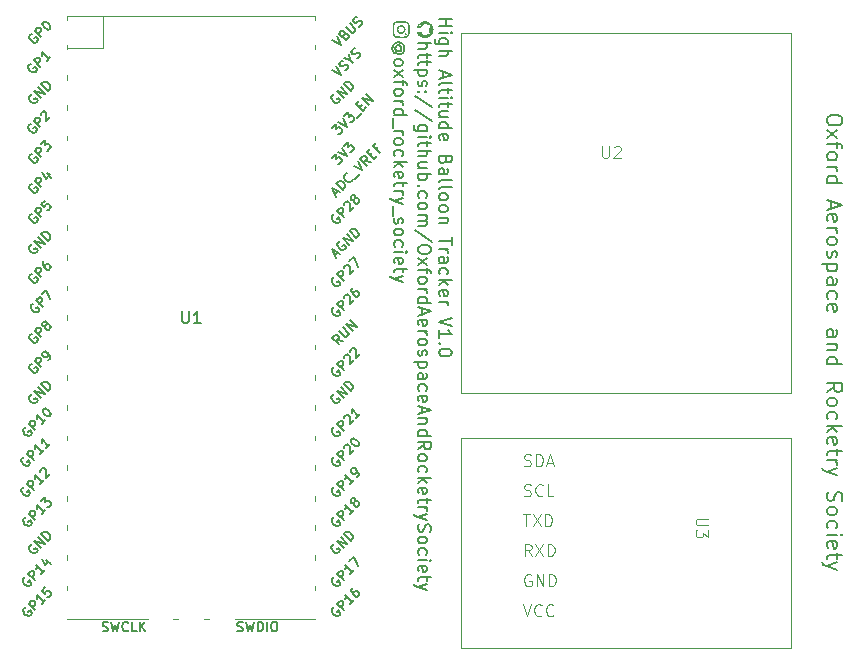
<source format=gto>
%TF.GenerationSoftware,KiCad,Pcbnew,7.0.7*%
%TF.CreationDate,2024-07-07T09:26:09+01:00*%
%TF.ProjectId,PCB,5043422e-6b69-4636-9164-5f7063625858,rev?*%
%TF.SameCoordinates,Original*%
%TF.FileFunction,Legend,Top*%
%TF.FilePolarity,Positive*%
%FSLAX46Y46*%
G04 Gerber Fmt 4.6, Leading zero omitted, Abs format (unit mm)*
G04 Created by KiCad (PCBNEW 7.0.7) date 2024-07-07 09:26:09*
%MOMM*%
%LPD*%
G01*
G04 APERTURE LIST*
%ADD10C,0.195000*%
%ADD11C,0.165000*%
%ADD12C,0.150000*%
%ADD13C,0.100000*%
%ADD14C,0.120000*%
G04 APERTURE END LIST*
D10*
X170694235Y-86029431D02*
X170694235Y-86277050D01*
X170694235Y-86277050D02*
X170632330Y-86400860D01*
X170632330Y-86400860D02*
X170508520Y-86524669D01*
X170508520Y-86524669D02*
X170260901Y-86586574D01*
X170260901Y-86586574D02*
X169827568Y-86586574D01*
X169827568Y-86586574D02*
X169579949Y-86524669D01*
X169579949Y-86524669D02*
X169456140Y-86400860D01*
X169456140Y-86400860D02*
X169394235Y-86277050D01*
X169394235Y-86277050D02*
X169394235Y-86029431D01*
X169394235Y-86029431D02*
X169456140Y-85905622D01*
X169456140Y-85905622D02*
X169579949Y-85781812D01*
X169579949Y-85781812D02*
X169827568Y-85719908D01*
X169827568Y-85719908D02*
X170260901Y-85719908D01*
X170260901Y-85719908D02*
X170508520Y-85781812D01*
X170508520Y-85781812D02*
X170632330Y-85905622D01*
X170632330Y-85905622D02*
X170694235Y-86029431D01*
X169394235Y-87019908D02*
X170260901Y-87700860D01*
X170260901Y-87019908D02*
X169394235Y-87700860D01*
X170260901Y-88010384D02*
X170260901Y-88505622D01*
X169394235Y-88196098D02*
X170508520Y-88196098D01*
X170508520Y-88196098D02*
X170632330Y-88258003D01*
X170632330Y-88258003D02*
X170694235Y-88381813D01*
X170694235Y-88381813D02*
X170694235Y-88505622D01*
X169394235Y-89124670D02*
X169456140Y-89000860D01*
X169456140Y-89000860D02*
X169518044Y-88938955D01*
X169518044Y-88938955D02*
X169641854Y-88877051D01*
X169641854Y-88877051D02*
X170013282Y-88877051D01*
X170013282Y-88877051D02*
X170137092Y-88938955D01*
X170137092Y-88938955D02*
X170198997Y-89000860D01*
X170198997Y-89000860D02*
X170260901Y-89124670D01*
X170260901Y-89124670D02*
X170260901Y-89310384D01*
X170260901Y-89310384D02*
X170198997Y-89434193D01*
X170198997Y-89434193D02*
X170137092Y-89496098D01*
X170137092Y-89496098D02*
X170013282Y-89558003D01*
X170013282Y-89558003D02*
X169641854Y-89558003D01*
X169641854Y-89558003D02*
X169518044Y-89496098D01*
X169518044Y-89496098D02*
X169456140Y-89434193D01*
X169456140Y-89434193D02*
X169394235Y-89310384D01*
X169394235Y-89310384D02*
X169394235Y-89124670D01*
X169394235Y-90115145D02*
X170260901Y-90115145D01*
X170013282Y-90115145D02*
X170137092Y-90177050D01*
X170137092Y-90177050D02*
X170198997Y-90238955D01*
X170198997Y-90238955D02*
X170260901Y-90362764D01*
X170260901Y-90362764D02*
X170260901Y-90486574D01*
X169394235Y-91477050D02*
X170694235Y-91477050D01*
X169456140Y-91477050D02*
X169394235Y-91353241D01*
X169394235Y-91353241D02*
X169394235Y-91105622D01*
X169394235Y-91105622D02*
X169456140Y-90981812D01*
X169456140Y-90981812D02*
X169518044Y-90919907D01*
X169518044Y-90919907D02*
X169641854Y-90858003D01*
X169641854Y-90858003D02*
X170013282Y-90858003D01*
X170013282Y-90858003D02*
X170137092Y-90919907D01*
X170137092Y-90919907D02*
X170198997Y-90981812D01*
X170198997Y-90981812D02*
X170260901Y-91105622D01*
X170260901Y-91105622D02*
X170260901Y-91353241D01*
X170260901Y-91353241D02*
X170198997Y-91477050D01*
X169765663Y-93024669D02*
X169765663Y-93643716D01*
X169394235Y-92900859D02*
X170694235Y-93334192D01*
X170694235Y-93334192D02*
X169394235Y-93767526D01*
X169456140Y-94696097D02*
X169394235Y-94572288D01*
X169394235Y-94572288D02*
X169394235Y-94324669D01*
X169394235Y-94324669D02*
X169456140Y-94200859D01*
X169456140Y-94200859D02*
X169579949Y-94138955D01*
X169579949Y-94138955D02*
X170075187Y-94138955D01*
X170075187Y-94138955D02*
X170198997Y-94200859D01*
X170198997Y-94200859D02*
X170260901Y-94324669D01*
X170260901Y-94324669D02*
X170260901Y-94572288D01*
X170260901Y-94572288D02*
X170198997Y-94696097D01*
X170198997Y-94696097D02*
X170075187Y-94758002D01*
X170075187Y-94758002D02*
X169951378Y-94758002D01*
X169951378Y-94758002D02*
X169827568Y-94138955D01*
X169394235Y-95315145D02*
X170260901Y-95315145D01*
X170013282Y-95315145D02*
X170137092Y-95377050D01*
X170137092Y-95377050D02*
X170198997Y-95438955D01*
X170198997Y-95438955D02*
X170260901Y-95562764D01*
X170260901Y-95562764D02*
X170260901Y-95686574D01*
X169394235Y-96305622D02*
X169456140Y-96181812D01*
X169456140Y-96181812D02*
X169518044Y-96119907D01*
X169518044Y-96119907D02*
X169641854Y-96058003D01*
X169641854Y-96058003D02*
X170013282Y-96058003D01*
X170013282Y-96058003D02*
X170137092Y-96119907D01*
X170137092Y-96119907D02*
X170198997Y-96181812D01*
X170198997Y-96181812D02*
X170260901Y-96305622D01*
X170260901Y-96305622D02*
X170260901Y-96491336D01*
X170260901Y-96491336D02*
X170198997Y-96615145D01*
X170198997Y-96615145D02*
X170137092Y-96677050D01*
X170137092Y-96677050D02*
X170013282Y-96738955D01*
X170013282Y-96738955D02*
X169641854Y-96738955D01*
X169641854Y-96738955D02*
X169518044Y-96677050D01*
X169518044Y-96677050D02*
X169456140Y-96615145D01*
X169456140Y-96615145D02*
X169394235Y-96491336D01*
X169394235Y-96491336D02*
X169394235Y-96305622D01*
X169456140Y-97234193D02*
X169394235Y-97358002D01*
X169394235Y-97358002D02*
X169394235Y-97605621D01*
X169394235Y-97605621D02*
X169456140Y-97729431D01*
X169456140Y-97729431D02*
X169579949Y-97791335D01*
X169579949Y-97791335D02*
X169641854Y-97791335D01*
X169641854Y-97791335D02*
X169765663Y-97729431D01*
X169765663Y-97729431D02*
X169827568Y-97605621D01*
X169827568Y-97605621D02*
X169827568Y-97419907D01*
X169827568Y-97419907D02*
X169889473Y-97296097D01*
X169889473Y-97296097D02*
X170013282Y-97234193D01*
X170013282Y-97234193D02*
X170075187Y-97234193D01*
X170075187Y-97234193D02*
X170198997Y-97296097D01*
X170198997Y-97296097D02*
X170260901Y-97419907D01*
X170260901Y-97419907D02*
X170260901Y-97605621D01*
X170260901Y-97605621D02*
X170198997Y-97729431D01*
X170260901Y-98348478D02*
X168960901Y-98348478D01*
X170198997Y-98348478D02*
X170260901Y-98472288D01*
X170260901Y-98472288D02*
X170260901Y-98719907D01*
X170260901Y-98719907D02*
X170198997Y-98843716D01*
X170198997Y-98843716D02*
X170137092Y-98905621D01*
X170137092Y-98905621D02*
X170013282Y-98967526D01*
X170013282Y-98967526D02*
X169641854Y-98967526D01*
X169641854Y-98967526D02*
X169518044Y-98905621D01*
X169518044Y-98905621D02*
X169456140Y-98843716D01*
X169456140Y-98843716D02*
X169394235Y-98719907D01*
X169394235Y-98719907D02*
X169394235Y-98472288D01*
X169394235Y-98472288D02*
X169456140Y-98348478D01*
X169394235Y-100081811D02*
X170075187Y-100081811D01*
X170075187Y-100081811D02*
X170198997Y-100019906D01*
X170198997Y-100019906D02*
X170260901Y-99896097D01*
X170260901Y-99896097D02*
X170260901Y-99648478D01*
X170260901Y-99648478D02*
X170198997Y-99524668D01*
X169456140Y-100081811D02*
X169394235Y-99958002D01*
X169394235Y-99958002D02*
X169394235Y-99648478D01*
X169394235Y-99648478D02*
X169456140Y-99524668D01*
X169456140Y-99524668D02*
X169579949Y-99462764D01*
X169579949Y-99462764D02*
X169703759Y-99462764D01*
X169703759Y-99462764D02*
X169827568Y-99524668D01*
X169827568Y-99524668D02*
X169889473Y-99648478D01*
X169889473Y-99648478D02*
X169889473Y-99958002D01*
X169889473Y-99958002D02*
X169951378Y-100081811D01*
X169456140Y-101258001D02*
X169394235Y-101134192D01*
X169394235Y-101134192D02*
X169394235Y-100886573D01*
X169394235Y-100886573D02*
X169456140Y-100762763D01*
X169456140Y-100762763D02*
X169518044Y-100700858D01*
X169518044Y-100700858D02*
X169641854Y-100638954D01*
X169641854Y-100638954D02*
X170013282Y-100638954D01*
X170013282Y-100638954D02*
X170137092Y-100700858D01*
X170137092Y-100700858D02*
X170198997Y-100762763D01*
X170198997Y-100762763D02*
X170260901Y-100886573D01*
X170260901Y-100886573D02*
X170260901Y-101134192D01*
X170260901Y-101134192D02*
X170198997Y-101258001D01*
X169456140Y-102310382D02*
X169394235Y-102186573D01*
X169394235Y-102186573D02*
X169394235Y-101938954D01*
X169394235Y-101938954D02*
X169456140Y-101815144D01*
X169456140Y-101815144D02*
X169579949Y-101753240D01*
X169579949Y-101753240D02*
X170075187Y-101753240D01*
X170075187Y-101753240D02*
X170198997Y-101815144D01*
X170198997Y-101815144D02*
X170260901Y-101938954D01*
X170260901Y-101938954D02*
X170260901Y-102186573D01*
X170260901Y-102186573D02*
X170198997Y-102310382D01*
X170198997Y-102310382D02*
X170075187Y-102372287D01*
X170075187Y-102372287D02*
X169951378Y-102372287D01*
X169951378Y-102372287D02*
X169827568Y-101753240D01*
X169394235Y-104477049D02*
X170075187Y-104477049D01*
X170075187Y-104477049D02*
X170198997Y-104415144D01*
X170198997Y-104415144D02*
X170260901Y-104291335D01*
X170260901Y-104291335D02*
X170260901Y-104043716D01*
X170260901Y-104043716D02*
X170198997Y-103919906D01*
X169456140Y-104477049D02*
X169394235Y-104353240D01*
X169394235Y-104353240D02*
X169394235Y-104043716D01*
X169394235Y-104043716D02*
X169456140Y-103919906D01*
X169456140Y-103919906D02*
X169579949Y-103858002D01*
X169579949Y-103858002D02*
X169703759Y-103858002D01*
X169703759Y-103858002D02*
X169827568Y-103919906D01*
X169827568Y-103919906D02*
X169889473Y-104043716D01*
X169889473Y-104043716D02*
X169889473Y-104353240D01*
X169889473Y-104353240D02*
X169951378Y-104477049D01*
X170260901Y-105096096D02*
X169394235Y-105096096D01*
X170137092Y-105096096D02*
X170198997Y-105158001D01*
X170198997Y-105158001D02*
X170260901Y-105281811D01*
X170260901Y-105281811D02*
X170260901Y-105467525D01*
X170260901Y-105467525D02*
X170198997Y-105591334D01*
X170198997Y-105591334D02*
X170075187Y-105653239D01*
X170075187Y-105653239D02*
X169394235Y-105653239D01*
X169394235Y-106829429D02*
X170694235Y-106829429D01*
X169456140Y-106829429D02*
X169394235Y-106705620D01*
X169394235Y-106705620D02*
X169394235Y-106458001D01*
X169394235Y-106458001D02*
X169456140Y-106334191D01*
X169456140Y-106334191D02*
X169518044Y-106272286D01*
X169518044Y-106272286D02*
X169641854Y-106210382D01*
X169641854Y-106210382D02*
X170013282Y-106210382D01*
X170013282Y-106210382D02*
X170137092Y-106272286D01*
X170137092Y-106272286D02*
X170198997Y-106334191D01*
X170198997Y-106334191D02*
X170260901Y-106458001D01*
X170260901Y-106458001D02*
X170260901Y-106705620D01*
X170260901Y-106705620D02*
X170198997Y-106829429D01*
X169394235Y-109181809D02*
X170013282Y-108748476D01*
X169394235Y-108438952D02*
X170694235Y-108438952D01*
X170694235Y-108438952D02*
X170694235Y-108934190D01*
X170694235Y-108934190D02*
X170632330Y-109058000D01*
X170632330Y-109058000D02*
X170570425Y-109119905D01*
X170570425Y-109119905D02*
X170446616Y-109181809D01*
X170446616Y-109181809D02*
X170260901Y-109181809D01*
X170260901Y-109181809D02*
X170137092Y-109119905D01*
X170137092Y-109119905D02*
X170075187Y-109058000D01*
X170075187Y-109058000D02*
X170013282Y-108934190D01*
X170013282Y-108934190D02*
X170013282Y-108438952D01*
X169394235Y-109924667D02*
X169456140Y-109800857D01*
X169456140Y-109800857D02*
X169518044Y-109738952D01*
X169518044Y-109738952D02*
X169641854Y-109677048D01*
X169641854Y-109677048D02*
X170013282Y-109677048D01*
X170013282Y-109677048D02*
X170137092Y-109738952D01*
X170137092Y-109738952D02*
X170198997Y-109800857D01*
X170198997Y-109800857D02*
X170260901Y-109924667D01*
X170260901Y-109924667D02*
X170260901Y-110110381D01*
X170260901Y-110110381D02*
X170198997Y-110234190D01*
X170198997Y-110234190D02*
X170137092Y-110296095D01*
X170137092Y-110296095D02*
X170013282Y-110358000D01*
X170013282Y-110358000D02*
X169641854Y-110358000D01*
X169641854Y-110358000D02*
X169518044Y-110296095D01*
X169518044Y-110296095D02*
X169456140Y-110234190D01*
X169456140Y-110234190D02*
X169394235Y-110110381D01*
X169394235Y-110110381D02*
X169394235Y-109924667D01*
X169456140Y-111472285D02*
X169394235Y-111348476D01*
X169394235Y-111348476D02*
X169394235Y-111100857D01*
X169394235Y-111100857D02*
X169456140Y-110977047D01*
X169456140Y-110977047D02*
X169518044Y-110915142D01*
X169518044Y-110915142D02*
X169641854Y-110853238D01*
X169641854Y-110853238D02*
X170013282Y-110853238D01*
X170013282Y-110853238D02*
X170137092Y-110915142D01*
X170137092Y-110915142D02*
X170198997Y-110977047D01*
X170198997Y-110977047D02*
X170260901Y-111100857D01*
X170260901Y-111100857D02*
X170260901Y-111348476D01*
X170260901Y-111348476D02*
X170198997Y-111472285D01*
X169394235Y-112029428D02*
X170694235Y-112029428D01*
X169889473Y-112153238D02*
X169394235Y-112524666D01*
X170260901Y-112524666D02*
X169765663Y-112029428D01*
X169456140Y-113577047D02*
X169394235Y-113453238D01*
X169394235Y-113453238D02*
X169394235Y-113205619D01*
X169394235Y-113205619D02*
X169456140Y-113081809D01*
X169456140Y-113081809D02*
X169579949Y-113019905D01*
X169579949Y-113019905D02*
X170075187Y-113019905D01*
X170075187Y-113019905D02*
X170198997Y-113081809D01*
X170198997Y-113081809D02*
X170260901Y-113205619D01*
X170260901Y-113205619D02*
X170260901Y-113453238D01*
X170260901Y-113453238D02*
X170198997Y-113577047D01*
X170198997Y-113577047D02*
X170075187Y-113638952D01*
X170075187Y-113638952D02*
X169951378Y-113638952D01*
X169951378Y-113638952D02*
X169827568Y-113019905D01*
X170260901Y-114010381D02*
X170260901Y-114505619D01*
X170694235Y-114196095D02*
X169579949Y-114196095D01*
X169579949Y-114196095D02*
X169456140Y-114258000D01*
X169456140Y-114258000D02*
X169394235Y-114381810D01*
X169394235Y-114381810D02*
X169394235Y-114505619D01*
X169394235Y-114938952D02*
X170260901Y-114938952D01*
X170013282Y-114938952D02*
X170137092Y-115000857D01*
X170137092Y-115000857D02*
X170198997Y-115062762D01*
X170198997Y-115062762D02*
X170260901Y-115186571D01*
X170260901Y-115186571D02*
X170260901Y-115310381D01*
X170260901Y-115619905D02*
X169394235Y-115929429D01*
X170260901Y-116238952D02*
X169394235Y-115929429D01*
X169394235Y-115929429D02*
X169084711Y-115805619D01*
X169084711Y-115805619D02*
X169022806Y-115743714D01*
X169022806Y-115743714D02*
X168960901Y-115619905D01*
X169456140Y-117662762D02*
X169394235Y-117848476D01*
X169394235Y-117848476D02*
X169394235Y-118158000D01*
X169394235Y-118158000D02*
X169456140Y-118281809D01*
X169456140Y-118281809D02*
X169518044Y-118343714D01*
X169518044Y-118343714D02*
X169641854Y-118405619D01*
X169641854Y-118405619D02*
X169765663Y-118405619D01*
X169765663Y-118405619D02*
X169889473Y-118343714D01*
X169889473Y-118343714D02*
X169951378Y-118281809D01*
X169951378Y-118281809D02*
X170013282Y-118158000D01*
X170013282Y-118158000D02*
X170075187Y-117910381D01*
X170075187Y-117910381D02*
X170137092Y-117786571D01*
X170137092Y-117786571D02*
X170198997Y-117724666D01*
X170198997Y-117724666D02*
X170322806Y-117662762D01*
X170322806Y-117662762D02*
X170446616Y-117662762D01*
X170446616Y-117662762D02*
X170570425Y-117724666D01*
X170570425Y-117724666D02*
X170632330Y-117786571D01*
X170632330Y-117786571D02*
X170694235Y-117910381D01*
X170694235Y-117910381D02*
X170694235Y-118219904D01*
X170694235Y-118219904D02*
X170632330Y-118405619D01*
X169394235Y-119148476D02*
X169456140Y-119024666D01*
X169456140Y-119024666D02*
X169518044Y-118962761D01*
X169518044Y-118962761D02*
X169641854Y-118900857D01*
X169641854Y-118900857D02*
X170013282Y-118900857D01*
X170013282Y-118900857D02*
X170137092Y-118962761D01*
X170137092Y-118962761D02*
X170198997Y-119024666D01*
X170198997Y-119024666D02*
X170260901Y-119148476D01*
X170260901Y-119148476D02*
X170260901Y-119334190D01*
X170260901Y-119334190D02*
X170198997Y-119457999D01*
X170198997Y-119457999D02*
X170137092Y-119519904D01*
X170137092Y-119519904D02*
X170013282Y-119581809D01*
X170013282Y-119581809D02*
X169641854Y-119581809D01*
X169641854Y-119581809D02*
X169518044Y-119519904D01*
X169518044Y-119519904D02*
X169456140Y-119457999D01*
X169456140Y-119457999D02*
X169394235Y-119334190D01*
X169394235Y-119334190D02*
X169394235Y-119148476D01*
X169456140Y-120696094D02*
X169394235Y-120572285D01*
X169394235Y-120572285D02*
X169394235Y-120324666D01*
X169394235Y-120324666D02*
X169456140Y-120200856D01*
X169456140Y-120200856D02*
X169518044Y-120138951D01*
X169518044Y-120138951D02*
X169641854Y-120077047D01*
X169641854Y-120077047D02*
X170013282Y-120077047D01*
X170013282Y-120077047D02*
X170137092Y-120138951D01*
X170137092Y-120138951D02*
X170198997Y-120200856D01*
X170198997Y-120200856D02*
X170260901Y-120324666D01*
X170260901Y-120324666D02*
X170260901Y-120572285D01*
X170260901Y-120572285D02*
X170198997Y-120696094D01*
X169394235Y-121253237D02*
X170260901Y-121253237D01*
X170694235Y-121253237D02*
X170632330Y-121191333D01*
X170632330Y-121191333D02*
X170570425Y-121253237D01*
X170570425Y-121253237D02*
X170632330Y-121315142D01*
X170632330Y-121315142D02*
X170694235Y-121253237D01*
X170694235Y-121253237D02*
X170570425Y-121253237D01*
X169456140Y-122367523D02*
X169394235Y-122243714D01*
X169394235Y-122243714D02*
X169394235Y-121996095D01*
X169394235Y-121996095D02*
X169456140Y-121872285D01*
X169456140Y-121872285D02*
X169579949Y-121810381D01*
X169579949Y-121810381D02*
X170075187Y-121810381D01*
X170075187Y-121810381D02*
X170198997Y-121872285D01*
X170198997Y-121872285D02*
X170260901Y-121996095D01*
X170260901Y-121996095D02*
X170260901Y-122243714D01*
X170260901Y-122243714D02*
X170198997Y-122367523D01*
X170198997Y-122367523D02*
X170075187Y-122429428D01*
X170075187Y-122429428D02*
X169951378Y-122429428D01*
X169951378Y-122429428D02*
X169827568Y-121810381D01*
X170260901Y-122800857D02*
X170260901Y-123296095D01*
X170694235Y-122986571D02*
X169579949Y-122986571D01*
X169579949Y-122986571D02*
X169456140Y-123048476D01*
X169456140Y-123048476D02*
X169394235Y-123172286D01*
X169394235Y-123172286D02*
X169394235Y-123296095D01*
X170260901Y-123605619D02*
X169394235Y-123915143D01*
X170260901Y-124224666D02*
X169394235Y-123915143D01*
X169394235Y-123915143D02*
X169084711Y-123791333D01*
X169084711Y-123791333D02*
X169022806Y-123729428D01*
X169022806Y-123729428D02*
X168960901Y-123605619D01*
D11*
X134763199Y-79618456D02*
X135863199Y-79618456D01*
X134763199Y-80089885D02*
X135339389Y-80089885D01*
X135339389Y-80089885D02*
X135444151Y-80037504D01*
X135444151Y-80037504D02*
X135496532Y-79932742D01*
X135496532Y-79932742D02*
X135496532Y-79775599D01*
X135496532Y-79775599D02*
X135444151Y-79670837D01*
X135444151Y-79670837D02*
X135391770Y-79618456D01*
X135496532Y-80456551D02*
X135496532Y-80875599D01*
X135863199Y-80613694D02*
X134920341Y-80613694D01*
X134920341Y-80613694D02*
X134815580Y-80666075D01*
X134815580Y-80666075D02*
X134763199Y-80770837D01*
X134763199Y-80770837D02*
X134763199Y-80875599D01*
X135496532Y-81085122D02*
X135496532Y-81504170D01*
X135863199Y-81242265D02*
X134920341Y-81242265D01*
X134920341Y-81242265D02*
X134815580Y-81294646D01*
X134815580Y-81294646D02*
X134763199Y-81399408D01*
X134763199Y-81399408D02*
X134763199Y-81504170D01*
X135496532Y-81870836D02*
X134396532Y-81870836D01*
X135444151Y-81870836D02*
X135496532Y-81975598D01*
X135496532Y-81975598D02*
X135496532Y-82185122D01*
X135496532Y-82185122D02*
X135444151Y-82289884D01*
X135444151Y-82289884D02*
X135391770Y-82342265D01*
X135391770Y-82342265D02*
X135287008Y-82394646D01*
X135287008Y-82394646D02*
X134972722Y-82394646D01*
X134972722Y-82394646D02*
X134867960Y-82342265D01*
X134867960Y-82342265D02*
X134815580Y-82289884D01*
X134815580Y-82289884D02*
X134763199Y-82185122D01*
X134763199Y-82185122D02*
X134763199Y-81975598D01*
X134763199Y-81975598D02*
X134815580Y-81870836D01*
X134815580Y-82813693D02*
X134763199Y-82918455D01*
X134763199Y-82918455D02*
X134763199Y-83127979D01*
X134763199Y-83127979D02*
X134815580Y-83232741D01*
X134815580Y-83232741D02*
X134920341Y-83285122D01*
X134920341Y-83285122D02*
X134972722Y-83285122D01*
X134972722Y-83285122D02*
X135077484Y-83232741D01*
X135077484Y-83232741D02*
X135129865Y-83127979D01*
X135129865Y-83127979D02*
X135129865Y-82970836D01*
X135129865Y-82970836D02*
X135182246Y-82866074D01*
X135182246Y-82866074D02*
X135287008Y-82813693D01*
X135287008Y-82813693D02*
X135339389Y-82813693D01*
X135339389Y-82813693D02*
X135444151Y-82866074D01*
X135444151Y-82866074D02*
X135496532Y-82970836D01*
X135496532Y-82970836D02*
X135496532Y-83127979D01*
X135496532Y-83127979D02*
X135444151Y-83232741D01*
X134867960Y-83756550D02*
X134815580Y-83808931D01*
X134815580Y-83808931D02*
X134763199Y-83756550D01*
X134763199Y-83756550D02*
X134815580Y-83704169D01*
X134815580Y-83704169D02*
X134867960Y-83756550D01*
X134867960Y-83756550D02*
X134763199Y-83756550D01*
X135444151Y-83756550D02*
X135391770Y-83808931D01*
X135391770Y-83808931D02*
X135339389Y-83756550D01*
X135339389Y-83756550D02*
X135391770Y-83704169D01*
X135391770Y-83704169D02*
X135444151Y-83756550D01*
X135444151Y-83756550D02*
X135339389Y-83756550D01*
X135915580Y-85066075D02*
X134501294Y-84123217D01*
X135915580Y-86218456D02*
X134501294Y-85275598D01*
X135496532Y-87056551D02*
X134606056Y-87056551D01*
X134606056Y-87056551D02*
X134501294Y-87004170D01*
X134501294Y-87004170D02*
X134448913Y-86951789D01*
X134448913Y-86951789D02*
X134396532Y-86847027D01*
X134396532Y-86847027D02*
X134396532Y-86689884D01*
X134396532Y-86689884D02*
X134448913Y-86585122D01*
X134815580Y-87056551D02*
X134763199Y-86951789D01*
X134763199Y-86951789D02*
X134763199Y-86742265D01*
X134763199Y-86742265D02*
X134815580Y-86637503D01*
X134815580Y-86637503D02*
X134867960Y-86585122D01*
X134867960Y-86585122D02*
X134972722Y-86532741D01*
X134972722Y-86532741D02*
X135287008Y-86532741D01*
X135287008Y-86532741D02*
X135391770Y-86585122D01*
X135391770Y-86585122D02*
X135444151Y-86637503D01*
X135444151Y-86637503D02*
X135496532Y-86742265D01*
X135496532Y-86742265D02*
X135496532Y-86951789D01*
X135496532Y-86951789D02*
X135444151Y-87056551D01*
X134763199Y-87580360D02*
X135496532Y-87580360D01*
X135863199Y-87580360D02*
X135810818Y-87527979D01*
X135810818Y-87527979D02*
X135758437Y-87580360D01*
X135758437Y-87580360D02*
X135810818Y-87632741D01*
X135810818Y-87632741D02*
X135863199Y-87580360D01*
X135863199Y-87580360D02*
X135758437Y-87580360D01*
X135496532Y-87947027D02*
X135496532Y-88366075D01*
X135863199Y-88104170D02*
X134920341Y-88104170D01*
X134920341Y-88104170D02*
X134815580Y-88156551D01*
X134815580Y-88156551D02*
X134763199Y-88261313D01*
X134763199Y-88261313D02*
X134763199Y-88366075D01*
X134763199Y-88732741D02*
X135863199Y-88732741D01*
X134763199Y-89204170D02*
X135339389Y-89204170D01*
X135339389Y-89204170D02*
X135444151Y-89151789D01*
X135444151Y-89151789D02*
X135496532Y-89047027D01*
X135496532Y-89047027D02*
X135496532Y-88889884D01*
X135496532Y-88889884D02*
X135444151Y-88785122D01*
X135444151Y-88785122D02*
X135391770Y-88732741D01*
X135496532Y-90199408D02*
X134763199Y-90199408D01*
X135496532Y-89727979D02*
X134920341Y-89727979D01*
X134920341Y-89727979D02*
X134815580Y-89780360D01*
X134815580Y-89780360D02*
X134763199Y-89885122D01*
X134763199Y-89885122D02*
X134763199Y-90042265D01*
X134763199Y-90042265D02*
X134815580Y-90147027D01*
X134815580Y-90147027D02*
X134867960Y-90199408D01*
X134763199Y-90723217D02*
X135863199Y-90723217D01*
X135444151Y-90723217D02*
X135496532Y-90827979D01*
X135496532Y-90827979D02*
X135496532Y-91037503D01*
X135496532Y-91037503D02*
X135444151Y-91142265D01*
X135444151Y-91142265D02*
X135391770Y-91194646D01*
X135391770Y-91194646D02*
X135287008Y-91247027D01*
X135287008Y-91247027D02*
X134972722Y-91247027D01*
X134972722Y-91247027D02*
X134867960Y-91194646D01*
X134867960Y-91194646D02*
X134815580Y-91142265D01*
X134815580Y-91142265D02*
X134763199Y-91037503D01*
X134763199Y-91037503D02*
X134763199Y-90827979D01*
X134763199Y-90827979D02*
X134815580Y-90723217D01*
X134867960Y-91718455D02*
X134815580Y-91770836D01*
X134815580Y-91770836D02*
X134763199Y-91718455D01*
X134763199Y-91718455D02*
X134815580Y-91666074D01*
X134815580Y-91666074D02*
X134867960Y-91718455D01*
X134867960Y-91718455D02*
X134763199Y-91718455D01*
X134815580Y-92713694D02*
X134763199Y-92608932D01*
X134763199Y-92608932D02*
X134763199Y-92399408D01*
X134763199Y-92399408D02*
X134815580Y-92294646D01*
X134815580Y-92294646D02*
X134867960Y-92242265D01*
X134867960Y-92242265D02*
X134972722Y-92189884D01*
X134972722Y-92189884D02*
X135287008Y-92189884D01*
X135287008Y-92189884D02*
X135391770Y-92242265D01*
X135391770Y-92242265D02*
X135444151Y-92294646D01*
X135444151Y-92294646D02*
X135496532Y-92399408D01*
X135496532Y-92399408D02*
X135496532Y-92608932D01*
X135496532Y-92608932D02*
X135444151Y-92713694D01*
X134763199Y-93342265D02*
X134815580Y-93237503D01*
X134815580Y-93237503D02*
X134867960Y-93185122D01*
X134867960Y-93185122D02*
X134972722Y-93132741D01*
X134972722Y-93132741D02*
X135287008Y-93132741D01*
X135287008Y-93132741D02*
X135391770Y-93185122D01*
X135391770Y-93185122D02*
X135444151Y-93237503D01*
X135444151Y-93237503D02*
X135496532Y-93342265D01*
X135496532Y-93342265D02*
X135496532Y-93499408D01*
X135496532Y-93499408D02*
X135444151Y-93604170D01*
X135444151Y-93604170D02*
X135391770Y-93656551D01*
X135391770Y-93656551D02*
X135287008Y-93708932D01*
X135287008Y-93708932D02*
X134972722Y-93708932D01*
X134972722Y-93708932D02*
X134867960Y-93656551D01*
X134867960Y-93656551D02*
X134815580Y-93604170D01*
X134815580Y-93604170D02*
X134763199Y-93499408D01*
X134763199Y-93499408D02*
X134763199Y-93342265D01*
X134763199Y-94180360D02*
X135496532Y-94180360D01*
X135391770Y-94180360D02*
X135444151Y-94232741D01*
X135444151Y-94232741D02*
X135496532Y-94337503D01*
X135496532Y-94337503D02*
X135496532Y-94494646D01*
X135496532Y-94494646D02*
X135444151Y-94599408D01*
X135444151Y-94599408D02*
X135339389Y-94651789D01*
X135339389Y-94651789D02*
X134763199Y-94651789D01*
X135339389Y-94651789D02*
X135444151Y-94704170D01*
X135444151Y-94704170D02*
X135496532Y-94808932D01*
X135496532Y-94808932D02*
X135496532Y-94966075D01*
X135496532Y-94966075D02*
X135444151Y-95070836D01*
X135444151Y-95070836D02*
X135339389Y-95123217D01*
X135339389Y-95123217D02*
X134763199Y-95123217D01*
X135915580Y-96432742D02*
X134501294Y-95489884D01*
X135863199Y-97008932D02*
X135863199Y-97218456D01*
X135863199Y-97218456D02*
X135810818Y-97323218D01*
X135810818Y-97323218D02*
X135706056Y-97427980D01*
X135706056Y-97427980D02*
X135496532Y-97480361D01*
X135496532Y-97480361D02*
X135129865Y-97480361D01*
X135129865Y-97480361D02*
X134920341Y-97427980D01*
X134920341Y-97427980D02*
X134815580Y-97323218D01*
X134815580Y-97323218D02*
X134763199Y-97218456D01*
X134763199Y-97218456D02*
X134763199Y-97008932D01*
X134763199Y-97008932D02*
X134815580Y-96904170D01*
X134815580Y-96904170D02*
X134920341Y-96799408D01*
X134920341Y-96799408D02*
X135129865Y-96747027D01*
X135129865Y-96747027D02*
X135496532Y-96747027D01*
X135496532Y-96747027D02*
X135706056Y-96799408D01*
X135706056Y-96799408D02*
X135810818Y-96904170D01*
X135810818Y-96904170D02*
X135863199Y-97008932D01*
X134763199Y-97847027D02*
X135496532Y-98423218D01*
X135496532Y-97847027D02*
X134763199Y-98423218D01*
X135496532Y-98685122D02*
X135496532Y-99104170D01*
X134763199Y-98842265D02*
X135706056Y-98842265D01*
X135706056Y-98842265D02*
X135810818Y-98894646D01*
X135810818Y-98894646D02*
X135863199Y-98999408D01*
X135863199Y-98999408D02*
X135863199Y-99104170D01*
X134763199Y-99627979D02*
X134815580Y-99523217D01*
X134815580Y-99523217D02*
X134867960Y-99470836D01*
X134867960Y-99470836D02*
X134972722Y-99418455D01*
X134972722Y-99418455D02*
X135287008Y-99418455D01*
X135287008Y-99418455D02*
X135391770Y-99470836D01*
X135391770Y-99470836D02*
X135444151Y-99523217D01*
X135444151Y-99523217D02*
X135496532Y-99627979D01*
X135496532Y-99627979D02*
X135496532Y-99785122D01*
X135496532Y-99785122D02*
X135444151Y-99889884D01*
X135444151Y-99889884D02*
X135391770Y-99942265D01*
X135391770Y-99942265D02*
X135287008Y-99994646D01*
X135287008Y-99994646D02*
X134972722Y-99994646D01*
X134972722Y-99994646D02*
X134867960Y-99942265D01*
X134867960Y-99942265D02*
X134815580Y-99889884D01*
X134815580Y-99889884D02*
X134763199Y-99785122D01*
X134763199Y-99785122D02*
X134763199Y-99627979D01*
X134763199Y-100466074D02*
X135496532Y-100466074D01*
X135287008Y-100466074D02*
X135391770Y-100518455D01*
X135391770Y-100518455D02*
X135444151Y-100570836D01*
X135444151Y-100570836D02*
X135496532Y-100675598D01*
X135496532Y-100675598D02*
X135496532Y-100780360D01*
X134763199Y-101618455D02*
X135863199Y-101618455D01*
X134815580Y-101618455D02*
X134763199Y-101513693D01*
X134763199Y-101513693D02*
X134763199Y-101304169D01*
X134763199Y-101304169D02*
X134815580Y-101199407D01*
X134815580Y-101199407D02*
X134867960Y-101147026D01*
X134867960Y-101147026D02*
X134972722Y-101094645D01*
X134972722Y-101094645D02*
X135287008Y-101094645D01*
X135287008Y-101094645D02*
X135391770Y-101147026D01*
X135391770Y-101147026D02*
X135444151Y-101199407D01*
X135444151Y-101199407D02*
X135496532Y-101304169D01*
X135496532Y-101304169D02*
X135496532Y-101513693D01*
X135496532Y-101513693D02*
X135444151Y-101618455D01*
X135077484Y-102089883D02*
X135077484Y-102613693D01*
X134763199Y-101985121D02*
X135863199Y-102351788D01*
X135863199Y-102351788D02*
X134763199Y-102718455D01*
X134815580Y-103504169D02*
X134763199Y-103399407D01*
X134763199Y-103399407D02*
X134763199Y-103189883D01*
X134763199Y-103189883D02*
X134815580Y-103085121D01*
X134815580Y-103085121D02*
X134920341Y-103032740D01*
X134920341Y-103032740D02*
X135339389Y-103032740D01*
X135339389Y-103032740D02*
X135444151Y-103085121D01*
X135444151Y-103085121D02*
X135496532Y-103189883D01*
X135496532Y-103189883D02*
X135496532Y-103399407D01*
X135496532Y-103399407D02*
X135444151Y-103504169D01*
X135444151Y-103504169D02*
X135339389Y-103556550D01*
X135339389Y-103556550D02*
X135234627Y-103556550D01*
X135234627Y-103556550D02*
X135129865Y-103032740D01*
X134763199Y-104027978D02*
X135496532Y-104027978D01*
X135287008Y-104027978D02*
X135391770Y-104080359D01*
X135391770Y-104080359D02*
X135444151Y-104132740D01*
X135444151Y-104132740D02*
X135496532Y-104237502D01*
X135496532Y-104237502D02*
X135496532Y-104342264D01*
X134763199Y-104866073D02*
X134815580Y-104761311D01*
X134815580Y-104761311D02*
X134867960Y-104708930D01*
X134867960Y-104708930D02*
X134972722Y-104656549D01*
X134972722Y-104656549D02*
X135287008Y-104656549D01*
X135287008Y-104656549D02*
X135391770Y-104708930D01*
X135391770Y-104708930D02*
X135444151Y-104761311D01*
X135444151Y-104761311D02*
X135496532Y-104866073D01*
X135496532Y-104866073D02*
X135496532Y-105023216D01*
X135496532Y-105023216D02*
X135444151Y-105127978D01*
X135444151Y-105127978D02*
X135391770Y-105180359D01*
X135391770Y-105180359D02*
X135287008Y-105232740D01*
X135287008Y-105232740D02*
X134972722Y-105232740D01*
X134972722Y-105232740D02*
X134867960Y-105180359D01*
X134867960Y-105180359D02*
X134815580Y-105127978D01*
X134815580Y-105127978D02*
X134763199Y-105023216D01*
X134763199Y-105023216D02*
X134763199Y-104866073D01*
X134815580Y-105651787D02*
X134763199Y-105756549D01*
X134763199Y-105756549D02*
X134763199Y-105966073D01*
X134763199Y-105966073D02*
X134815580Y-106070835D01*
X134815580Y-106070835D02*
X134920341Y-106123216D01*
X134920341Y-106123216D02*
X134972722Y-106123216D01*
X134972722Y-106123216D02*
X135077484Y-106070835D01*
X135077484Y-106070835D02*
X135129865Y-105966073D01*
X135129865Y-105966073D02*
X135129865Y-105808930D01*
X135129865Y-105808930D02*
X135182246Y-105704168D01*
X135182246Y-105704168D02*
X135287008Y-105651787D01*
X135287008Y-105651787D02*
X135339389Y-105651787D01*
X135339389Y-105651787D02*
X135444151Y-105704168D01*
X135444151Y-105704168D02*
X135496532Y-105808930D01*
X135496532Y-105808930D02*
X135496532Y-105966073D01*
X135496532Y-105966073D02*
X135444151Y-106070835D01*
X135496532Y-106594644D02*
X134396532Y-106594644D01*
X135444151Y-106594644D02*
X135496532Y-106699406D01*
X135496532Y-106699406D02*
X135496532Y-106908930D01*
X135496532Y-106908930D02*
X135444151Y-107013692D01*
X135444151Y-107013692D02*
X135391770Y-107066073D01*
X135391770Y-107066073D02*
X135287008Y-107118454D01*
X135287008Y-107118454D02*
X134972722Y-107118454D01*
X134972722Y-107118454D02*
X134867960Y-107066073D01*
X134867960Y-107066073D02*
X134815580Y-107013692D01*
X134815580Y-107013692D02*
X134763199Y-106908930D01*
X134763199Y-106908930D02*
X134763199Y-106699406D01*
X134763199Y-106699406D02*
X134815580Y-106594644D01*
X134763199Y-108061311D02*
X135339389Y-108061311D01*
X135339389Y-108061311D02*
X135444151Y-108008930D01*
X135444151Y-108008930D02*
X135496532Y-107904168D01*
X135496532Y-107904168D02*
X135496532Y-107694644D01*
X135496532Y-107694644D02*
X135444151Y-107589882D01*
X134815580Y-108061311D02*
X134763199Y-107956549D01*
X134763199Y-107956549D02*
X134763199Y-107694644D01*
X134763199Y-107694644D02*
X134815580Y-107589882D01*
X134815580Y-107589882D02*
X134920341Y-107537501D01*
X134920341Y-107537501D02*
X135025103Y-107537501D01*
X135025103Y-107537501D02*
X135129865Y-107589882D01*
X135129865Y-107589882D02*
X135182246Y-107694644D01*
X135182246Y-107694644D02*
X135182246Y-107956549D01*
X135182246Y-107956549D02*
X135234627Y-108061311D01*
X134815580Y-109056549D02*
X134763199Y-108951787D01*
X134763199Y-108951787D02*
X134763199Y-108742263D01*
X134763199Y-108742263D02*
X134815580Y-108637501D01*
X134815580Y-108637501D02*
X134867960Y-108585120D01*
X134867960Y-108585120D02*
X134972722Y-108532739D01*
X134972722Y-108532739D02*
X135287008Y-108532739D01*
X135287008Y-108532739D02*
X135391770Y-108585120D01*
X135391770Y-108585120D02*
X135444151Y-108637501D01*
X135444151Y-108637501D02*
X135496532Y-108742263D01*
X135496532Y-108742263D02*
X135496532Y-108951787D01*
X135496532Y-108951787D02*
X135444151Y-109056549D01*
X134815580Y-109947025D02*
X134763199Y-109842263D01*
X134763199Y-109842263D02*
X134763199Y-109632739D01*
X134763199Y-109632739D02*
X134815580Y-109527977D01*
X134815580Y-109527977D02*
X134920341Y-109475596D01*
X134920341Y-109475596D02*
X135339389Y-109475596D01*
X135339389Y-109475596D02*
X135444151Y-109527977D01*
X135444151Y-109527977D02*
X135496532Y-109632739D01*
X135496532Y-109632739D02*
X135496532Y-109842263D01*
X135496532Y-109842263D02*
X135444151Y-109947025D01*
X135444151Y-109947025D02*
X135339389Y-109999406D01*
X135339389Y-109999406D02*
X135234627Y-109999406D01*
X135234627Y-109999406D02*
X135129865Y-109475596D01*
X135077484Y-110418453D02*
X135077484Y-110942263D01*
X134763199Y-110313691D02*
X135863199Y-110680358D01*
X135863199Y-110680358D02*
X134763199Y-111047025D01*
X135496532Y-111413691D02*
X134763199Y-111413691D01*
X135391770Y-111413691D02*
X135444151Y-111466072D01*
X135444151Y-111466072D02*
X135496532Y-111570834D01*
X135496532Y-111570834D02*
X135496532Y-111727977D01*
X135496532Y-111727977D02*
X135444151Y-111832739D01*
X135444151Y-111832739D02*
X135339389Y-111885120D01*
X135339389Y-111885120D02*
X134763199Y-111885120D01*
X134763199Y-112880358D02*
X135863199Y-112880358D01*
X134815580Y-112880358D02*
X134763199Y-112775596D01*
X134763199Y-112775596D02*
X134763199Y-112566072D01*
X134763199Y-112566072D02*
X134815580Y-112461310D01*
X134815580Y-112461310D02*
X134867960Y-112408929D01*
X134867960Y-112408929D02*
X134972722Y-112356548D01*
X134972722Y-112356548D02*
X135287008Y-112356548D01*
X135287008Y-112356548D02*
X135391770Y-112408929D01*
X135391770Y-112408929D02*
X135444151Y-112461310D01*
X135444151Y-112461310D02*
X135496532Y-112566072D01*
X135496532Y-112566072D02*
X135496532Y-112775596D01*
X135496532Y-112775596D02*
X135444151Y-112880358D01*
X134763199Y-114032739D02*
X135287008Y-113666072D01*
X134763199Y-113404167D02*
X135863199Y-113404167D01*
X135863199Y-113404167D02*
X135863199Y-113823215D01*
X135863199Y-113823215D02*
X135810818Y-113927977D01*
X135810818Y-113927977D02*
X135758437Y-113980358D01*
X135758437Y-113980358D02*
X135653675Y-114032739D01*
X135653675Y-114032739D02*
X135496532Y-114032739D01*
X135496532Y-114032739D02*
X135391770Y-113980358D01*
X135391770Y-113980358D02*
X135339389Y-113927977D01*
X135339389Y-113927977D02*
X135287008Y-113823215D01*
X135287008Y-113823215D02*
X135287008Y-113404167D01*
X134763199Y-114661310D02*
X134815580Y-114556548D01*
X134815580Y-114556548D02*
X134867960Y-114504167D01*
X134867960Y-114504167D02*
X134972722Y-114451786D01*
X134972722Y-114451786D02*
X135287008Y-114451786D01*
X135287008Y-114451786D02*
X135391770Y-114504167D01*
X135391770Y-114504167D02*
X135444151Y-114556548D01*
X135444151Y-114556548D02*
X135496532Y-114661310D01*
X135496532Y-114661310D02*
X135496532Y-114818453D01*
X135496532Y-114818453D02*
X135444151Y-114923215D01*
X135444151Y-114923215D02*
X135391770Y-114975596D01*
X135391770Y-114975596D02*
X135287008Y-115027977D01*
X135287008Y-115027977D02*
X134972722Y-115027977D01*
X134972722Y-115027977D02*
X134867960Y-114975596D01*
X134867960Y-114975596D02*
X134815580Y-114923215D01*
X134815580Y-114923215D02*
X134763199Y-114818453D01*
X134763199Y-114818453D02*
X134763199Y-114661310D01*
X134815580Y-115970834D02*
X134763199Y-115866072D01*
X134763199Y-115866072D02*
X134763199Y-115656548D01*
X134763199Y-115656548D02*
X134815580Y-115551786D01*
X134815580Y-115551786D02*
X134867960Y-115499405D01*
X134867960Y-115499405D02*
X134972722Y-115447024D01*
X134972722Y-115447024D02*
X135287008Y-115447024D01*
X135287008Y-115447024D02*
X135391770Y-115499405D01*
X135391770Y-115499405D02*
X135444151Y-115551786D01*
X135444151Y-115551786D02*
X135496532Y-115656548D01*
X135496532Y-115656548D02*
X135496532Y-115866072D01*
X135496532Y-115866072D02*
X135444151Y-115970834D01*
X134763199Y-116442262D02*
X135863199Y-116442262D01*
X135182246Y-116547024D02*
X134763199Y-116861310D01*
X135496532Y-116861310D02*
X135077484Y-116442262D01*
X134815580Y-117751786D02*
X134763199Y-117647024D01*
X134763199Y-117647024D02*
X134763199Y-117437500D01*
X134763199Y-117437500D02*
X134815580Y-117332738D01*
X134815580Y-117332738D02*
X134920341Y-117280357D01*
X134920341Y-117280357D02*
X135339389Y-117280357D01*
X135339389Y-117280357D02*
X135444151Y-117332738D01*
X135444151Y-117332738D02*
X135496532Y-117437500D01*
X135496532Y-117437500D02*
X135496532Y-117647024D01*
X135496532Y-117647024D02*
X135444151Y-117751786D01*
X135444151Y-117751786D02*
X135339389Y-117804167D01*
X135339389Y-117804167D02*
X135234627Y-117804167D01*
X135234627Y-117804167D02*
X135129865Y-117280357D01*
X135496532Y-118118452D02*
X135496532Y-118537500D01*
X135863199Y-118275595D02*
X134920341Y-118275595D01*
X134920341Y-118275595D02*
X134815580Y-118327976D01*
X134815580Y-118327976D02*
X134763199Y-118432738D01*
X134763199Y-118432738D02*
X134763199Y-118537500D01*
X134763199Y-118904166D02*
X135496532Y-118904166D01*
X135287008Y-118904166D02*
X135391770Y-118956547D01*
X135391770Y-118956547D02*
X135444151Y-119008928D01*
X135444151Y-119008928D02*
X135496532Y-119113690D01*
X135496532Y-119113690D02*
X135496532Y-119218452D01*
X135496532Y-119480356D02*
X134763199Y-119742261D01*
X135496532Y-120004166D02*
X134763199Y-119742261D01*
X134763199Y-119742261D02*
X134501294Y-119637499D01*
X134501294Y-119637499D02*
X134448913Y-119585118D01*
X134448913Y-119585118D02*
X134396532Y-119480356D01*
X134815580Y-120370832D02*
X134763199Y-120527975D01*
X134763199Y-120527975D02*
X134763199Y-120789880D01*
X134763199Y-120789880D02*
X134815580Y-120894642D01*
X134815580Y-120894642D02*
X134867960Y-120947023D01*
X134867960Y-120947023D02*
X134972722Y-120999404D01*
X134972722Y-120999404D02*
X135077484Y-120999404D01*
X135077484Y-120999404D02*
X135182246Y-120947023D01*
X135182246Y-120947023D02*
X135234627Y-120894642D01*
X135234627Y-120894642D02*
X135287008Y-120789880D01*
X135287008Y-120789880D02*
X135339389Y-120580356D01*
X135339389Y-120580356D02*
X135391770Y-120475594D01*
X135391770Y-120475594D02*
X135444151Y-120423213D01*
X135444151Y-120423213D02*
X135548913Y-120370832D01*
X135548913Y-120370832D02*
X135653675Y-120370832D01*
X135653675Y-120370832D02*
X135758437Y-120423213D01*
X135758437Y-120423213D02*
X135810818Y-120475594D01*
X135810818Y-120475594D02*
X135863199Y-120580356D01*
X135863199Y-120580356D02*
X135863199Y-120842261D01*
X135863199Y-120842261D02*
X135810818Y-120999404D01*
X134763199Y-121627975D02*
X134815580Y-121523213D01*
X134815580Y-121523213D02*
X134867960Y-121470832D01*
X134867960Y-121470832D02*
X134972722Y-121418451D01*
X134972722Y-121418451D02*
X135287008Y-121418451D01*
X135287008Y-121418451D02*
X135391770Y-121470832D01*
X135391770Y-121470832D02*
X135444151Y-121523213D01*
X135444151Y-121523213D02*
X135496532Y-121627975D01*
X135496532Y-121627975D02*
X135496532Y-121785118D01*
X135496532Y-121785118D02*
X135444151Y-121889880D01*
X135444151Y-121889880D02*
X135391770Y-121942261D01*
X135391770Y-121942261D02*
X135287008Y-121994642D01*
X135287008Y-121994642D02*
X134972722Y-121994642D01*
X134972722Y-121994642D02*
X134867960Y-121942261D01*
X134867960Y-121942261D02*
X134815580Y-121889880D01*
X134815580Y-121889880D02*
X134763199Y-121785118D01*
X134763199Y-121785118D02*
X134763199Y-121627975D01*
X134815580Y-122937499D02*
X134763199Y-122832737D01*
X134763199Y-122832737D02*
X134763199Y-122623213D01*
X134763199Y-122623213D02*
X134815580Y-122518451D01*
X134815580Y-122518451D02*
X134867960Y-122466070D01*
X134867960Y-122466070D02*
X134972722Y-122413689D01*
X134972722Y-122413689D02*
X135287008Y-122413689D01*
X135287008Y-122413689D02*
X135391770Y-122466070D01*
X135391770Y-122466070D02*
X135444151Y-122518451D01*
X135444151Y-122518451D02*
X135496532Y-122623213D01*
X135496532Y-122623213D02*
X135496532Y-122832737D01*
X135496532Y-122832737D02*
X135444151Y-122937499D01*
X134763199Y-123408927D02*
X135496532Y-123408927D01*
X135863199Y-123408927D02*
X135810818Y-123356546D01*
X135810818Y-123356546D02*
X135758437Y-123408927D01*
X135758437Y-123408927D02*
X135810818Y-123461308D01*
X135810818Y-123461308D02*
X135863199Y-123408927D01*
X135863199Y-123408927D02*
X135758437Y-123408927D01*
X134815580Y-124351785D02*
X134763199Y-124247023D01*
X134763199Y-124247023D02*
X134763199Y-124037499D01*
X134763199Y-124037499D02*
X134815580Y-123932737D01*
X134815580Y-123932737D02*
X134920341Y-123880356D01*
X134920341Y-123880356D02*
X135339389Y-123880356D01*
X135339389Y-123880356D02*
X135444151Y-123932737D01*
X135444151Y-123932737D02*
X135496532Y-124037499D01*
X135496532Y-124037499D02*
X135496532Y-124247023D01*
X135496532Y-124247023D02*
X135444151Y-124351785D01*
X135444151Y-124351785D02*
X135339389Y-124404166D01*
X135339389Y-124404166D02*
X135234627Y-124404166D01*
X135234627Y-124404166D02*
X135129865Y-123880356D01*
X135496532Y-124718451D02*
X135496532Y-125137499D01*
X135863199Y-124875594D02*
X134920341Y-124875594D01*
X134920341Y-124875594D02*
X134815580Y-124927975D01*
X134815580Y-124927975D02*
X134763199Y-125032737D01*
X134763199Y-125032737D02*
X134763199Y-125137499D01*
X135496532Y-125399403D02*
X134763199Y-125661308D01*
X135496532Y-125923213D02*
X134763199Y-125661308D01*
X134763199Y-125661308D02*
X134501294Y-125556546D01*
X134501294Y-125556546D02*
X134448913Y-125504165D01*
X134448913Y-125504165D02*
X134396532Y-125399403D01*
X133255008Y-80299409D02*
X133307389Y-80247028D01*
X133307389Y-80247028D02*
X133359770Y-80142266D01*
X133359770Y-80142266D02*
X133359770Y-80037504D01*
X133359770Y-80037504D02*
X133307389Y-79932742D01*
X133307389Y-79932742D02*
X133255008Y-79880361D01*
X133255008Y-79880361D02*
X133150246Y-79827980D01*
X133150246Y-79827980D02*
X133045484Y-79827980D01*
X133045484Y-79827980D02*
X132940722Y-79880361D01*
X132940722Y-79880361D02*
X132888341Y-79932742D01*
X132888341Y-79932742D02*
X132835960Y-80037504D01*
X132835960Y-80037504D02*
X132835960Y-80142266D01*
X132835960Y-80142266D02*
X132888341Y-80247028D01*
X132888341Y-80247028D02*
X132940722Y-80299409D01*
X133359770Y-80299409D02*
X132940722Y-80299409D01*
X132940722Y-80299409D02*
X132888341Y-80351790D01*
X132888341Y-80351790D02*
X132888341Y-80404171D01*
X132888341Y-80404171D02*
X132940722Y-80508932D01*
X132940722Y-80508932D02*
X133045484Y-80561313D01*
X133045484Y-80561313D02*
X133307389Y-80561313D01*
X133307389Y-80561313D02*
X133464532Y-80456552D01*
X133464532Y-80456552D02*
X133569294Y-80299409D01*
X133569294Y-80299409D02*
X133621675Y-80089885D01*
X133621675Y-80089885D02*
X133569294Y-79880361D01*
X133569294Y-79880361D02*
X133464532Y-79723218D01*
X133464532Y-79723218D02*
X133307389Y-79618456D01*
X133307389Y-79618456D02*
X133097865Y-79566075D01*
X133097865Y-79566075D02*
X132888341Y-79618456D01*
X132888341Y-79618456D02*
X132731199Y-79723218D01*
X132731199Y-79723218D02*
X132626437Y-79880361D01*
X132626437Y-79880361D02*
X132574056Y-80089885D01*
X132574056Y-80089885D02*
X132626437Y-80299409D01*
X132626437Y-80299409D02*
X132731199Y-80456552D01*
X132731199Y-81189885D02*
X132783580Y-81085123D01*
X132783580Y-81085123D02*
X132835960Y-81032742D01*
X132835960Y-81032742D02*
X132940722Y-80980361D01*
X132940722Y-80980361D02*
X133255008Y-80980361D01*
X133255008Y-80980361D02*
X133359770Y-81032742D01*
X133359770Y-81032742D02*
X133412151Y-81085123D01*
X133412151Y-81085123D02*
X133464532Y-81189885D01*
X133464532Y-81189885D02*
X133464532Y-81347028D01*
X133464532Y-81347028D02*
X133412151Y-81451790D01*
X133412151Y-81451790D02*
X133359770Y-81504171D01*
X133359770Y-81504171D02*
X133255008Y-81556552D01*
X133255008Y-81556552D02*
X132940722Y-81556552D01*
X132940722Y-81556552D02*
X132835960Y-81504171D01*
X132835960Y-81504171D02*
X132783580Y-81451790D01*
X132783580Y-81451790D02*
X132731199Y-81347028D01*
X132731199Y-81347028D02*
X132731199Y-81189885D01*
X132731199Y-81923218D02*
X133464532Y-82499409D01*
X133464532Y-81923218D02*
X132731199Y-82499409D01*
X133464532Y-82761313D02*
X133464532Y-83180361D01*
X132731199Y-82918456D02*
X133674056Y-82918456D01*
X133674056Y-82918456D02*
X133778818Y-82970837D01*
X133778818Y-82970837D02*
X133831199Y-83075599D01*
X133831199Y-83075599D02*
X133831199Y-83180361D01*
X132731199Y-83704170D02*
X132783580Y-83599408D01*
X132783580Y-83599408D02*
X132835960Y-83547027D01*
X132835960Y-83547027D02*
X132940722Y-83494646D01*
X132940722Y-83494646D02*
X133255008Y-83494646D01*
X133255008Y-83494646D02*
X133359770Y-83547027D01*
X133359770Y-83547027D02*
X133412151Y-83599408D01*
X133412151Y-83599408D02*
X133464532Y-83704170D01*
X133464532Y-83704170D02*
X133464532Y-83861313D01*
X133464532Y-83861313D02*
X133412151Y-83966075D01*
X133412151Y-83966075D02*
X133359770Y-84018456D01*
X133359770Y-84018456D02*
X133255008Y-84070837D01*
X133255008Y-84070837D02*
X132940722Y-84070837D01*
X132940722Y-84070837D02*
X132835960Y-84018456D01*
X132835960Y-84018456D02*
X132783580Y-83966075D01*
X132783580Y-83966075D02*
X132731199Y-83861313D01*
X132731199Y-83861313D02*
X132731199Y-83704170D01*
X132731199Y-84542265D02*
X133464532Y-84542265D01*
X133255008Y-84542265D02*
X133359770Y-84594646D01*
X133359770Y-84594646D02*
X133412151Y-84647027D01*
X133412151Y-84647027D02*
X133464532Y-84751789D01*
X133464532Y-84751789D02*
X133464532Y-84856551D01*
X132731199Y-85694646D02*
X133831199Y-85694646D01*
X132783580Y-85694646D02*
X132731199Y-85589884D01*
X132731199Y-85589884D02*
X132731199Y-85380360D01*
X132731199Y-85380360D02*
X132783580Y-85275598D01*
X132783580Y-85275598D02*
X132835960Y-85223217D01*
X132835960Y-85223217D02*
X132940722Y-85170836D01*
X132940722Y-85170836D02*
X133255008Y-85170836D01*
X133255008Y-85170836D02*
X133359770Y-85223217D01*
X133359770Y-85223217D02*
X133412151Y-85275598D01*
X133412151Y-85275598D02*
X133464532Y-85380360D01*
X133464532Y-85380360D02*
X133464532Y-85589884D01*
X133464532Y-85589884D02*
X133412151Y-85694646D01*
X132626437Y-85956551D02*
X132626437Y-86794646D01*
X132731199Y-87056550D02*
X133464532Y-87056550D01*
X133255008Y-87056550D02*
X133359770Y-87108931D01*
X133359770Y-87108931D02*
X133412151Y-87161312D01*
X133412151Y-87161312D02*
X133464532Y-87266074D01*
X133464532Y-87266074D02*
X133464532Y-87370836D01*
X132731199Y-87894645D02*
X132783580Y-87789883D01*
X132783580Y-87789883D02*
X132835960Y-87737502D01*
X132835960Y-87737502D02*
X132940722Y-87685121D01*
X132940722Y-87685121D02*
X133255008Y-87685121D01*
X133255008Y-87685121D02*
X133359770Y-87737502D01*
X133359770Y-87737502D02*
X133412151Y-87789883D01*
X133412151Y-87789883D02*
X133464532Y-87894645D01*
X133464532Y-87894645D02*
X133464532Y-88051788D01*
X133464532Y-88051788D02*
X133412151Y-88156550D01*
X133412151Y-88156550D02*
X133359770Y-88208931D01*
X133359770Y-88208931D02*
X133255008Y-88261312D01*
X133255008Y-88261312D02*
X132940722Y-88261312D01*
X132940722Y-88261312D02*
X132835960Y-88208931D01*
X132835960Y-88208931D02*
X132783580Y-88156550D01*
X132783580Y-88156550D02*
X132731199Y-88051788D01*
X132731199Y-88051788D02*
X132731199Y-87894645D01*
X132783580Y-89204169D02*
X132731199Y-89099407D01*
X132731199Y-89099407D02*
X132731199Y-88889883D01*
X132731199Y-88889883D02*
X132783580Y-88785121D01*
X132783580Y-88785121D02*
X132835960Y-88732740D01*
X132835960Y-88732740D02*
X132940722Y-88680359D01*
X132940722Y-88680359D02*
X133255008Y-88680359D01*
X133255008Y-88680359D02*
X133359770Y-88732740D01*
X133359770Y-88732740D02*
X133412151Y-88785121D01*
X133412151Y-88785121D02*
X133464532Y-88889883D01*
X133464532Y-88889883D02*
X133464532Y-89099407D01*
X133464532Y-89099407D02*
X133412151Y-89204169D01*
X132731199Y-89675597D02*
X133831199Y-89675597D01*
X133150246Y-89780359D02*
X132731199Y-90094645D01*
X133464532Y-90094645D02*
X133045484Y-89675597D01*
X132783580Y-90985121D02*
X132731199Y-90880359D01*
X132731199Y-90880359D02*
X132731199Y-90670835D01*
X132731199Y-90670835D02*
X132783580Y-90566073D01*
X132783580Y-90566073D02*
X132888341Y-90513692D01*
X132888341Y-90513692D02*
X133307389Y-90513692D01*
X133307389Y-90513692D02*
X133412151Y-90566073D01*
X133412151Y-90566073D02*
X133464532Y-90670835D01*
X133464532Y-90670835D02*
X133464532Y-90880359D01*
X133464532Y-90880359D02*
X133412151Y-90985121D01*
X133412151Y-90985121D02*
X133307389Y-91037502D01*
X133307389Y-91037502D02*
X133202627Y-91037502D01*
X133202627Y-91037502D02*
X133097865Y-90513692D01*
X133464532Y-91351787D02*
X133464532Y-91770835D01*
X133831199Y-91508930D02*
X132888341Y-91508930D01*
X132888341Y-91508930D02*
X132783580Y-91561311D01*
X132783580Y-91561311D02*
X132731199Y-91666073D01*
X132731199Y-91666073D02*
X132731199Y-91770835D01*
X132731199Y-92137501D02*
X133464532Y-92137501D01*
X133255008Y-92137501D02*
X133359770Y-92189882D01*
X133359770Y-92189882D02*
X133412151Y-92242263D01*
X133412151Y-92242263D02*
X133464532Y-92347025D01*
X133464532Y-92347025D02*
X133464532Y-92451787D01*
X133464532Y-92713691D02*
X132731199Y-92975596D01*
X133464532Y-93237501D02*
X132731199Y-92975596D01*
X132731199Y-92975596D02*
X132469294Y-92870834D01*
X132469294Y-92870834D02*
X132416913Y-92818453D01*
X132416913Y-92818453D02*
X132364532Y-92713691D01*
X132626437Y-93394644D02*
X132626437Y-94232739D01*
X132783580Y-94442262D02*
X132731199Y-94547024D01*
X132731199Y-94547024D02*
X132731199Y-94756548D01*
X132731199Y-94756548D02*
X132783580Y-94861310D01*
X132783580Y-94861310D02*
X132888341Y-94913691D01*
X132888341Y-94913691D02*
X132940722Y-94913691D01*
X132940722Y-94913691D02*
X133045484Y-94861310D01*
X133045484Y-94861310D02*
X133097865Y-94756548D01*
X133097865Y-94756548D02*
X133097865Y-94599405D01*
X133097865Y-94599405D02*
X133150246Y-94494643D01*
X133150246Y-94494643D02*
X133255008Y-94442262D01*
X133255008Y-94442262D02*
X133307389Y-94442262D01*
X133307389Y-94442262D02*
X133412151Y-94494643D01*
X133412151Y-94494643D02*
X133464532Y-94599405D01*
X133464532Y-94599405D02*
X133464532Y-94756548D01*
X133464532Y-94756548D02*
X133412151Y-94861310D01*
X132731199Y-95542262D02*
X132783580Y-95437500D01*
X132783580Y-95437500D02*
X132835960Y-95385119D01*
X132835960Y-95385119D02*
X132940722Y-95332738D01*
X132940722Y-95332738D02*
X133255008Y-95332738D01*
X133255008Y-95332738D02*
X133359770Y-95385119D01*
X133359770Y-95385119D02*
X133412151Y-95437500D01*
X133412151Y-95437500D02*
X133464532Y-95542262D01*
X133464532Y-95542262D02*
X133464532Y-95699405D01*
X133464532Y-95699405D02*
X133412151Y-95804167D01*
X133412151Y-95804167D02*
X133359770Y-95856548D01*
X133359770Y-95856548D02*
X133255008Y-95908929D01*
X133255008Y-95908929D02*
X132940722Y-95908929D01*
X132940722Y-95908929D02*
X132835960Y-95856548D01*
X132835960Y-95856548D02*
X132783580Y-95804167D01*
X132783580Y-95804167D02*
X132731199Y-95699405D01*
X132731199Y-95699405D02*
X132731199Y-95542262D01*
X132783580Y-96851786D02*
X132731199Y-96747024D01*
X132731199Y-96747024D02*
X132731199Y-96537500D01*
X132731199Y-96537500D02*
X132783580Y-96432738D01*
X132783580Y-96432738D02*
X132835960Y-96380357D01*
X132835960Y-96380357D02*
X132940722Y-96327976D01*
X132940722Y-96327976D02*
X133255008Y-96327976D01*
X133255008Y-96327976D02*
X133359770Y-96380357D01*
X133359770Y-96380357D02*
X133412151Y-96432738D01*
X133412151Y-96432738D02*
X133464532Y-96537500D01*
X133464532Y-96537500D02*
X133464532Y-96747024D01*
X133464532Y-96747024D02*
X133412151Y-96851786D01*
X132731199Y-97323214D02*
X133464532Y-97323214D01*
X133831199Y-97323214D02*
X133778818Y-97270833D01*
X133778818Y-97270833D02*
X133726437Y-97323214D01*
X133726437Y-97323214D02*
X133778818Y-97375595D01*
X133778818Y-97375595D02*
X133831199Y-97323214D01*
X133831199Y-97323214D02*
X133726437Y-97323214D01*
X132783580Y-98266072D02*
X132731199Y-98161310D01*
X132731199Y-98161310D02*
X132731199Y-97951786D01*
X132731199Y-97951786D02*
X132783580Y-97847024D01*
X132783580Y-97847024D02*
X132888341Y-97794643D01*
X132888341Y-97794643D02*
X133307389Y-97794643D01*
X133307389Y-97794643D02*
X133412151Y-97847024D01*
X133412151Y-97847024D02*
X133464532Y-97951786D01*
X133464532Y-97951786D02*
X133464532Y-98161310D01*
X133464532Y-98161310D02*
X133412151Y-98266072D01*
X133412151Y-98266072D02*
X133307389Y-98318453D01*
X133307389Y-98318453D02*
X133202627Y-98318453D01*
X133202627Y-98318453D02*
X133097865Y-97794643D01*
X133464532Y-98632738D02*
X133464532Y-99051786D01*
X133831199Y-98789881D02*
X132888341Y-98789881D01*
X132888341Y-98789881D02*
X132783580Y-98842262D01*
X132783580Y-98842262D02*
X132731199Y-98947024D01*
X132731199Y-98947024D02*
X132731199Y-99051786D01*
X133464532Y-99313690D02*
X132731199Y-99575595D01*
X133464532Y-99837500D02*
X132731199Y-99575595D01*
X132731199Y-99575595D02*
X132469294Y-99470833D01*
X132469294Y-99470833D02*
X132416913Y-99418452D01*
X132416913Y-99418452D02*
X132364532Y-99313690D01*
X136541199Y-77586456D02*
X137641199Y-77586456D01*
X137117389Y-77586456D02*
X137117389Y-78215028D01*
X136541199Y-78215028D02*
X137641199Y-78215028D01*
X136541199Y-78738837D02*
X137274532Y-78738837D01*
X137641199Y-78738837D02*
X137588818Y-78686456D01*
X137588818Y-78686456D02*
X137536437Y-78738837D01*
X137536437Y-78738837D02*
X137588818Y-78791218D01*
X137588818Y-78791218D02*
X137641199Y-78738837D01*
X137641199Y-78738837D02*
X137536437Y-78738837D01*
X137274532Y-79734076D02*
X136384056Y-79734076D01*
X136384056Y-79734076D02*
X136279294Y-79681695D01*
X136279294Y-79681695D02*
X136226913Y-79629314D01*
X136226913Y-79629314D02*
X136174532Y-79524552D01*
X136174532Y-79524552D02*
X136174532Y-79367409D01*
X136174532Y-79367409D02*
X136226913Y-79262647D01*
X136593580Y-79734076D02*
X136541199Y-79629314D01*
X136541199Y-79629314D02*
X136541199Y-79419790D01*
X136541199Y-79419790D02*
X136593580Y-79315028D01*
X136593580Y-79315028D02*
X136645960Y-79262647D01*
X136645960Y-79262647D02*
X136750722Y-79210266D01*
X136750722Y-79210266D02*
X137065008Y-79210266D01*
X137065008Y-79210266D02*
X137169770Y-79262647D01*
X137169770Y-79262647D02*
X137222151Y-79315028D01*
X137222151Y-79315028D02*
X137274532Y-79419790D01*
X137274532Y-79419790D02*
X137274532Y-79629314D01*
X137274532Y-79629314D02*
X137222151Y-79734076D01*
X136541199Y-80257885D02*
X137641199Y-80257885D01*
X136541199Y-80729314D02*
X137117389Y-80729314D01*
X137117389Y-80729314D02*
X137222151Y-80676933D01*
X137222151Y-80676933D02*
X137274532Y-80572171D01*
X137274532Y-80572171D02*
X137274532Y-80415028D01*
X137274532Y-80415028D02*
X137222151Y-80310266D01*
X137222151Y-80310266D02*
X137169770Y-80257885D01*
X136855484Y-82038837D02*
X136855484Y-82562647D01*
X136541199Y-81934075D02*
X137641199Y-82300742D01*
X137641199Y-82300742D02*
X136541199Y-82667409D01*
X136541199Y-83191218D02*
X136593580Y-83086456D01*
X136593580Y-83086456D02*
X136698341Y-83034075D01*
X136698341Y-83034075D02*
X137641199Y-83034075D01*
X137274532Y-83453122D02*
X137274532Y-83872170D01*
X137641199Y-83610265D02*
X136698341Y-83610265D01*
X136698341Y-83610265D02*
X136593580Y-83662646D01*
X136593580Y-83662646D02*
X136541199Y-83767408D01*
X136541199Y-83767408D02*
X136541199Y-83872170D01*
X136541199Y-84238836D02*
X137274532Y-84238836D01*
X137641199Y-84238836D02*
X137588818Y-84186455D01*
X137588818Y-84186455D02*
X137536437Y-84238836D01*
X137536437Y-84238836D02*
X137588818Y-84291217D01*
X137588818Y-84291217D02*
X137641199Y-84238836D01*
X137641199Y-84238836D02*
X137536437Y-84238836D01*
X137274532Y-84605503D02*
X137274532Y-85024551D01*
X137641199Y-84762646D02*
X136698341Y-84762646D01*
X136698341Y-84762646D02*
X136593580Y-84815027D01*
X136593580Y-84815027D02*
X136541199Y-84919789D01*
X136541199Y-84919789D02*
X136541199Y-85024551D01*
X137274532Y-85862646D02*
X136541199Y-85862646D01*
X137274532Y-85391217D02*
X136698341Y-85391217D01*
X136698341Y-85391217D02*
X136593580Y-85443598D01*
X136593580Y-85443598D02*
X136541199Y-85548360D01*
X136541199Y-85548360D02*
X136541199Y-85705503D01*
X136541199Y-85705503D02*
X136593580Y-85810265D01*
X136593580Y-85810265D02*
X136645960Y-85862646D01*
X136541199Y-86857884D02*
X137641199Y-86857884D01*
X136593580Y-86857884D02*
X136541199Y-86753122D01*
X136541199Y-86753122D02*
X136541199Y-86543598D01*
X136541199Y-86543598D02*
X136593580Y-86438836D01*
X136593580Y-86438836D02*
X136645960Y-86386455D01*
X136645960Y-86386455D02*
X136750722Y-86334074D01*
X136750722Y-86334074D02*
X137065008Y-86334074D01*
X137065008Y-86334074D02*
X137169770Y-86386455D01*
X137169770Y-86386455D02*
X137222151Y-86438836D01*
X137222151Y-86438836D02*
X137274532Y-86543598D01*
X137274532Y-86543598D02*
X137274532Y-86753122D01*
X137274532Y-86753122D02*
X137222151Y-86857884D01*
X136593580Y-87800741D02*
X136541199Y-87695979D01*
X136541199Y-87695979D02*
X136541199Y-87486455D01*
X136541199Y-87486455D02*
X136593580Y-87381693D01*
X136593580Y-87381693D02*
X136698341Y-87329312D01*
X136698341Y-87329312D02*
X137117389Y-87329312D01*
X137117389Y-87329312D02*
X137222151Y-87381693D01*
X137222151Y-87381693D02*
X137274532Y-87486455D01*
X137274532Y-87486455D02*
X137274532Y-87695979D01*
X137274532Y-87695979D02*
X137222151Y-87800741D01*
X137222151Y-87800741D02*
X137117389Y-87853122D01*
X137117389Y-87853122D02*
X137012627Y-87853122D01*
X137012627Y-87853122D02*
X136907865Y-87329312D01*
X137117389Y-89529312D02*
X137065008Y-89686455D01*
X137065008Y-89686455D02*
X137012627Y-89738836D01*
X137012627Y-89738836D02*
X136907865Y-89791217D01*
X136907865Y-89791217D02*
X136750722Y-89791217D01*
X136750722Y-89791217D02*
X136645960Y-89738836D01*
X136645960Y-89738836D02*
X136593580Y-89686455D01*
X136593580Y-89686455D02*
X136541199Y-89581693D01*
X136541199Y-89581693D02*
X136541199Y-89162645D01*
X136541199Y-89162645D02*
X137641199Y-89162645D01*
X137641199Y-89162645D02*
X137641199Y-89529312D01*
X137641199Y-89529312D02*
X137588818Y-89634074D01*
X137588818Y-89634074D02*
X137536437Y-89686455D01*
X137536437Y-89686455D02*
X137431675Y-89738836D01*
X137431675Y-89738836D02*
X137326913Y-89738836D01*
X137326913Y-89738836D02*
X137222151Y-89686455D01*
X137222151Y-89686455D02*
X137169770Y-89634074D01*
X137169770Y-89634074D02*
X137117389Y-89529312D01*
X137117389Y-89529312D02*
X137117389Y-89162645D01*
X136541199Y-90734074D02*
X137117389Y-90734074D01*
X137117389Y-90734074D02*
X137222151Y-90681693D01*
X137222151Y-90681693D02*
X137274532Y-90576931D01*
X137274532Y-90576931D02*
X137274532Y-90367407D01*
X137274532Y-90367407D02*
X137222151Y-90262645D01*
X136593580Y-90734074D02*
X136541199Y-90629312D01*
X136541199Y-90629312D02*
X136541199Y-90367407D01*
X136541199Y-90367407D02*
X136593580Y-90262645D01*
X136593580Y-90262645D02*
X136698341Y-90210264D01*
X136698341Y-90210264D02*
X136803103Y-90210264D01*
X136803103Y-90210264D02*
X136907865Y-90262645D01*
X136907865Y-90262645D02*
X136960246Y-90367407D01*
X136960246Y-90367407D02*
X136960246Y-90629312D01*
X136960246Y-90629312D02*
X137012627Y-90734074D01*
X136541199Y-91415026D02*
X136593580Y-91310264D01*
X136593580Y-91310264D02*
X136698341Y-91257883D01*
X136698341Y-91257883D02*
X137641199Y-91257883D01*
X136541199Y-91991216D02*
X136593580Y-91886454D01*
X136593580Y-91886454D02*
X136698341Y-91834073D01*
X136698341Y-91834073D02*
X137641199Y-91834073D01*
X136541199Y-92567406D02*
X136593580Y-92462644D01*
X136593580Y-92462644D02*
X136645960Y-92410263D01*
X136645960Y-92410263D02*
X136750722Y-92357882D01*
X136750722Y-92357882D02*
X137065008Y-92357882D01*
X137065008Y-92357882D02*
X137169770Y-92410263D01*
X137169770Y-92410263D02*
X137222151Y-92462644D01*
X137222151Y-92462644D02*
X137274532Y-92567406D01*
X137274532Y-92567406D02*
X137274532Y-92724549D01*
X137274532Y-92724549D02*
X137222151Y-92829311D01*
X137222151Y-92829311D02*
X137169770Y-92881692D01*
X137169770Y-92881692D02*
X137065008Y-92934073D01*
X137065008Y-92934073D02*
X136750722Y-92934073D01*
X136750722Y-92934073D02*
X136645960Y-92881692D01*
X136645960Y-92881692D02*
X136593580Y-92829311D01*
X136593580Y-92829311D02*
X136541199Y-92724549D01*
X136541199Y-92724549D02*
X136541199Y-92567406D01*
X136541199Y-93562644D02*
X136593580Y-93457882D01*
X136593580Y-93457882D02*
X136645960Y-93405501D01*
X136645960Y-93405501D02*
X136750722Y-93353120D01*
X136750722Y-93353120D02*
X137065008Y-93353120D01*
X137065008Y-93353120D02*
X137169770Y-93405501D01*
X137169770Y-93405501D02*
X137222151Y-93457882D01*
X137222151Y-93457882D02*
X137274532Y-93562644D01*
X137274532Y-93562644D02*
X137274532Y-93719787D01*
X137274532Y-93719787D02*
X137222151Y-93824549D01*
X137222151Y-93824549D02*
X137169770Y-93876930D01*
X137169770Y-93876930D02*
X137065008Y-93929311D01*
X137065008Y-93929311D02*
X136750722Y-93929311D01*
X136750722Y-93929311D02*
X136645960Y-93876930D01*
X136645960Y-93876930D02*
X136593580Y-93824549D01*
X136593580Y-93824549D02*
X136541199Y-93719787D01*
X136541199Y-93719787D02*
X136541199Y-93562644D01*
X137274532Y-94400739D02*
X136541199Y-94400739D01*
X137169770Y-94400739D02*
X137222151Y-94453120D01*
X137222151Y-94453120D02*
X137274532Y-94557882D01*
X137274532Y-94557882D02*
X137274532Y-94715025D01*
X137274532Y-94715025D02*
X137222151Y-94819787D01*
X137222151Y-94819787D02*
X137117389Y-94872168D01*
X137117389Y-94872168D02*
X136541199Y-94872168D01*
X137641199Y-96076929D02*
X137641199Y-96705501D01*
X136541199Y-96391215D02*
X137641199Y-96391215D01*
X136541199Y-97072167D02*
X137274532Y-97072167D01*
X137065008Y-97072167D02*
X137169770Y-97124548D01*
X137169770Y-97124548D02*
X137222151Y-97176929D01*
X137222151Y-97176929D02*
X137274532Y-97281691D01*
X137274532Y-97281691D02*
X137274532Y-97386453D01*
X136541199Y-98224548D02*
X137117389Y-98224548D01*
X137117389Y-98224548D02*
X137222151Y-98172167D01*
X137222151Y-98172167D02*
X137274532Y-98067405D01*
X137274532Y-98067405D02*
X137274532Y-97857881D01*
X137274532Y-97857881D02*
X137222151Y-97753119D01*
X136593580Y-98224548D02*
X136541199Y-98119786D01*
X136541199Y-98119786D02*
X136541199Y-97857881D01*
X136541199Y-97857881D02*
X136593580Y-97753119D01*
X136593580Y-97753119D02*
X136698341Y-97700738D01*
X136698341Y-97700738D02*
X136803103Y-97700738D01*
X136803103Y-97700738D02*
X136907865Y-97753119D01*
X136907865Y-97753119D02*
X136960246Y-97857881D01*
X136960246Y-97857881D02*
X136960246Y-98119786D01*
X136960246Y-98119786D02*
X137012627Y-98224548D01*
X136593580Y-99219786D02*
X136541199Y-99115024D01*
X136541199Y-99115024D02*
X136541199Y-98905500D01*
X136541199Y-98905500D02*
X136593580Y-98800738D01*
X136593580Y-98800738D02*
X136645960Y-98748357D01*
X136645960Y-98748357D02*
X136750722Y-98695976D01*
X136750722Y-98695976D02*
X137065008Y-98695976D01*
X137065008Y-98695976D02*
X137169770Y-98748357D01*
X137169770Y-98748357D02*
X137222151Y-98800738D01*
X137222151Y-98800738D02*
X137274532Y-98905500D01*
X137274532Y-98905500D02*
X137274532Y-99115024D01*
X137274532Y-99115024D02*
X137222151Y-99219786D01*
X136541199Y-99691214D02*
X137641199Y-99691214D01*
X136960246Y-99795976D02*
X136541199Y-100110262D01*
X137274532Y-100110262D02*
X136855484Y-99691214D01*
X136593580Y-101000738D02*
X136541199Y-100895976D01*
X136541199Y-100895976D02*
X136541199Y-100686452D01*
X136541199Y-100686452D02*
X136593580Y-100581690D01*
X136593580Y-100581690D02*
X136698341Y-100529309D01*
X136698341Y-100529309D02*
X137117389Y-100529309D01*
X137117389Y-100529309D02*
X137222151Y-100581690D01*
X137222151Y-100581690D02*
X137274532Y-100686452D01*
X137274532Y-100686452D02*
X137274532Y-100895976D01*
X137274532Y-100895976D02*
X137222151Y-101000738D01*
X137222151Y-101000738D02*
X137117389Y-101053119D01*
X137117389Y-101053119D02*
X137012627Y-101053119D01*
X137012627Y-101053119D02*
X136907865Y-100529309D01*
X136541199Y-101524547D02*
X137274532Y-101524547D01*
X137065008Y-101524547D02*
X137169770Y-101576928D01*
X137169770Y-101576928D02*
X137222151Y-101629309D01*
X137222151Y-101629309D02*
X137274532Y-101734071D01*
X137274532Y-101734071D02*
X137274532Y-101838833D01*
X137641199Y-102886451D02*
X136541199Y-103253118D01*
X136541199Y-103253118D02*
X137641199Y-103619785D01*
X136541199Y-104562642D02*
X136541199Y-103934070D01*
X136541199Y-104248356D02*
X137641199Y-104248356D01*
X137641199Y-104248356D02*
X137484056Y-104143594D01*
X137484056Y-104143594D02*
X137379294Y-104038832D01*
X137379294Y-104038832D02*
X137326913Y-103934070D01*
X136645960Y-105034070D02*
X136593580Y-105086451D01*
X136593580Y-105086451D02*
X136541199Y-105034070D01*
X136541199Y-105034070D02*
X136593580Y-104981689D01*
X136593580Y-104981689D02*
X136645960Y-105034070D01*
X136645960Y-105034070D02*
X136541199Y-105034070D01*
X137641199Y-105767404D02*
X137641199Y-105872166D01*
X137641199Y-105872166D02*
X137588818Y-105976928D01*
X137588818Y-105976928D02*
X137536437Y-106029309D01*
X137536437Y-106029309D02*
X137431675Y-106081690D01*
X137431675Y-106081690D02*
X137222151Y-106134071D01*
X137222151Y-106134071D02*
X136960246Y-106134071D01*
X136960246Y-106134071D02*
X136750722Y-106081690D01*
X136750722Y-106081690D02*
X136645960Y-106029309D01*
X136645960Y-106029309D02*
X136593580Y-105976928D01*
X136593580Y-105976928D02*
X136541199Y-105872166D01*
X136541199Y-105872166D02*
X136541199Y-105767404D01*
X136541199Y-105767404D02*
X136593580Y-105662642D01*
X136593580Y-105662642D02*
X136645960Y-105610261D01*
X136645960Y-105610261D02*
X136750722Y-105557880D01*
X136750722Y-105557880D02*
X136960246Y-105505499D01*
X136960246Y-105505499D02*
X137222151Y-105505499D01*
X137222151Y-105505499D02*
X137431675Y-105557880D01*
X137431675Y-105557880D02*
X137536437Y-105610261D01*
X137536437Y-105610261D02*
X137588818Y-105662642D01*
X137588818Y-105662642D02*
X137641199Y-105767404D01*
D12*
X114808095Y-102324819D02*
X114808095Y-103134342D01*
X114808095Y-103134342D02*
X114855714Y-103229580D01*
X114855714Y-103229580D02*
X114903333Y-103277200D01*
X114903333Y-103277200D02*
X114998571Y-103324819D01*
X114998571Y-103324819D02*
X115189047Y-103324819D01*
X115189047Y-103324819D02*
X115284285Y-103277200D01*
X115284285Y-103277200D02*
X115331904Y-103229580D01*
X115331904Y-103229580D02*
X115379523Y-103134342D01*
X115379523Y-103134342D02*
X115379523Y-102324819D01*
X116379523Y-103324819D02*
X115808095Y-103324819D01*
X116093809Y-103324819D02*
X116093809Y-102324819D01*
X116093809Y-102324819D02*
X115998571Y-102467676D01*
X115998571Y-102467676D02*
X115903333Y-102562914D01*
X115903333Y-102562914D02*
X115808095Y-102610533D01*
X127460123Y-89360868D02*
X127810309Y-89010682D01*
X127810309Y-89010682D02*
X127837247Y-89414743D01*
X127837247Y-89414743D02*
X127918059Y-89333931D01*
X127918059Y-89333931D02*
X127998871Y-89306993D01*
X127998871Y-89306993D02*
X128052746Y-89306993D01*
X128052746Y-89306993D02*
X128133558Y-89333931D01*
X128133558Y-89333931D02*
X128268245Y-89468618D01*
X128268245Y-89468618D02*
X128295182Y-89549430D01*
X128295182Y-89549430D02*
X128295182Y-89603305D01*
X128295182Y-89603305D02*
X128268245Y-89684117D01*
X128268245Y-89684117D02*
X128106621Y-89845741D01*
X128106621Y-89845741D02*
X128025808Y-89872679D01*
X128025808Y-89872679D02*
X127971934Y-89872679D01*
X127971934Y-88849057D02*
X128726181Y-89226181D01*
X128726181Y-89226181D02*
X128349057Y-88471934D01*
X128483744Y-88337247D02*
X128833930Y-87987061D01*
X128833930Y-87987061D02*
X128860868Y-88391122D01*
X128860868Y-88391122D02*
X128941680Y-88310309D01*
X128941680Y-88310309D02*
X129022492Y-88283372D01*
X129022492Y-88283372D02*
X129076367Y-88283372D01*
X129076367Y-88283372D02*
X129157179Y-88310309D01*
X129157179Y-88310309D02*
X129291866Y-88444996D01*
X129291866Y-88444996D02*
X129318804Y-88525809D01*
X129318804Y-88525809D02*
X129318804Y-88579683D01*
X129318804Y-88579683D02*
X129291866Y-88660496D01*
X129291866Y-88660496D02*
X129130242Y-88822120D01*
X129130242Y-88822120D02*
X129049430Y-88849057D01*
X129049430Y-88849057D02*
X128995555Y-88849057D01*
X127656435Y-122068431D02*
X127575623Y-122095368D01*
X127575623Y-122095368D02*
X127494811Y-122176180D01*
X127494811Y-122176180D02*
X127440936Y-122283930D01*
X127440936Y-122283930D02*
X127440936Y-122391680D01*
X127440936Y-122391680D02*
X127467873Y-122472492D01*
X127467873Y-122472492D02*
X127548685Y-122607179D01*
X127548685Y-122607179D02*
X127629498Y-122687991D01*
X127629498Y-122687991D02*
X127764185Y-122768803D01*
X127764185Y-122768803D02*
X127844997Y-122795741D01*
X127844997Y-122795741D02*
X127952746Y-122795741D01*
X127952746Y-122795741D02*
X128060496Y-122741866D01*
X128060496Y-122741866D02*
X128114371Y-122687991D01*
X128114371Y-122687991D02*
X128168246Y-122580241D01*
X128168246Y-122580241D02*
X128168246Y-122526367D01*
X128168246Y-122526367D02*
X127979684Y-122337805D01*
X127979684Y-122337805D02*
X127871934Y-122445554D01*
X128464557Y-122337805D02*
X127898872Y-121772119D01*
X127898872Y-121772119D02*
X128787806Y-122014556D01*
X128787806Y-122014556D02*
X128222120Y-121448871D01*
X129057180Y-121745182D02*
X128491494Y-121179497D01*
X128491494Y-121179497D02*
X128626181Y-121044810D01*
X128626181Y-121044810D02*
X128733931Y-120990935D01*
X128733931Y-120990935D02*
X128841680Y-120990935D01*
X128841680Y-120990935D02*
X128922493Y-121017872D01*
X128922493Y-121017872D02*
X129057180Y-121098685D01*
X129057180Y-121098685D02*
X129137992Y-121179497D01*
X129137992Y-121179497D02*
X129218804Y-121314184D01*
X129218804Y-121314184D02*
X129245741Y-121394996D01*
X129245741Y-121394996D02*
X129245741Y-121502746D01*
X129245741Y-121502746D02*
X129191867Y-121610495D01*
X129191867Y-121610495D02*
X129057180Y-121745182D01*
X102056435Y-83968431D02*
X101975623Y-83995368D01*
X101975623Y-83995368D02*
X101894811Y-84076180D01*
X101894811Y-84076180D02*
X101840936Y-84183930D01*
X101840936Y-84183930D02*
X101840936Y-84291680D01*
X101840936Y-84291680D02*
X101867873Y-84372492D01*
X101867873Y-84372492D02*
X101948685Y-84507179D01*
X101948685Y-84507179D02*
X102029498Y-84587991D01*
X102029498Y-84587991D02*
X102164185Y-84668803D01*
X102164185Y-84668803D02*
X102244997Y-84695741D01*
X102244997Y-84695741D02*
X102352746Y-84695741D01*
X102352746Y-84695741D02*
X102460496Y-84641866D01*
X102460496Y-84641866D02*
X102514371Y-84587991D01*
X102514371Y-84587991D02*
X102568246Y-84480241D01*
X102568246Y-84480241D02*
X102568246Y-84426367D01*
X102568246Y-84426367D02*
X102379684Y-84237805D01*
X102379684Y-84237805D02*
X102271934Y-84345554D01*
X102864557Y-84237805D02*
X102298872Y-83672119D01*
X102298872Y-83672119D02*
X103187806Y-83914556D01*
X103187806Y-83914556D02*
X102622120Y-83348871D01*
X103457180Y-83645182D02*
X102891494Y-83079497D01*
X102891494Y-83079497D02*
X103026181Y-82944810D01*
X103026181Y-82944810D02*
X103133931Y-82890935D01*
X103133931Y-82890935D02*
X103241680Y-82890935D01*
X103241680Y-82890935D02*
X103322493Y-82917872D01*
X103322493Y-82917872D02*
X103457180Y-82998685D01*
X103457180Y-82998685D02*
X103537992Y-83079497D01*
X103537992Y-83079497D02*
X103618804Y-83214184D01*
X103618804Y-83214184D02*
X103645741Y-83294996D01*
X103645741Y-83294996D02*
X103645741Y-83402746D01*
X103645741Y-83402746D02*
X103591867Y-83510495D01*
X103591867Y-83510495D02*
X103457180Y-83645182D01*
X101559998Y-119770868D02*
X101479185Y-119797805D01*
X101479185Y-119797805D02*
X101398373Y-119878618D01*
X101398373Y-119878618D02*
X101344498Y-119986367D01*
X101344498Y-119986367D02*
X101344498Y-120094117D01*
X101344498Y-120094117D02*
X101371436Y-120174929D01*
X101371436Y-120174929D02*
X101452248Y-120309616D01*
X101452248Y-120309616D02*
X101533060Y-120390428D01*
X101533060Y-120390428D02*
X101667747Y-120471241D01*
X101667747Y-120471241D02*
X101748560Y-120498178D01*
X101748560Y-120498178D02*
X101856309Y-120498178D01*
X101856309Y-120498178D02*
X101964059Y-120444303D01*
X101964059Y-120444303D02*
X102017934Y-120390428D01*
X102017934Y-120390428D02*
X102071808Y-120282679D01*
X102071808Y-120282679D02*
X102071808Y-120228804D01*
X102071808Y-120228804D02*
X101883247Y-120040242D01*
X101883247Y-120040242D02*
X101775497Y-120147992D01*
X102368120Y-120040242D02*
X101802434Y-119474557D01*
X101802434Y-119474557D02*
X102017934Y-119259057D01*
X102017934Y-119259057D02*
X102098746Y-119232120D01*
X102098746Y-119232120D02*
X102152621Y-119232120D01*
X102152621Y-119232120D02*
X102233433Y-119259057D01*
X102233433Y-119259057D02*
X102314245Y-119339870D01*
X102314245Y-119339870D02*
X102341182Y-119420682D01*
X102341182Y-119420682D02*
X102341182Y-119474557D01*
X102341182Y-119474557D02*
X102314245Y-119555369D01*
X102314245Y-119555369D02*
X102098746Y-119770868D01*
X103230117Y-119178245D02*
X102906868Y-119501494D01*
X103068492Y-119339870D02*
X102502807Y-118774184D01*
X102502807Y-118774184D02*
X102529744Y-118908871D01*
X102529744Y-118908871D02*
X102529744Y-119016621D01*
X102529744Y-119016621D02*
X102502807Y-119097433D01*
X102852993Y-118423998D02*
X103203179Y-118073812D01*
X103203179Y-118073812D02*
X103230117Y-118477873D01*
X103230117Y-118477873D02*
X103310929Y-118397060D01*
X103310929Y-118397060D02*
X103391741Y-118370123D01*
X103391741Y-118370123D02*
X103445616Y-118370123D01*
X103445616Y-118370123D02*
X103526428Y-118397060D01*
X103526428Y-118397060D02*
X103661115Y-118531747D01*
X103661115Y-118531747D02*
X103688053Y-118612560D01*
X103688053Y-118612560D02*
X103688053Y-118666434D01*
X103688053Y-118666434D02*
X103661115Y-118747247D01*
X103661115Y-118747247D02*
X103499491Y-118908871D01*
X103499491Y-118908871D02*
X103418679Y-118935808D01*
X103418679Y-118935808D02*
X103364804Y-118935808D01*
X127667998Y-117230868D02*
X127587185Y-117257805D01*
X127587185Y-117257805D02*
X127506373Y-117338618D01*
X127506373Y-117338618D02*
X127452498Y-117446367D01*
X127452498Y-117446367D02*
X127452498Y-117554117D01*
X127452498Y-117554117D02*
X127479436Y-117634929D01*
X127479436Y-117634929D02*
X127560248Y-117769616D01*
X127560248Y-117769616D02*
X127641060Y-117850428D01*
X127641060Y-117850428D02*
X127775747Y-117931241D01*
X127775747Y-117931241D02*
X127856560Y-117958178D01*
X127856560Y-117958178D02*
X127964309Y-117958178D01*
X127964309Y-117958178D02*
X128072059Y-117904303D01*
X128072059Y-117904303D02*
X128125934Y-117850428D01*
X128125934Y-117850428D02*
X128179808Y-117742679D01*
X128179808Y-117742679D02*
X128179808Y-117688804D01*
X128179808Y-117688804D02*
X127991247Y-117500242D01*
X127991247Y-117500242D02*
X127883497Y-117607992D01*
X128476120Y-117500242D02*
X127910434Y-116934557D01*
X127910434Y-116934557D02*
X128125934Y-116719057D01*
X128125934Y-116719057D02*
X128206746Y-116692120D01*
X128206746Y-116692120D02*
X128260621Y-116692120D01*
X128260621Y-116692120D02*
X128341433Y-116719057D01*
X128341433Y-116719057D02*
X128422245Y-116799870D01*
X128422245Y-116799870D02*
X128449182Y-116880682D01*
X128449182Y-116880682D02*
X128449182Y-116934557D01*
X128449182Y-116934557D02*
X128422245Y-117015369D01*
X128422245Y-117015369D02*
X128206746Y-117230868D01*
X129338117Y-116638245D02*
X129014868Y-116961494D01*
X129176492Y-116799870D02*
X128610807Y-116234184D01*
X128610807Y-116234184D02*
X128637744Y-116368871D01*
X128637744Y-116368871D02*
X128637744Y-116476621D01*
X128637744Y-116476621D02*
X128610807Y-116557433D01*
X129607491Y-116368871D02*
X129715240Y-116261121D01*
X129715240Y-116261121D02*
X129742178Y-116180309D01*
X129742178Y-116180309D02*
X129742178Y-116126434D01*
X129742178Y-116126434D02*
X129715240Y-115991747D01*
X129715240Y-115991747D02*
X129634428Y-115857060D01*
X129634428Y-115857060D02*
X129418929Y-115641561D01*
X129418929Y-115641561D02*
X129338117Y-115614624D01*
X129338117Y-115614624D02*
X129284242Y-115614624D01*
X129284242Y-115614624D02*
X129203430Y-115641561D01*
X129203430Y-115641561D02*
X129095680Y-115749311D01*
X129095680Y-115749311D02*
X129068743Y-115830123D01*
X129068743Y-115830123D02*
X129068743Y-115883998D01*
X129068743Y-115883998D02*
X129095680Y-115964810D01*
X129095680Y-115964810D02*
X129230367Y-116099497D01*
X129230367Y-116099497D02*
X129311179Y-116126434D01*
X129311179Y-116126434D02*
X129365054Y-116126434D01*
X129365054Y-116126434D02*
X129445866Y-116099497D01*
X129445866Y-116099497D02*
X129553616Y-115991747D01*
X129553616Y-115991747D02*
X129580553Y-115910935D01*
X129580553Y-115910935D02*
X129580553Y-115857060D01*
X129580553Y-115857060D02*
X129553616Y-115776248D01*
X127490749Y-81940242D02*
X128244996Y-82317366D01*
X128244996Y-82317366D02*
X127867873Y-81563118D01*
X128568245Y-81940242D02*
X128675995Y-81886367D01*
X128675995Y-81886367D02*
X128810682Y-81751680D01*
X128810682Y-81751680D02*
X128837619Y-81670868D01*
X128837619Y-81670868D02*
X128837619Y-81616993D01*
X128837619Y-81616993D02*
X128810682Y-81536181D01*
X128810682Y-81536181D02*
X128756807Y-81482306D01*
X128756807Y-81482306D02*
X128675995Y-81455369D01*
X128675995Y-81455369D02*
X128622120Y-81455369D01*
X128622120Y-81455369D02*
X128541308Y-81482306D01*
X128541308Y-81482306D02*
X128406621Y-81563118D01*
X128406621Y-81563118D02*
X128325808Y-81590056D01*
X128325808Y-81590056D02*
X128271934Y-81590056D01*
X128271934Y-81590056D02*
X128191121Y-81563118D01*
X128191121Y-81563118D02*
X128137247Y-81509244D01*
X128137247Y-81509244D02*
X128110309Y-81428431D01*
X128110309Y-81428431D02*
X128110309Y-81374557D01*
X128110309Y-81374557D02*
X128137247Y-81293744D01*
X128137247Y-81293744D02*
X128271934Y-81159057D01*
X128271934Y-81159057D02*
X128379683Y-81105183D01*
X128999244Y-81024370D02*
X129268618Y-81293744D01*
X128514370Y-80916621D02*
X128999244Y-81024370D01*
X128999244Y-81024370D02*
X128891494Y-80539497D01*
X129591866Y-80916621D02*
X129699616Y-80862746D01*
X129699616Y-80862746D02*
X129834303Y-80728059D01*
X129834303Y-80728059D02*
X129861240Y-80647247D01*
X129861240Y-80647247D02*
X129861240Y-80593372D01*
X129861240Y-80593372D02*
X129834303Y-80512560D01*
X129834303Y-80512560D02*
X129780428Y-80458685D01*
X129780428Y-80458685D02*
X129699616Y-80431748D01*
X129699616Y-80431748D02*
X129645741Y-80431748D01*
X129645741Y-80431748D02*
X129564929Y-80458685D01*
X129564929Y-80458685D02*
X129430242Y-80539497D01*
X129430242Y-80539497D02*
X129349430Y-80566435D01*
X129349430Y-80566435D02*
X129295555Y-80566435D01*
X129295555Y-80566435D02*
X129214743Y-80539497D01*
X129214743Y-80539497D02*
X129160868Y-80485622D01*
X129160868Y-80485622D02*
X129133930Y-80404810D01*
X129133930Y-80404810D02*
X129133930Y-80350935D01*
X129133930Y-80350935D02*
X129160868Y-80270123D01*
X129160868Y-80270123D02*
X129295555Y-80135436D01*
X129295555Y-80135436D02*
X129403304Y-80081561D01*
X128408651Y-104813710D02*
X127950716Y-104732898D01*
X128085403Y-105136959D02*
X127519717Y-104571274D01*
X127519717Y-104571274D02*
X127735216Y-104355775D01*
X127735216Y-104355775D02*
X127816029Y-104328837D01*
X127816029Y-104328837D02*
X127869903Y-104328837D01*
X127869903Y-104328837D02*
X127950716Y-104355775D01*
X127950716Y-104355775D02*
X128031528Y-104436587D01*
X128031528Y-104436587D02*
X128058465Y-104517399D01*
X128058465Y-104517399D02*
X128058465Y-104571274D01*
X128058465Y-104571274D02*
X128031528Y-104652086D01*
X128031528Y-104652086D02*
X127816029Y-104867585D01*
X128085403Y-104005588D02*
X128543338Y-104463524D01*
X128543338Y-104463524D02*
X128624151Y-104490462D01*
X128624151Y-104490462D02*
X128678025Y-104490462D01*
X128678025Y-104490462D02*
X128758838Y-104463524D01*
X128758838Y-104463524D02*
X128866587Y-104355775D01*
X128866587Y-104355775D02*
X128893525Y-104274962D01*
X128893525Y-104274962D02*
X128893525Y-104221088D01*
X128893525Y-104221088D02*
X128866587Y-104140275D01*
X128866587Y-104140275D02*
X128408651Y-103682340D01*
X129243711Y-103978651D02*
X128678025Y-103412966D01*
X128678025Y-103412966D02*
X129566959Y-103655402D01*
X129566959Y-103655402D02*
X129001274Y-103089717D01*
X127656435Y-83968431D02*
X127575623Y-83995368D01*
X127575623Y-83995368D02*
X127494811Y-84076180D01*
X127494811Y-84076180D02*
X127440936Y-84183930D01*
X127440936Y-84183930D02*
X127440936Y-84291680D01*
X127440936Y-84291680D02*
X127467873Y-84372492D01*
X127467873Y-84372492D02*
X127548685Y-84507179D01*
X127548685Y-84507179D02*
X127629498Y-84587991D01*
X127629498Y-84587991D02*
X127764185Y-84668803D01*
X127764185Y-84668803D02*
X127844997Y-84695741D01*
X127844997Y-84695741D02*
X127952746Y-84695741D01*
X127952746Y-84695741D02*
X128060496Y-84641866D01*
X128060496Y-84641866D02*
X128114371Y-84587991D01*
X128114371Y-84587991D02*
X128168246Y-84480241D01*
X128168246Y-84480241D02*
X128168246Y-84426367D01*
X128168246Y-84426367D02*
X127979684Y-84237805D01*
X127979684Y-84237805D02*
X127871934Y-84345554D01*
X128464557Y-84237805D02*
X127898872Y-83672119D01*
X127898872Y-83672119D02*
X128787806Y-83914556D01*
X128787806Y-83914556D02*
X128222120Y-83348871D01*
X129057180Y-83645182D02*
X128491494Y-83079497D01*
X128491494Y-83079497D02*
X128626181Y-82944810D01*
X128626181Y-82944810D02*
X128733931Y-82890935D01*
X128733931Y-82890935D02*
X128841680Y-82890935D01*
X128841680Y-82890935D02*
X128922493Y-82917872D01*
X128922493Y-82917872D02*
X129057180Y-82998685D01*
X129057180Y-82998685D02*
X129137992Y-83079497D01*
X129137992Y-83079497D02*
X129218804Y-83214184D01*
X129218804Y-83214184D02*
X129245741Y-83294996D01*
X129245741Y-83294996D02*
X129245741Y-83402746D01*
X129245741Y-83402746D02*
X129191867Y-83510495D01*
X129191867Y-83510495D02*
X129057180Y-83645182D01*
X101559998Y-112150868D02*
X101479185Y-112177805D01*
X101479185Y-112177805D02*
X101398373Y-112258618D01*
X101398373Y-112258618D02*
X101344498Y-112366367D01*
X101344498Y-112366367D02*
X101344498Y-112474117D01*
X101344498Y-112474117D02*
X101371436Y-112554929D01*
X101371436Y-112554929D02*
X101452248Y-112689616D01*
X101452248Y-112689616D02*
X101533060Y-112770428D01*
X101533060Y-112770428D02*
X101667747Y-112851241D01*
X101667747Y-112851241D02*
X101748560Y-112878178D01*
X101748560Y-112878178D02*
X101856309Y-112878178D01*
X101856309Y-112878178D02*
X101964059Y-112824303D01*
X101964059Y-112824303D02*
X102017934Y-112770428D01*
X102017934Y-112770428D02*
X102071808Y-112662679D01*
X102071808Y-112662679D02*
X102071808Y-112608804D01*
X102071808Y-112608804D02*
X101883247Y-112420242D01*
X101883247Y-112420242D02*
X101775497Y-112527992D01*
X102368120Y-112420242D02*
X101802434Y-111854557D01*
X101802434Y-111854557D02*
X102017934Y-111639057D01*
X102017934Y-111639057D02*
X102098746Y-111612120D01*
X102098746Y-111612120D02*
X102152621Y-111612120D01*
X102152621Y-111612120D02*
X102233433Y-111639057D01*
X102233433Y-111639057D02*
X102314245Y-111719870D01*
X102314245Y-111719870D02*
X102341182Y-111800682D01*
X102341182Y-111800682D02*
X102341182Y-111854557D01*
X102341182Y-111854557D02*
X102314245Y-111935369D01*
X102314245Y-111935369D02*
X102098746Y-112150868D01*
X103230117Y-111558245D02*
X102906868Y-111881494D01*
X103068492Y-111719870D02*
X102502807Y-111154184D01*
X102502807Y-111154184D02*
X102529744Y-111288871D01*
X102529744Y-111288871D02*
X102529744Y-111396621D01*
X102529744Y-111396621D02*
X102502807Y-111477433D01*
X103014618Y-110642373D02*
X103068492Y-110588499D01*
X103068492Y-110588499D02*
X103149305Y-110561561D01*
X103149305Y-110561561D02*
X103203179Y-110561561D01*
X103203179Y-110561561D02*
X103283992Y-110588499D01*
X103283992Y-110588499D02*
X103418679Y-110669311D01*
X103418679Y-110669311D02*
X103553366Y-110803998D01*
X103553366Y-110803998D02*
X103634178Y-110938685D01*
X103634178Y-110938685D02*
X103661115Y-111019497D01*
X103661115Y-111019497D02*
X103661115Y-111073372D01*
X103661115Y-111073372D02*
X103634178Y-111154184D01*
X103634178Y-111154184D02*
X103580303Y-111208059D01*
X103580303Y-111208059D02*
X103499491Y-111234996D01*
X103499491Y-111234996D02*
X103445616Y-111234996D01*
X103445616Y-111234996D02*
X103364804Y-111208059D01*
X103364804Y-111208059D02*
X103230117Y-111127247D01*
X103230117Y-111127247D02*
X103095430Y-110992560D01*
X103095430Y-110992560D02*
X103014618Y-110857873D01*
X103014618Y-110857873D02*
X102987680Y-110777060D01*
X102987680Y-110777060D02*
X102987680Y-110723186D01*
X102987680Y-110723186D02*
X103014618Y-110642373D01*
X108060475Y-129394200D02*
X108174761Y-129432295D01*
X108174761Y-129432295D02*
X108365237Y-129432295D01*
X108365237Y-129432295D02*
X108441428Y-129394200D01*
X108441428Y-129394200D02*
X108479523Y-129356104D01*
X108479523Y-129356104D02*
X108517618Y-129279914D01*
X108517618Y-129279914D02*
X108517618Y-129203723D01*
X108517618Y-129203723D02*
X108479523Y-129127533D01*
X108479523Y-129127533D02*
X108441428Y-129089438D01*
X108441428Y-129089438D02*
X108365237Y-129051342D01*
X108365237Y-129051342D02*
X108212856Y-129013247D01*
X108212856Y-129013247D02*
X108136666Y-128975152D01*
X108136666Y-128975152D02*
X108098571Y-128937057D01*
X108098571Y-128937057D02*
X108060475Y-128860866D01*
X108060475Y-128860866D02*
X108060475Y-128784676D01*
X108060475Y-128784676D02*
X108098571Y-128708485D01*
X108098571Y-128708485D02*
X108136666Y-128670390D01*
X108136666Y-128670390D02*
X108212856Y-128632295D01*
X108212856Y-128632295D02*
X108403333Y-128632295D01*
X108403333Y-128632295D02*
X108517618Y-128670390D01*
X108784285Y-128632295D02*
X108974761Y-129432295D01*
X108974761Y-129432295D02*
X109127142Y-128860866D01*
X109127142Y-128860866D02*
X109279523Y-129432295D01*
X109279523Y-129432295D02*
X109470000Y-128632295D01*
X110231905Y-129356104D02*
X110193809Y-129394200D01*
X110193809Y-129394200D02*
X110079524Y-129432295D01*
X110079524Y-129432295D02*
X110003333Y-129432295D01*
X110003333Y-129432295D02*
X109889047Y-129394200D01*
X109889047Y-129394200D02*
X109812857Y-129318009D01*
X109812857Y-129318009D02*
X109774762Y-129241819D01*
X109774762Y-129241819D02*
X109736666Y-129089438D01*
X109736666Y-129089438D02*
X109736666Y-128975152D01*
X109736666Y-128975152D02*
X109774762Y-128822771D01*
X109774762Y-128822771D02*
X109812857Y-128746580D01*
X109812857Y-128746580D02*
X109889047Y-128670390D01*
X109889047Y-128670390D02*
X110003333Y-128632295D01*
X110003333Y-128632295D02*
X110079524Y-128632295D01*
X110079524Y-128632295D02*
X110193809Y-128670390D01*
X110193809Y-128670390D02*
X110231905Y-128708485D01*
X110955714Y-129432295D02*
X110574762Y-129432295D01*
X110574762Y-129432295D02*
X110574762Y-128632295D01*
X111222381Y-129432295D02*
X111222381Y-128632295D01*
X111679524Y-129432295D02*
X111336666Y-128975152D01*
X111679524Y-128632295D02*
X111222381Y-129089438D01*
X119474761Y-129394200D02*
X119589047Y-129432295D01*
X119589047Y-129432295D02*
X119779523Y-129432295D01*
X119779523Y-129432295D02*
X119855714Y-129394200D01*
X119855714Y-129394200D02*
X119893809Y-129356104D01*
X119893809Y-129356104D02*
X119931904Y-129279914D01*
X119931904Y-129279914D02*
X119931904Y-129203723D01*
X119931904Y-129203723D02*
X119893809Y-129127533D01*
X119893809Y-129127533D02*
X119855714Y-129089438D01*
X119855714Y-129089438D02*
X119779523Y-129051342D01*
X119779523Y-129051342D02*
X119627142Y-129013247D01*
X119627142Y-129013247D02*
X119550952Y-128975152D01*
X119550952Y-128975152D02*
X119512857Y-128937057D01*
X119512857Y-128937057D02*
X119474761Y-128860866D01*
X119474761Y-128860866D02*
X119474761Y-128784676D01*
X119474761Y-128784676D02*
X119512857Y-128708485D01*
X119512857Y-128708485D02*
X119550952Y-128670390D01*
X119550952Y-128670390D02*
X119627142Y-128632295D01*
X119627142Y-128632295D02*
X119817619Y-128632295D01*
X119817619Y-128632295D02*
X119931904Y-128670390D01*
X120198571Y-128632295D02*
X120389047Y-129432295D01*
X120389047Y-129432295D02*
X120541428Y-128860866D01*
X120541428Y-128860866D02*
X120693809Y-129432295D01*
X120693809Y-129432295D02*
X120884286Y-128632295D01*
X121189048Y-129432295D02*
X121189048Y-128632295D01*
X121189048Y-128632295D02*
X121379524Y-128632295D01*
X121379524Y-128632295D02*
X121493810Y-128670390D01*
X121493810Y-128670390D02*
X121570000Y-128746580D01*
X121570000Y-128746580D02*
X121608095Y-128822771D01*
X121608095Y-128822771D02*
X121646191Y-128975152D01*
X121646191Y-128975152D02*
X121646191Y-129089438D01*
X121646191Y-129089438D02*
X121608095Y-129241819D01*
X121608095Y-129241819D02*
X121570000Y-129318009D01*
X121570000Y-129318009D02*
X121493810Y-129394200D01*
X121493810Y-129394200D02*
X121379524Y-129432295D01*
X121379524Y-129432295D02*
X121189048Y-129432295D01*
X121989048Y-129432295D02*
X121989048Y-128632295D01*
X122522381Y-128632295D02*
X122674762Y-128632295D01*
X122674762Y-128632295D02*
X122750952Y-128670390D01*
X122750952Y-128670390D02*
X122827143Y-128746580D01*
X122827143Y-128746580D02*
X122865238Y-128898961D01*
X122865238Y-128898961D02*
X122865238Y-129165628D01*
X122865238Y-129165628D02*
X122827143Y-129318009D01*
X122827143Y-129318009D02*
X122750952Y-129394200D01*
X122750952Y-129394200D02*
X122674762Y-129432295D01*
X122674762Y-129432295D02*
X122522381Y-129432295D01*
X122522381Y-129432295D02*
X122446190Y-129394200D01*
X122446190Y-129394200D02*
X122370000Y-129318009D01*
X122370000Y-129318009D02*
X122331904Y-129165628D01*
X122331904Y-129165628D02*
X122331904Y-128898961D01*
X122331904Y-128898961D02*
X122370000Y-128746580D01*
X122370000Y-128746580D02*
X122446190Y-128670390D01*
X122446190Y-128670390D02*
X122522381Y-128632295D01*
X102083372Y-106801494D02*
X102002560Y-106828431D01*
X102002560Y-106828431D02*
X101921748Y-106909243D01*
X101921748Y-106909243D02*
X101867873Y-107016993D01*
X101867873Y-107016993D02*
X101867873Y-107124742D01*
X101867873Y-107124742D02*
X101894810Y-107205555D01*
X101894810Y-107205555D02*
X101975623Y-107340242D01*
X101975623Y-107340242D02*
X102056435Y-107421054D01*
X102056435Y-107421054D02*
X102191122Y-107501866D01*
X102191122Y-107501866D02*
X102271934Y-107528803D01*
X102271934Y-107528803D02*
X102379684Y-107528803D01*
X102379684Y-107528803D02*
X102487433Y-107474929D01*
X102487433Y-107474929D02*
X102541308Y-107421054D01*
X102541308Y-107421054D02*
X102595183Y-107313304D01*
X102595183Y-107313304D02*
X102595183Y-107259429D01*
X102595183Y-107259429D02*
X102406621Y-107070868D01*
X102406621Y-107070868D02*
X102298871Y-107178617D01*
X102891494Y-107070868D02*
X102325809Y-106505182D01*
X102325809Y-106505182D02*
X102541308Y-106289683D01*
X102541308Y-106289683D02*
X102622120Y-106262746D01*
X102622120Y-106262746D02*
X102675995Y-106262746D01*
X102675995Y-106262746D02*
X102756807Y-106289683D01*
X102756807Y-106289683D02*
X102837619Y-106370495D01*
X102837619Y-106370495D02*
X102864557Y-106451307D01*
X102864557Y-106451307D02*
X102864557Y-106505182D01*
X102864557Y-106505182D02*
X102837619Y-106585994D01*
X102837619Y-106585994D02*
X102622120Y-106801494D01*
X103484117Y-106478245D02*
X103591867Y-106370495D01*
X103591867Y-106370495D02*
X103618804Y-106289683D01*
X103618804Y-106289683D02*
X103618804Y-106235808D01*
X103618804Y-106235808D02*
X103591867Y-106101121D01*
X103591867Y-106101121D02*
X103511054Y-105966434D01*
X103511054Y-105966434D02*
X103295555Y-105750935D01*
X103295555Y-105750935D02*
X103214743Y-105723998D01*
X103214743Y-105723998D02*
X103160868Y-105723998D01*
X103160868Y-105723998D02*
X103080056Y-105750935D01*
X103080056Y-105750935D02*
X102972306Y-105858685D01*
X102972306Y-105858685D02*
X102945369Y-105939497D01*
X102945369Y-105939497D02*
X102945369Y-105993372D01*
X102945369Y-105993372D02*
X102972306Y-106074184D01*
X102972306Y-106074184D02*
X103106993Y-106208871D01*
X103106993Y-106208871D02*
X103187806Y-106235808D01*
X103187806Y-106235808D02*
X103241680Y-106235808D01*
X103241680Y-106235808D02*
X103322493Y-106208871D01*
X103322493Y-106208871D02*
X103430242Y-106101121D01*
X103430242Y-106101121D02*
X103457180Y-106020309D01*
X103457180Y-106020309D02*
X103457180Y-105966434D01*
X103457180Y-105966434D02*
X103430242Y-105885622D01*
X127667998Y-112160868D02*
X127587185Y-112187805D01*
X127587185Y-112187805D02*
X127506373Y-112268618D01*
X127506373Y-112268618D02*
X127452498Y-112376367D01*
X127452498Y-112376367D02*
X127452498Y-112484117D01*
X127452498Y-112484117D02*
X127479436Y-112564929D01*
X127479436Y-112564929D02*
X127560248Y-112699616D01*
X127560248Y-112699616D02*
X127641060Y-112780428D01*
X127641060Y-112780428D02*
X127775747Y-112861241D01*
X127775747Y-112861241D02*
X127856560Y-112888178D01*
X127856560Y-112888178D02*
X127964309Y-112888178D01*
X127964309Y-112888178D02*
X128072059Y-112834303D01*
X128072059Y-112834303D02*
X128125934Y-112780428D01*
X128125934Y-112780428D02*
X128179808Y-112672679D01*
X128179808Y-112672679D02*
X128179808Y-112618804D01*
X128179808Y-112618804D02*
X127991247Y-112430242D01*
X127991247Y-112430242D02*
X127883497Y-112537992D01*
X128476120Y-112430242D02*
X127910434Y-111864557D01*
X127910434Y-111864557D02*
X128125934Y-111649057D01*
X128125934Y-111649057D02*
X128206746Y-111622120D01*
X128206746Y-111622120D02*
X128260621Y-111622120D01*
X128260621Y-111622120D02*
X128341433Y-111649057D01*
X128341433Y-111649057D02*
X128422245Y-111729870D01*
X128422245Y-111729870D02*
X128449182Y-111810682D01*
X128449182Y-111810682D02*
X128449182Y-111864557D01*
X128449182Y-111864557D02*
X128422245Y-111945369D01*
X128422245Y-111945369D02*
X128206746Y-112160868D01*
X128503057Y-111379683D02*
X128503057Y-111325809D01*
X128503057Y-111325809D02*
X128529995Y-111244996D01*
X128529995Y-111244996D02*
X128664682Y-111110309D01*
X128664682Y-111110309D02*
X128745494Y-111083372D01*
X128745494Y-111083372D02*
X128799369Y-111083372D01*
X128799369Y-111083372D02*
X128880181Y-111110309D01*
X128880181Y-111110309D02*
X128934056Y-111164184D01*
X128934056Y-111164184D02*
X128987930Y-111271934D01*
X128987930Y-111271934D02*
X128987930Y-111918431D01*
X128987930Y-111918431D02*
X129338117Y-111568245D01*
X129876865Y-111029497D02*
X129553616Y-111352746D01*
X129715240Y-111191121D02*
X129149555Y-110625436D01*
X129149555Y-110625436D02*
X129176492Y-110760123D01*
X129176492Y-110760123D02*
X129176492Y-110867873D01*
X129176492Y-110867873D02*
X129149555Y-110948685D01*
X102083372Y-99181494D02*
X102002560Y-99208431D01*
X102002560Y-99208431D02*
X101921748Y-99289243D01*
X101921748Y-99289243D02*
X101867873Y-99396993D01*
X101867873Y-99396993D02*
X101867873Y-99504742D01*
X101867873Y-99504742D02*
X101894810Y-99585555D01*
X101894810Y-99585555D02*
X101975623Y-99720242D01*
X101975623Y-99720242D02*
X102056435Y-99801054D01*
X102056435Y-99801054D02*
X102191122Y-99881866D01*
X102191122Y-99881866D02*
X102271934Y-99908803D01*
X102271934Y-99908803D02*
X102379684Y-99908803D01*
X102379684Y-99908803D02*
X102487433Y-99854929D01*
X102487433Y-99854929D02*
X102541308Y-99801054D01*
X102541308Y-99801054D02*
X102595183Y-99693304D01*
X102595183Y-99693304D02*
X102595183Y-99639429D01*
X102595183Y-99639429D02*
X102406621Y-99450868D01*
X102406621Y-99450868D02*
X102298871Y-99558617D01*
X102891494Y-99450868D02*
X102325809Y-98885182D01*
X102325809Y-98885182D02*
X102541308Y-98669683D01*
X102541308Y-98669683D02*
X102622120Y-98642746D01*
X102622120Y-98642746D02*
X102675995Y-98642746D01*
X102675995Y-98642746D02*
X102756807Y-98669683D01*
X102756807Y-98669683D02*
X102837619Y-98750495D01*
X102837619Y-98750495D02*
X102864557Y-98831307D01*
X102864557Y-98831307D02*
X102864557Y-98885182D01*
X102864557Y-98885182D02*
X102837619Y-98965994D01*
X102837619Y-98965994D02*
X102622120Y-99181494D01*
X103133931Y-98077060D02*
X103026181Y-98184810D01*
X103026181Y-98184810D02*
X102999244Y-98265622D01*
X102999244Y-98265622D02*
X102999244Y-98319497D01*
X102999244Y-98319497D02*
X103026181Y-98454184D01*
X103026181Y-98454184D02*
X103106993Y-98588871D01*
X103106993Y-98588871D02*
X103322493Y-98804370D01*
X103322493Y-98804370D02*
X103403305Y-98831307D01*
X103403305Y-98831307D02*
X103457180Y-98831307D01*
X103457180Y-98831307D02*
X103537992Y-98804370D01*
X103537992Y-98804370D02*
X103645741Y-98696620D01*
X103645741Y-98696620D02*
X103672679Y-98615808D01*
X103672679Y-98615808D02*
X103672679Y-98561933D01*
X103672679Y-98561933D02*
X103645741Y-98481121D01*
X103645741Y-98481121D02*
X103511054Y-98346434D01*
X103511054Y-98346434D02*
X103430242Y-98319497D01*
X103430242Y-98319497D02*
X103376367Y-98319497D01*
X103376367Y-98319497D02*
X103295555Y-98346434D01*
X103295555Y-98346434D02*
X103187806Y-98454184D01*
X103187806Y-98454184D02*
X103160868Y-98534996D01*
X103160868Y-98534996D02*
X103160868Y-98588871D01*
X103160868Y-98588871D02*
X103187806Y-98669683D01*
X102083372Y-91561494D02*
X102002560Y-91588431D01*
X102002560Y-91588431D02*
X101921748Y-91669243D01*
X101921748Y-91669243D02*
X101867873Y-91776993D01*
X101867873Y-91776993D02*
X101867873Y-91884742D01*
X101867873Y-91884742D02*
X101894810Y-91965555D01*
X101894810Y-91965555D02*
X101975623Y-92100242D01*
X101975623Y-92100242D02*
X102056435Y-92181054D01*
X102056435Y-92181054D02*
X102191122Y-92261866D01*
X102191122Y-92261866D02*
X102271934Y-92288803D01*
X102271934Y-92288803D02*
X102379684Y-92288803D01*
X102379684Y-92288803D02*
X102487433Y-92234929D01*
X102487433Y-92234929D02*
X102541308Y-92181054D01*
X102541308Y-92181054D02*
X102595183Y-92073304D01*
X102595183Y-92073304D02*
X102595183Y-92019429D01*
X102595183Y-92019429D02*
X102406621Y-91830868D01*
X102406621Y-91830868D02*
X102298871Y-91938617D01*
X102891494Y-91830868D02*
X102325809Y-91265182D01*
X102325809Y-91265182D02*
X102541308Y-91049683D01*
X102541308Y-91049683D02*
X102622120Y-91022746D01*
X102622120Y-91022746D02*
X102675995Y-91022746D01*
X102675995Y-91022746D02*
X102756807Y-91049683D01*
X102756807Y-91049683D02*
X102837619Y-91130495D01*
X102837619Y-91130495D02*
X102864557Y-91211307D01*
X102864557Y-91211307D02*
X102864557Y-91265182D01*
X102864557Y-91265182D02*
X102837619Y-91345994D01*
X102837619Y-91345994D02*
X102622120Y-91561494D01*
X103322493Y-90645622D02*
X103699616Y-91022746D01*
X102972306Y-90564810D02*
X103241680Y-91103558D01*
X103241680Y-91103558D02*
X103591867Y-90753372D01*
X127656435Y-109368431D02*
X127575623Y-109395368D01*
X127575623Y-109395368D02*
X127494811Y-109476180D01*
X127494811Y-109476180D02*
X127440936Y-109583930D01*
X127440936Y-109583930D02*
X127440936Y-109691680D01*
X127440936Y-109691680D02*
X127467873Y-109772492D01*
X127467873Y-109772492D02*
X127548685Y-109907179D01*
X127548685Y-109907179D02*
X127629498Y-109987991D01*
X127629498Y-109987991D02*
X127764185Y-110068803D01*
X127764185Y-110068803D02*
X127844997Y-110095741D01*
X127844997Y-110095741D02*
X127952746Y-110095741D01*
X127952746Y-110095741D02*
X128060496Y-110041866D01*
X128060496Y-110041866D02*
X128114371Y-109987991D01*
X128114371Y-109987991D02*
X128168246Y-109880241D01*
X128168246Y-109880241D02*
X128168246Y-109826367D01*
X128168246Y-109826367D02*
X127979684Y-109637805D01*
X127979684Y-109637805D02*
X127871934Y-109745554D01*
X128464557Y-109637805D02*
X127898872Y-109072119D01*
X127898872Y-109072119D02*
X128787806Y-109314556D01*
X128787806Y-109314556D02*
X128222120Y-108748871D01*
X129057180Y-109045182D02*
X128491494Y-108479497D01*
X128491494Y-108479497D02*
X128626181Y-108344810D01*
X128626181Y-108344810D02*
X128733931Y-108290935D01*
X128733931Y-108290935D02*
X128841680Y-108290935D01*
X128841680Y-108290935D02*
X128922493Y-108317872D01*
X128922493Y-108317872D02*
X129057180Y-108398685D01*
X129057180Y-108398685D02*
X129137992Y-108479497D01*
X129137992Y-108479497D02*
X129218804Y-108614184D01*
X129218804Y-108614184D02*
X129245741Y-108694996D01*
X129245741Y-108694996D02*
X129245741Y-108802746D01*
X129245741Y-108802746D02*
X129191867Y-108910495D01*
X129191867Y-108910495D02*
X129057180Y-109045182D01*
X101559998Y-127390868D02*
X101479185Y-127417805D01*
X101479185Y-127417805D02*
X101398373Y-127498618D01*
X101398373Y-127498618D02*
X101344498Y-127606367D01*
X101344498Y-127606367D02*
X101344498Y-127714117D01*
X101344498Y-127714117D02*
X101371436Y-127794929D01*
X101371436Y-127794929D02*
X101452248Y-127929616D01*
X101452248Y-127929616D02*
X101533060Y-128010428D01*
X101533060Y-128010428D02*
X101667747Y-128091241D01*
X101667747Y-128091241D02*
X101748560Y-128118178D01*
X101748560Y-128118178D02*
X101856309Y-128118178D01*
X101856309Y-128118178D02*
X101964059Y-128064303D01*
X101964059Y-128064303D02*
X102017934Y-128010428D01*
X102017934Y-128010428D02*
X102071808Y-127902679D01*
X102071808Y-127902679D02*
X102071808Y-127848804D01*
X102071808Y-127848804D02*
X101883247Y-127660242D01*
X101883247Y-127660242D02*
X101775497Y-127767992D01*
X102368120Y-127660242D02*
X101802434Y-127094557D01*
X101802434Y-127094557D02*
X102017934Y-126879057D01*
X102017934Y-126879057D02*
X102098746Y-126852120D01*
X102098746Y-126852120D02*
X102152621Y-126852120D01*
X102152621Y-126852120D02*
X102233433Y-126879057D01*
X102233433Y-126879057D02*
X102314245Y-126959870D01*
X102314245Y-126959870D02*
X102341182Y-127040682D01*
X102341182Y-127040682D02*
X102341182Y-127094557D01*
X102341182Y-127094557D02*
X102314245Y-127175369D01*
X102314245Y-127175369D02*
X102098746Y-127390868D01*
X103230117Y-126798245D02*
X102906868Y-127121494D01*
X103068492Y-126959870D02*
X102502807Y-126394184D01*
X102502807Y-126394184D02*
X102529744Y-126528871D01*
X102529744Y-126528871D02*
X102529744Y-126636621D01*
X102529744Y-126636621D02*
X102502807Y-126717433D01*
X103176242Y-125720749D02*
X102906868Y-125990123D01*
X102906868Y-125990123D02*
X103149305Y-126286434D01*
X103149305Y-126286434D02*
X103149305Y-126232560D01*
X103149305Y-126232560D02*
X103176242Y-126151747D01*
X103176242Y-126151747D02*
X103310929Y-126017060D01*
X103310929Y-126017060D02*
X103391741Y-125990123D01*
X103391741Y-125990123D02*
X103445616Y-125990123D01*
X103445616Y-125990123D02*
X103526428Y-126017060D01*
X103526428Y-126017060D02*
X103661115Y-126151747D01*
X103661115Y-126151747D02*
X103688053Y-126232560D01*
X103688053Y-126232560D02*
X103688053Y-126286434D01*
X103688053Y-126286434D02*
X103661115Y-126367247D01*
X103661115Y-126367247D02*
X103526428Y-126501934D01*
X103526428Y-126501934D02*
X103445616Y-126528871D01*
X103445616Y-126528871D02*
X103391741Y-126528871D01*
X127492407Y-86828584D02*
X127842593Y-86478398D01*
X127842593Y-86478398D02*
X127869531Y-86882459D01*
X127869531Y-86882459D02*
X127950343Y-86801646D01*
X127950343Y-86801646D02*
X128031155Y-86774709D01*
X128031155Y-86774709D02*
X128085030Y-86774709D01*
X128085030Y-86774709D02*
X128165842Y-86801646D01*
X128165842Y-86801646D02*
X128300529Y-86936333D01*
X128300529Y-86936333D02*
X128327467Y-87017146D01*
X128327467Y-87017146D02*
X128327467Y-87071020D01*
X128327467Y-87071020D02*
X128300529Y-87151833D01*
X128300529Y-87151833D02*
X128138905Y-87313457D01*
X128138905Y-87313457D02*
X128058093Y-87340394D01*
X128058093Y-87340394D02*
X128004218Y-87340394D01*
X128004218Y-86316773D02*
X128758465Y-86693897D01*
X128758465Y-86693897D02*
X128381342Y-85939649D01*
X128516028Y-85804963D02*
X128866215Y-85454776D01*
X128866215Y-85454776D02*
X128893152Y-85858837D01*
X128893152Y-85858837D02*
X128973964Y-85778025D01*
X128973964Y-85778025D02*
X129054776Y-85751088D01*
X129054776Y-85751088D02*
X129108651Y-85751088D01*
X129108651Y-85751088D02*
X129189464Y-85778025D01*
X129189464Y-85778025D02*
X129324151Y-85912712D01*
X129324151Y-85912712D02*
X129351088Y-85993524D01*
X129351088Y-85993524D02*
X129351088Y-86047399D01*
X129351088Y-86047399D02*
X129324151Y-86128211D01*
X129324151Y-86128211D02*
X129162526Y-86289836D01*
X129162526Y-86289836D02*
X129081714Y-86316773D01*
X129081714Y-86316773D02*
X129027839Y-86316773D01*
X129593525Y-85966587D02*
X130024523Y-85535588D01*
X129809024Y-85050715D02*
X129997586Y-84862153D01*
X130374709Y-85077652D02*
X130105335Y-85347026D01*
X130105335Y-85347026D02*
X129539650Y-84781341D01*
X129539650Y-84781341D02*
X129809024Y-84511967D01*
X130617146Y-84835215D02*
X130051461Y-84269530D01*
X130051461Y-84269530D02*
X130940395Y-84511967D01*
X130940395Y-84511967D02*
X130374710Y-83946281D01*
X127667998Y-94116868D02*
X127587185Y-94143805D01*
X127587185Y-94143805D02*
X127506373Y-94224618D01*
X127506373Y-94224618D02*
X127452498Y-94332367D01*
X127452498Y-94332367D02*
X127452498Y-94440117D01*
X127452498Y-94440117D02*
X127479436Y-94520929D01*
X127479436Y-94520929D02*
X127560248Y-94655616D01*
X127560248Y-94655616D02*
X127641060Y-94736428D01*
X127641060Y-94736428D02*
X127775747Y-94817241D01*
X127775747Y-94817241D02*
X127856560Y-94844178D01*
X127856560Y-94844178D02*
X127964309Y-94844178D01*
X127964309Y-94844178D02*
X128072059Y-94790303D01*
X128072059Y-94790303D02*
X128125934Y-94736428D01*
X128125934Y-94736428D02*
X128179808Y-94628679D01*
X128179808Y-94628679D02*
X128179808Y-94574804D01*
X128179808Y-94574804D02*
X127991247Y-94386242D01*
X127991247Y-94386242D02*
X127883497Y-94493992D01*
X128476120Y-94386242D02*
X127910434Y-93820557D01*
X127910434Y-93820557D02*
X128125934Y-93605057D01*
X128125934Y-93605057D02*
X128206746Y-93578120D01*
X128206746Y-93578120D02*
X128260621Y-93578120D01*
X128260621Y-93578120D02*
X128341433Y-93605057D01*
X128341433Y-93605057D02*
X128422245Y-93685870D01*
X128422245Y-93685870D02*
X128449182Y-93766682D01*
X128449182Y-93766682D02*
X128449182Y-93820557D01*
X128449182Y-93820557D02*
X128422245Y-93901369D01*
X128422245Y-93901369D02*
X128206746Y-94116868D01*
X128503057Y-93335683D02*
X128503057Y-93281809D01*
X128503057Y-93281809D02*
X128529995Y-93200996D01*
X128529995Y-93200996D02*
X128664682Y-93066309D01*
X128664682Y-93066309D02*
X128745494Y-93039372D01*
X128745494Y-93039372D02*
X128799369Y-93039372D01*
X128799369Y-93039372D02*
X128880181Y-93066309D01*
X128880181Y-93066309D02*
X128934056Y-93120184D01*
X128934056Y-93120184D02*
X128987930Y-93227934D01*
X128987930Y-93227934D02*
X128987930Y-93874431D01*
X128987930Y-93874431D02*
X129338117Y-93524245D01*
X129338117Y-92877747D02*
X129257305Y-92904685D01*
X129257305Y-92904685D02*
X129203430Y-92904685D01*
X129203430Y-92904685D02*
X129122618Y-92877747D01*
X129122618Y-92877747D02*
X129095680Y-92850810D01*
X129095680Y-92850810D02*
X129068743Y-92769998D01*
X129068743Y-92769998D02*
X129068743Y-92716123D01*
X129068743Y-92716123D02*
X129095680Y-92635311D01*
X129095680Y-92635311D02*
X129203430Y-92527561D01*
X129203430Y-92527561D02*
X129284242Y-92500624D01*
X129284242Y-92500624D02*
X129338117Y-92500624D01*
X129338117Y-92500624D02*
X129418929Y-92527561D01*
X129418929Y-92527561D02*
X129445866Y-92554499D01*
X129445866Y-92554499D02*
X129472804Y-92635311D01*
X129472804Y-92635311D02*
X129472804Y-92689186D01*
X129472804Y-92689186D02*
X129445866Y-92769998D01*
X129445866Y-92769998D02*
X129338117Y-92877747D01*
X129338117Y-92877747D02*
X129311179Y-92958560D01*
X129311179Y-92958560D02*
X129311179Y-93012434D01*
X129311179Y-93012434D02*
X129338117Y-93093247D01*
X129338117Y-93093247D02*
X129445866Y-93200996D01*
X129445866Y-93200996D02*
X129526679Y-93227934D01*
X129526679Y-93227934D02*
X129580553Y-93227934D01*
X129580553Y-93227934D02*
X129661366Y-93200996D01*
X129661366Y-93200996D02*
X129769115Y-93093247D01*
X129769115Y-93093247D02*
X129796053Y-93012434D01*
X129796053Y-93012434D02*
X129796053Y-92958560D01*
X129796053Y-92958560D02*
X129769115Y-92877747D01*
X129769115Y-92877747D02*
X129661366Y-92769998D01*
X129661366Y-92769998D02*
X129580553Y-92743060D01*
X129580553Y-92743060D02*
X129526679Y-92743060D01*
X129526679Y-92743060D02*
X129445866Y-92769998D01*
X101983372Y-86481494D02*
X101902560Y-86508431D01*
X101902560Y-86508431D02*
X101821748Y-86589243D01*
X101821748Y-86589243D02*
X101767873Y-86696993D01*
X101767873Y-86696993D02*
X101767873Y-86804742D01*
X101767873Y-86804742D02*
X101794810Y-86885555D01*
X101794810Y-86885555D02*
X101875623Y-87020242D01*
X101875623Y-87020242D02*
X101956435Y-87101054D01*
X101956435Y-87101054D02*
X102091122Y-87181866D01*
X102091122Y-87181866D02*
X102171934Y-87208803D01*
X102171934Y-87208803D02*
X102279684Y-87208803D01*
X102279684Y-87208803D02*
X102387433Y-87154929D01*
X102387433Y-87154929D02*
X102441308Y-87101054D01*
X102441308Y-87101054D02*
X102495183Y-86993304D01*
X102495183Y-86993304D02*
X102495183Y-86939429D01*
X102495183Y-86939429D02*
X102306621Y-86750868D01*
X102306621Y-86750868D02*
X102198871Y-86858617D01*
X102791494Y-86750868D02*
X102225809Y-86185182D01*
X102225809Y-86185182D02*
X102441308Y-85969683D01*
X102441308Y-85969683D02*
X102522120Y-85942746D01*
X102522120Y-85942746D02*
X102575995Y-85942746D01*
X102575995Y-85942746D02*
X102656807Y-85969683D01*
X102656807Y-85969683D02*
X102737619Y-86050495D01*
X102737619Y-86050495D02*
X102764557Y-86131307D01*
X102764557Y-86131307D02*
X102764557Y-86185182D01*
X102764557Y-86185182D02*
X102737619Y-86265994D01*
X102737619Y-86265994D02*
X102522120Y-86481494D01*
X102818432Y-85700309D02*
X102818432Y-85646434D01*
X102818432Y-85646434D02*
X102845369Y-85565622D01*
X102845369Y-85565622D02*
X102980056Y-85430935D01*
X102980056Y-85430935D02*
X103060868Y-85403998D01*
X103060868Y-85403998D02*
X103114743Y-85403998D01*
X103114743Y-85403998D02*
X103195555Y-85430935D01*
X103195555Y-85430935D02*
X103249430Y-85484810D01*
X103249430Y-85484810D02*
X103303305Y-85592559D01*
X103303305Y-85592559D02*
X103303305Y-86239057D01*
X103303305Y-86239057D02*
X103653491Y-85888871D01*
X102083372Y-78861494D02*
X102002560Y-78888431D01*
X102002560Y-78888431D02*
X101921748Y-78969243D01*
X101921748Y-78969243D02*
X101867873Y-79076993D01*
X101867873Y-79076993D02*
X101867873Y-79184742D01*
X101867873Y-79184742D02*
X101894810Y-79265555D01*
X101894810Y-79265555D02*
X101975623Y-79400242D01*
X101975623Y-79400242D02*
X102056435Y-79481054D01*
X102056435Y-79481054D02*
X102191122Y-79561866D01*
X102191122Y-79561866D02*
X102271934Y-79588803D01*
X102271934Y-79588803D02*
X102379684Y-79588803D01*
X102379684Y-79588803D02*
X102487433Y-79534929D01*
X102487433Y-79534929D02*
X102541308Y-79481054D01*
X102541308Y-79481054D02*
X102595183Y-79373304D01*
X102595183Y-79373304D02*
X102595183Y-79319429D01*
X102595183Y-79319429D02*
X102406621Y-79130868D01*
X102406621Y-79130868D02*
X102298871Y-79238617D01*
X102891494Y-79130868D02*
X102325809Y-78565182D01*
X102325809Y-78565182D02*
X102541308Y-78349683D01*
X102541308Y-78349683D02*
X102622120Y-78322746D01*
X102622120Y-78322746D02*
X102675995Y-78322746D01*
X102675995Y-78322746D02*
X102756807Y-78349683D01*
X102756807Y-78349683D02*
X102837619Y-78430495D01*
X102837619Y-78430495D02*
X102864557Y-78511307D01*
X102864557Y-78511307D02*
X102864557Y-78565182D01*
X102864557Y-78565182D02*
X102837619Y-78645994D01*
X102837619Y-78645994D02*
X102622120Y-78861494D01*
X102999244Y-77891747D02*
X103053119Y-77837872D01*
X103053119Y-77837872D02*
X103133931Y-77810935D01*
X103133931Y-77810935D02*
X103187806Y-77810935D01*
X103187806Y-77810935D02*
X103268618Y-77837872D01*
X103268618Y-77837872D02*
X103403305Y-77918685D01*
X103403305Y-77918685D02*
X103537992Y-78053372D01*
X103537992Y-78053372D02*
X103618804Y-78188059D01*
X103618804Y-78188059D02*
X103645741Y-78268871D01*
X103645741Y-78268871D02*
X103645741Y-78322746D01*
X103645741Y-78322746D02*
X103618804Y-78403558D01*
X103618804Y-78403558D02*
X103564929Y-78457433D01*
X103564929Y-78457433D02*
X103484117Y-78484370D01*
X103484117Y-78484370D02*
X103430242Y-78484370D01*
X103430242Y-78484370D02*
X103349430Y-78457433D01*
X103349430Y-78457433D02*
X103214743Y-78376620D01*
X103214743Y-78376620D02*
X103080056Y-78241933D01*
X103080056Y-78241933D02*
X102999244Y-78107246D01*
X102999244Y-78107246D02*
X102972306Y-78026434D01*
X102972306Y-78026434D02*
X102972306Y-77972559D01*
X102972306Y-77972559D02*
X102999244Y-77891747D01*
X102083372Y-89021494D02*
X102002560Y-89048431D01*
X102002560Y-89048431D02*
X101921748Y-89129243D01*
X101921748Y-89129243D02*
X101867873Y-89236993D01*
X101867873Y-89236993D02*
X101867873Y-89344742D01*
X101867873Y-89344742D02*
X101894810Y-89425555D01*
X101894810Y-89425555D02*
X101975623Y-89560242D01*
X101975623Y-89560242D02*
X102056435Y-89641054D01*
X102056435Y-89641054D02*
X102191122Y-89721866D01*
X102191122Y-89721866D02*
X102271934Y-89748803D01*
X102271934Y-89748803D02*
X102379684Y-89748803D01*
X102379684Y-89748803D02*
X102487433Y-89694929D01*
X102487433Y-89694929D02*
X102541308Y-89641054D01*
X102541308Y-89641054D02*
X102595183Y-89533304D01*
X102595183Y-89533304D02*
X102595183Y-89479429D01*
X102595183Y-89479429D02*
X102406621Y-89290868D01*
X102406621Y-89290868D02*
X102298871Y-89398617D01*
X102891494Y-89290868D02*
X102325809Y-88725182D01*
X102325809Y-88725182D02*
X102541308Y-88509683D01*
X102541308Y-88509683D02*
X102622120Y-88482746D01*
X102622120Y-88482746D02*
X102675995Y-88482746D01*
X102675995Y-88482746D02*
X102756807Y-88509683D01*
X102756807Y-88509683D02*
X102837619Y-88590495D01*
X102837619Y-88590495D02*
X102864557Y-88671307D01*
X102864557Y-88671307D02*
X102864557Y-88725182D01*
X102864557Y-88725182D02*
X102837619Y-88805994D01*
X102837619Y-88805994D02*
X102622120Y-89021494D01*
X102837619Y-88213372D02*
X103187806Y-87863185D01*
X103187806Y-87863185D02*
X103214743Y-88267246D01*
X103214743Y-88267246D02*
X103295555Y-88186434D01*
X103295555Y-88186434D02*
X103376367Y-88159497D01*
X103376367Y-88159497D02*
X103430242Y-88159497D01*
X103430242Y-88159497D02*
X103511054Y-88186434D01*
X103511054Y-88186434D02*
X103645741Y-88321121D01*
X103645741Y-88321121D02*
X103672679Y-88401933D01*
X103672679Y-88401933D02*
X103672679Y-88455808D01*
X103672679Y-88455808D02*
X103645741Y-88536620D01*
X103645741Y-88536620D02*
X103484117Y-88698245D01*
X103484117Y-88698245D02*
X103403305Y-88725182D01*
X103403305Y-88725182D02*
X103349430Y-88725182D01*
X127667998Y-101990868D02*
X127587185Y-102017805D01*
X127587185Y-102017805D02*
X127506373Y-102098618D01*
X127506373Y-102098618D02*
X127452498Y-102206367D01*
X127452498Y-102206367D02*
X127452498Y-102314117D01*
X127452498Y-102314117D02*
X127479436Y-102394929D01*
X127479436Y-102394929D02*
X127560248Y-102529616D01*
X127560248Y-102529616D02*
X127641060Y-102610428D01*
X127641060Y-102610428D02*
X127775747Y-102691241D01*
X127775747Y-102691241D02*
X127856560Y-102718178D01*
X127856560Y-102718178D02*
X127964309Y-102718178D01*
X127964309Y-102718178D02*
X128072059Y-102664303D01*
X128072059Y-102664303D02*
X128125934Y-102610428D01*
X128125934Y-102610428D02*
X128179808Y-102502679D01*
X128179808Y-102502679D02*
X128179808Y-102448804D01*
X128179808Y-102448804D02*
X127991247Y-102260242D01*
X127991247Y-102260242D02*
X127883497Y-102367992D01*
X128476120Y-102260242D02*
X127910434Y-101694557D01*
X127910434Y-101694557D02*
X128125934Y-101479057D01*
X128125934Y-101479057D02*
X128206746Y-101452120D01*
X128206746Y-101452120D02*
X128260621Y-101452120D01*
X128260621Y-101452120D02*
X128341433Y-101479057D01*
X128341433Y-101479057D02*
X128422245Y-101559870D01*
X128422245Y-101559870D02*
X128449182Y-101640682D01*
X128449182Y-101640682D02*
X128449182Y-101694557D01*
X128449182Y-101694557D02*
X128422245Y-101775369D01*
X128422245Y-101775369D02*
X128206746Y-101990868D01*
X128503057Y-101209683D02*
X128503057Y-101155809D01*
X128503057Y-101155809D02*
X128529995Y-101074996D01*
X128529995Y-101074996D02*
X128664682Y-100940309D01*
X128664682Y-100940309D02*
X128745494Y-100913372D01*
X128745494Y-100913372D02*
X128799369Y-100913372D01*
X128799369Y-100913372D02*
X128880181Y-100940309D01*
X128880181Y-100940309D02*
X128934056Y-100994184D01*
X128934056Y-100994184D02*
X128987930Y-101101934D01*
X128987930Y-101101934D02*
X128987930Y-101748431D01*
X128987930Y-101748431D02*
X129338117Y-101398245D01*
X129257305Y-100347686D02*
X129149555Y-100455436D01*
X129149555Y-100455436D02*
X129122618Y-100536248D01*
X129122618Y-100536248D02*
X129122618Y-100590123D01*
X129122618Y-100590123D02*
X129149555Y-100724810D01*
X129149555Y-100724810D02*
X129230367Y-100859497D01*
X129230367Y-100859497D02*
X129445866Y-101074996D01*
X129445866Y-101074996D02*
X129526679Y-101101934D01*
X129526679Y-101101934D02*
X129580553Y-101101934D01*
X129580553Y-101101934D02*
X129661366Y-101074996D01*
X129661366Y-101074996D02*
X129769115Y-100967247D01*
X129769115Y-100967247D02*
X129796053Y-100886434D01*
X129796053Y-100886434D02*
X129796053Y-100832560D01*
X129796053Y-100832560D02*
X129769115Y-100751747D01*
X129769115Y-100751747D02*
X129634428Y-100617060D01*
X129634428Y-100617060D02*
X129553616Y-100590123D01*
X129553616Y-100590123D02*
X129499741Y-100590123D01*
X129499741Y-100590123D02*
X129418929Y-100617060D01*
X129418929Y-100617060D02*
X129311179Y-100724810D01*
X129311179Y-100724810D02*
X129284242Y-100805622D01*
X129284242Y-100805622D02*
X129284242Y-100859497D01*
X129284242Y-100859497D02*
X129311179Y-100940309D01*
X127667998Y-127390868D02*
X127587185Y-127417805D01*
X127587185Y-127417805D02*
X127506373Y-127498618D01*
X127506373Y-127498618D02*
X127452498Y-127606367D01*
X127452498Y-127606367D02*
X127452498Y-127714117D01*
X127452498Y-127714117D02*
X127479436Y-127794929D01*
X127479436Y-127794929D02*
X127560248Y-127929616D01*
X127560248Y-127929616D02*
X127641060Y-128010428D01*
X127641060Y-128010428D02*
X127775747Y-128091241D01*
X127775747Y-128091241D02*
X127856560Y-128118178D01*
X127856560Y-128118178D02*
X127964309Y-128118178D01*
X127964309Y-128118178D02*
X128072059Y-128064303D01*
X128072059Y-128064303D02*
X128125934Y-128010428D01*
X128125934Y-128010428D02*
X128179808Y-127902679D01*
X128179808Y-127902679D02*
X128179808Y-127848804D01*
X128179808Y-127848804D02*
X127991247Y-127660242D01*
X127991247Y-127660242D02*
X127883497Y-127767992D01*
X128476120Y-127660242D02*
X127910434Y-127094557D01*
X127910434Y-127094557D02*
X128125934Y-126879057D01*
X128125934Y-126879057D02*
X128206746Y-126852120D01*
X128206746Y-126852120D02*
X128260621Y-126852120D01*
X128260621Y-126852120D02*
X128341433Y-126879057D01*
X128341433Y-126879057D02*
X128422245Y-126959870D01*
X128422245Y-126959870D02*
X128449182Y-127040682D01*
X128449182Y-127040682D02*
X128449182Y-127094557D01*
X128449182Y-127094557D02*
X128422245Y-127175369D01*
X128422245Y-127175369D02*
X128206746Y-127390868D01*
X129338117Y-126798245D02*
X129014868Y-127121494D01*
X129176492Y-126959870D02*
X128610807Y-126394184D01*
X128610807Y-126394184D02*
X128637744Y-126528871D01*
X128637744Y-126528871D02*
X128637744Y-126636621D01*
X128637744Y-126636621D02*
X128610807Y-126717433D01*
X129257305Y-125747686D02*
X129149555Y-125855436D01*
X129149555Y-125855436D02*
X129122618Y-125936248D01*
X129122618Y-125936248D02*
X129122618Y-125990123D01*
X129122618Y-125990123D02*
X129149555Y-126124810D01*
X129149555Y-126124810D02*
X129230367Y-126259497D01*
X129230367Y-126259497D02*
X129445866Y-126474996D01*
X129445866Y-126474996D02*
X129526679Y-126501934D01*
X129526679Y-126501934D02*
X129580553Y-126501934D01*
X129580553Y-126501934D02*
X129661366Y-126474996D01*
X129661366Y-126474996D02*
X129769115Y-126367247D01*
X129769115Y-126367247D02*
X129796053Y-126286434D01*
X129796053Y-126286434D02*
X129796053Y-126232560D01*
X129796053Y-126232560D02*
X129769115Y-126151747D01*
X129769115Y-126151747D02*
X129634428Y-126017060D01*
X129634428Y-126017060D02*
X129553616Y-125990123D01*
X129553616Y-125990123D02*
X129499741Y-125990123D01*
X129499741Y-125990123D02*
X129418929Y-126017060D01*
X129418929Y-126017060D02*
X129311179Y-126124810D01*
X129311179Y-126124810D02*
X129284242Y-126205622D01*
X129284242Y-126205622D02*
X129284242Y-126259497D01*
X129284242Y-126259497D02*
X129311179Y-126340309D01*
X101413998Y-114690868D02*
X101333185Y-114717805D01*
X101333185Y-114717805D02*
X101252373Y-114798618D01*
X101252373Y-114798618D02*
X101198498Y-114906367D01*
X101198498Y-114906367D02*
X101198498Y-115014117D01*
X101198498Y-115014117D02*
X101225436Y-115094929D01*
X101225436Y-115094929D02*
X101306248Y-115229616D01*
X101306248Y-115229616D02*
X101387060Y-115310428D01*
X101387060Y-115310428D02*
X101521747Y-115391241D01*
X101521747Y-115391241D02*
X101602560Y-115418178D01*
X101602560Y-115418178D02*
X101710309Y-115418178D01*
X101710309Y-115418178D02*
X101818059Y-115364303D01*
X101818059Y-115364303D02*
X101871934Y-115310428D01*
X101871934Y-115310428D02*
X101925808Y-115202679D01*
X101925808Y-115202679D02*
X101925808Y-115148804D01*
X101925808Y-115148804D02*
X101737247Y-114960242D01*
X101737247Y-114960242D02*
X101629497Y-115067992D01*
X102222120Y-114960242D02*
X101656434Y-114394557D01*
X101656434Y-114394557D02*
X101871934Y-114179057D01*
X101871934Y-114179057D02*
X101952746Y-114152120D01*
X101952746Y-114152120D02*
X102006621Y-114152120D01*
X102006621Y-114152120D02*
X102087433Y-114179057D01*
X102087433Y-114179057D02*
X102168245Y-114259870D01*
X102168245Y-114259870D02*
X102195182Y-114340682D01*
X102195182Y-114340682D02*
X102195182Y-114394557D01*
X102195182Y-114394557D02*
X102168245Y-114475369D01*
X102168245Y-114475369D02*
X101952746Y-114690868D01*
X103084117Y-114098245D02*
X102760868Y-114421494D01*
X102922492Y-114259870D02*
X102356807Y-113694184D01*
X102356807Y-113694184D02*
X102383744Y-113828871D01*
X102383744Y-113828871D02*
X102383744Y-113936621D01*
X102383744Y-113936621D02*
X102356807Y-114017433D01*
X103622865Y-113559497D02*
X103299616Y-113882746D01*
X103461240Y-113721121D02*
X102895555Y-113155436D01*
X102895555Y-113155436D02*
X102922492Y-113290123D01*
X102922492Y-113290123D02*
X102922492Y-113397873D01*
X102922492Y-113397873D02*
X102895555Y-113478685D01*
X102056435Y-96668431D02*
X101975623Y-96695368D01*
X101975623Y-96695368D02*
X101894811Y-96776180D01*
X101894811Y-96776180D02*
X101840936Y-96883930D01*
X101840936Y-96883930D02*
X101840936Y-96991680D01*
X101840936Y-96991680D02*
X101867873Y-97072492D01*
X101867873Y-97072492D02*
X101948685Y-97207179D01*
X101948685Y-97207179D02*
X102029498Y-97287991D01*
X102029498Y-97287991D02*
X102164185Y-97368803D01*
X102164185Y-97368803D02*
X102244997Y-97395741D01*
X102244997Y-97395741D02*
X102352746Y-97395741D01*
X102352746Y-97395741D02*
X102460496Y-97341866D01*
X102460496Y-97341866D02*
X102514371Y-97287991D01*
X102514371Y-97287991D02*
X102568246Y-97180241D01*
X102568246Y-97180241D02*
X102568246Y-97126367D01*
X102568246Y-97126367D02*
X102379684Y-96937805D01*
X102379684Y-96937805D02*
X102271934Y-97045554D01*
X102864557Y-96937805D02*
X102298872Y-96372119D01*
X102298872Y-96372119D02*
X103187806Y-96614556D01*
X103187806Y-96614556D02*
X102622120Y-96048871D01*
X103457180Y-96345182D02*
X102891494Y-95779497D01*
X102891494Y-95779497D02*
X103026181Y-95644810D01*
X103026181Y-95644810D02*
X103133931Y-95590935D01*
X103133931Y-95590935D02*
X103241680Y-95590935D01*
X103241680Y-95590935D02*
X103322493Y-95617872D01*
X103322493Y-95617872D02*
X103457180Y-95698685D01*
X103457180Y-95698685D02*
X103537992Y-95779497D01*
X103537992Y-95779497D02*
X103618804Y-95914184D01*
X103618804Y-95914184D02*
X103645741Y-95994996D01*
X103645741Y-95994996D02*
X103645741Y-96102746D01*
X103645741Y-96102746D02*
X103591867Y-96210495D01*
X103591867Y-96210495D02*
X103457180Y-96345182D01*
X102083372Y-104261494D02*
X102002560Y-104288431D01*
X102002560Y-104288431D02*
X101921748Y-104369243D01*
X101921748Y-104369243D02*
X101867873Y-104476993D01*
X101867873Y-104476993D02*
X101867873Y-104584742D01*
X101867873Y-104584742D02*
X101894810Y-104665555D01*
X101894810Y-104665555D02*
X101975623Y-104800242D01*
X101975623Y-104800242D02*
X102056435Y-104881054D01*
X102056435Y-104881054D02*
X102191122Y-104961866D01*
X102191122Y-104961866D02*
X102271934Y-104988803D01*
X102271934Y-104988803D02*
X102379684Y-104988803D01*
X102379684Y-104988803D02*
X102487433Y-104934929D01*
X102487433Y-104934929D02*
X102541308Y-104881054D01*
X102541308Y-104881054D02*
X102595183Y-104773304D01*
X102595183Y-104773304D02*
X102595183Y-104719429D01*
X102595183Y-104719429D02*
X102406621Y-104530868D01*
X102406621Y-104530868D02*
X102298871Y-104638617D01*
X102891494Y-104530868D02*
X102325809Y-103965182D01*
X102325809Y-103965182D02*
X102541308Y-103749683D01*
X102541308Y-103749683D02*
X102622120Y-103722746D01*
X102622120Y-103722746D02*
X102675995Y-103722746D01*
X102675995Y-103722746D02*
X102756807Y-103749683D01*
X102756807Y-103749683D02*
X102837619Y-103830495D01*
X102837619Y-103830495D02*
X102864557Y-103911307D01*
X102864557Y-103911307D02*
X102864557Y-103965182D01*
X102864557Y-103965182D02*
X102837619Y-104045994D01*
X102837619Y-104045994D02*
X102622120Y-104261494D01*
X103214743Y-103561121D02*
X103133931Y-103588059D01*
X103133931Y-103588059D02*
X103080056Y-103588059D01*
X103080056Y-103588059D02*
X102999244Y-103561121D01*
X102999244Y-103561121D02*
X102972306Y-103534184D01*
X102972306Y-103534184D02*
X102945369Y-103453372D01*
X102945369Y-103453372D02*
X102945369Y-103399497D01*
X102945369Y-103399497D02*
X102972306Y-103318685D01*
X102972306Y-103318685D02*
X103080056Y-103210935D01*
X103080056Y-103210935D02*
X103160868Y-103183998D01*
X103160868Y-103183998D02*
X103214743Y-103183998D01*
X103214743Y-103183998D02*
X103295555Y-103210935D01*
X103295555Y-103210935D02*
X103322493Y-103237872D01*
X103322493Y-103237872D02*
X103349430Y-103318685D01*
X103349430Y-103318685D02*
X103349430Y-103372559D01*
X103349430Y-103372559D02*
X103322493Y-103453372D01*
X103322493Y-103453372D02*
X103214743Y-103561121D01*
X103214743Y-103561121D02*
X103187806Y-103641933D01*
X103187806Y-103641933D02*
X103187806Y-103695808D01*
X103187806Y-103695808D02*
X103214743Y-103776620D01*
X103214743Y-103776620D02*
X103322493Y-103884370D01*
X103322493Y-103884370D02*
X103403305Y-103911307D01*
X103403305Y-103911307D02*
X103457180Y-103911307D01*
X103457180Y-103911307D02*
X103537992Y-103884370D01*
X103537992Y-103884370D02*
X103645741Y-103776620D01*
X103645741Y-103776620D02*
X103672679Y-103695808D01*
X103672679Y-103695808D02*
X103672679Y-103641933D01*
X103672679Y-103641933D02*
X103645741Y-103561121D01*
X103645741Y-103561121D02*
X103537992Y-103453372D01*
X103537992Y-103453372D02*
X103457180Y-103426434D01*
X103457180Y-103426434D02*
X103403305Y-103426434D01*
X103403305Y-103426434D02*
X103322493Y-103453372D01*
X101983372Y-81391494D02*
X101902560Y-81418431D01*
X101902560Y-81418431D02*
X101821748Y-81499243D01*
X101821748Y-81499243D02*
X101767873Y-81606993D01*
X101767873Y-81606993D02*
X101767873Y-81714742D01*
X101767873Y-81714742D02*
X101794810Y-81795555D01*
X101794810Y-81795555D02*
X101875623Y-81930242D01*
X101875623Y-81930242D02*
X101956435Y-82011054D01*
X101956435Y-82011054D02*
X102091122Y-82091866D01*
X102091122Y-82091866D02*
X102171934Y-82118803D01*
X102171934Y-82118803D02*
X102279684Y-82118803D01*
X102279684Y-82118803D02*
X102387433Y-82064929D01*
X102387433Y-82064929D02*
X102441308Y-82011054D01*
X102441308Y-82011054D02*
X102495183Y-81903304D01*
X102495183Y-81903304D02*
X102495183Y-81849429D01*
X102495183Y-81849429D02*
X102306621Y-81660868D01*
X102306621Y-81660868D02*
X102198871Y-81768617D01*
X102791494Y-81660868D02*
X102225809Y-81095182D01*
X102225809Y-81095182D02*
X102441308Y-80879683D01*
X102441308Y-80879683D02*
X102522120Y-80852746D01*
X102522120Y-80852746D02*
X102575995Y-80852746D01*
X102575995Y-80852746D02*
X102656807Y-80879683D01*
X102656807Y-80879683D02*
X102737619Y-80960495D01*
X102737619Y-80960495D02*
X102764557Y-81041307D01*
X102764557Y-81041307D02*
X102764557Y-81095182D01*
X102764557Y-81095182D02*
X102737619Y-81175994D01*
X102737619Y-81175994D02*
X102522120Y-81391494D01*
X103653491Y-80798871D02*
X103330242Y-81122120D01*
X103491867Y-80960495D02*
X102926181Y-80394810D01*
X102926181Y-80394810D02*
X102953119Y-80529497D01*
X102953119Y-80529497D02*
X102953119Y-80637246D01*
X102953119Y-80637246D02*
X102926181Y-80718059D01*
X102056435Y-122068431D02*
X101975623Y-122095368D01*
X101975623Y-122095368D02*
X101894811Y-122176180D01*
X101894811Y-122176180D02*
X101840936Y-122283930D01*
X101840936Y-122283930D02*
X101840936Y-122391680D01*
X101840936Y-122391680D02*
X101867873Y-122472492D01*
X101867873Y-122472492D02*
X101948685Y-122607179D01*
X101948685Y-122607179D02*
X102029498Y-122687991D01*
X102029498Y-122687991D02*
X102164185Y-122768803D01*
X102164185Y-122768803D02*
X102244997Y-122795741D01*
X102244997Y-122795741D02*
X102352746Y-122795741D01*
X102352746Y-122795741D02*
X102460496Y-122741866D01*
X102460496Y-122741866D02*
X102514371Y-122687991D01*
X102514371Y-122687991D02*
X102568246Y-122580241D01*
X102568246Y-122580241D02*
X102568246Y-122526367D01*
X102568246Y-122526367D02*
X102379684Y-122337805D01*
X102379684Y-122337805D02*
X102271934Y-122445554D01*
X102864557Y-122337805D02*
X102298872Y-121772119D01*
X102298872Y-121772119D02*
X103187806Y-122014556D01*
X103187806Y-122014556D02*
X102622120Y-121448871D01*
X103457180Y-121745182D02*
X102891494Y-121179497D01*
X102891494Y-121179497D02*
X103026181Y-121044810D01*
X103026181Y-121044810D02*
X103133931Y-120990935D01*
X103133931Y-120990935D02*
X103241680Y-120990935D01*
X103241680Y-120990935D02*
X103322493Y-121017872D01*
X103322493Y-121017872D02*
X103457180Y-121098685D01*
X103457180Y-121098685D02*
X103537992Y-121179497D01*
X103537992Y-121179497D02*
X103618804Y-121314184D01*
X103618804Y-121314184D02*
X103645741Y-121394996D01*
X103645741Y-121394996D02*
X103645741Y-121502746D01*
X103645741Y-121502746D02*
X103591867Y-121610495D01*
X103591867Y-121610495D02*
X103457180Y-121745182D01*
X102056435Y-109368431D02*
X101975623Y-109395368D01*
X101975623Y-109395368D02*
X101894811Y-109476180D01*
X101894811Y-109476180D02*
X101840936Y-109583930D01*
X101840936Y-109583930D02*
X101840936Y-109691680D01*
X101840936Y-109691680D02*
X101867873Y-109772492D01*
X101867873Y-109772492D02*
X101948685Y-109907179D01*
X101948685Y-109907179D02*
X102029498Y-109987991D01*
X102029498Y-109987991D02*
X102164185Y-110068803D01*
X102164185Y-110068803D02*
X102244997Y-110095741D01*
X102244997Y-110095741D02*
X102352746Y-110095741D01*
X102352746Y-110095741D02*
X102460496Y-110041866D01*
X102460496Y-110041866D02*
X102514371Y-109987991D01*
X102514371Y-109987991D02*
X102568246Y-109880241D01*
X102568246Y-109880241D02*
X102568246Y-109826367D01*
X102568246Y-109826367D02*
X102379684Y-109637805D01*
X102379684Y-109637805D02*
X102271934Y-109745554D01*
X102864557Y-109637805D02*
X102298872Y-109072119D01*
X102298872Y-109072119D02*
X103187806Y-109314556D01*
X103187806Y-109314556D02*
X102622120Y-108748871D01*
X103457180Y-109045182D02*
X102891494Y-108479497D01*
X102891494Y-108479497D02*
X103026181Y-108344810D01*
X103026181Y-108344810D02*
X103133931Y-108290935D01*
X103133931Y-108290935D02*
X103241680Y-108290935D01*
X103241680Y-108290935D02*
X103322493Y-108317872D01*
X103322493Y-108317872D02*
X103457180Y-108398685D01*
X103457180Y-108398685D02*
X103537992Y-108479497D01*
X103537992Y-108479497D02*
X103618804Y-108614184D01*
X103618804Y-108614184D02*
X103645741Y-108694996D01*
X103645741Y-108694996D02*
X103645741Y-108802746D01*
X103645741Y-108802746D02*
X103591867Y-108910495D01*
X103591867Y-108910495D02*
X103457180Y-109045182D01*
X102083372Y-94101494D02*
X102002560Y-94128431D01*
X102002560Y-94128431D02*
X101921748Y-94209243D01*
X101921748Y-94209243D02*
X101867873Y-94316993D01*
X101867873Y-94316993D02*
X101867873Y-94424742D01*
X101867873Y-94424742D02*
X101894810Y-94505555D01*
X101894810Y-94505555D02*
X101975623Y-94640242D01*
X101975623Y-94640242D02*
X102056435Y-94721054D01*
X102056435Y-94721054D02*
X102191122Y-94801866D01*
X102191122Y-94801866D02*
X102271934Y-94828803D01*
X102271934Y-94828803D02*
X102379684Y-94828803D01*
X102379684Y-94828803D02*
X102487433Y-94774929D01*
X102487433Y-94774929D02*
X102541308Y-94721054D01*
X102541308Y-94721054D02*
X102595183Y-94613304D01*
X102595183Y-94613304D02*
X102595183Y-94559429D01*
X102595183Y-94559429D02*
X102406621Y-94370868D01*
X102406621Y-94370868D02*
X102298871Y-94478617D01*
X102891494Y-94370868D02*
X102325809Y-93805182D01*
X102325809Y-93805182D02*
X102541308Y-93589683D01*
X102541308Y-93589683D02*
X102622120Y-93562746D01*
X102622120Y-93562746D02*
X102675995Y-93562746D01*
X102675995Y-93562746D02*
X102756807Y-93589683D01*
X102756807Y-93589683D02*
X102837619Y-93670495D01*
X102837619Y-93670495D02*
X102864557Y-93751307D01*
X102864557Y-93751307D02*
X102864557Y-93805182D01*
X102864557Y-93805182D02*
X102837619Y-93885994D01*
X102837619Y-93885994D02*
X102622120Y-94101494D01*
X103160868Y-92970123D02*
X102891494Y-93239497D01*
X102891494Y-93239497D02*
X103133931Y-93535808D01*
X103133931Y-93535808D02*
X103133931Y-93481933D01*
X103133931Y-93481933D02*
X103160868Y-93401121D01*
X103160868Y-93401121D02*
X103295555Y-93266434D01*
X103295555Y-93266434D02*
X103376367Y-93239497D01*
X103376367Y-93239497D02*
X103430242Y-93239497D01*
X103430242Y-93239497D02*
X103511054Y-93266434D01*
X103511054Y-93266434D02*
X103645741Y-93401121D01*
X103645741Y-93401121D02*
X103672679Y-93481933D01*
X103672679Y-93481933D02*
X103672679Y-93535808D01*
X103672679Y-93535808D02*
X103645741Y-93616620D01*
X103645741Y-93616620D02*
X103511054Y-93751307D01*
X103511054Y-93751307D02*
X103430242Y-93778245D01*
X103430242Y-93778245D02*
X103376367Y-93778245D01*
X127725064Y-92404049D02*
X127994438Y-92134675D01*
X127832813Y-92619549D02*
X127455690Y-91865301D01*
X127455690Y-91865301D02*
X128209937Y-92242425D01*
X128398499Y-92053863D02*
X127832813Y-91488178D01*
X127832813Y-91488178D02*
X127967500Y-91353491D01*
X127967500Y-91353491D02*
X128075250Y-91299616D01*
X128075250Y-91299616D02*
X128182999Y-91299616D01*
X128182999Y-91299616D02*
X128263812Y-91326553D01*
X128263812Y-91326553D02*
X128398499Y-91407366D01*
X128398499Y-91407366D02*
X128479311Y-91488178D01*
X128479311Y-91488178D02*
X128560123Y-91622865D01*
X128560123Y-91622865D02*
X128587060Y-91703677D01*
X128587060Y-91703677D02*
X128587060Y-91811427D01*
X128587060Y-91811427D02*
X128533186Y-91919176D01*
X128533186Y-91919176D02*
X128398499Y-92053863D01*
X129233558Y-91111054D02*
X129233558Y-91164929D01*
X129233558Y-91164929D02*
X129179683Y-91272679D01*
X129179683Y-91272679D02*
X129125808Y-91326553D01*
X129125808Y-91326553D02*
X129018059Y-91380428D01*
X129018059Y-91380428D02*
X128910309Y-91380428D01*
X128910309Y-91380428D02*
X128829497Y-91353491D01*
X128829497Y-91353491D02*
X128694810Y-91272679D01*
X128694810Y-91272679D02*
X128613998Y-91191866D01*
X128613998Y-91191866D02*
X128533186Y-91057179D01*
X128533186Y-91057179D02*
X128506248Y-90976367D01*
X128506248Y-90976367D02*
X128506248Y-90868618D01*
X128506248Y-90868618D02*
X128560123Y-90760868D01*
X128560123Y-90760868D02*
X128613998Y-90706993D01*
X128613998Y-90706993D02*
X128721747Y-90653118D01*
X128721747Y-90653118D02*
X128775622Y-90653118D01*
X129449057Y-91111054D02*
X129880056Y-90680056D01*
X129314370Y-90006621D02*
X130068618Y-90383744D01*
X130068618Y-90383744D02*
X129691494Y-89629497D01*
X130768990Y-89683372D02*
X130311054Y-89602560D01*
X130445741Y-90006621D02*
X129880056Y-89440935D01*
X129880056Y-89440935D02*
X130095555Y-89225436D01*
X130095555Y-89225436D02*
X130176367Y-89198499D01*
X130176367Y-89198499D02*
X130230242Y-89198499D01*
X130230242Y-89198499D02*
X130311054Y-89225436D01*
X130311054Y-89225436D02*
X130391866Y-89306248D01*
X130391866Y-89306248D02*
X130418804Y-89387061D01*
X130418804Y-89387061D02*
X130418804Y-89440935D01*
X130418804Y-89440935D02*
X130391866Y-89521748D01*
X130391866Y-89521748D02*
X130176367Y-89737247D01*
X130715115Y-89144624D02*
X130903677Y-88956062D01*
X131280800Y-89171561D02*
X131011426Y-89440935D01*
X131011426Y-89440935D02*
X130445741Y-88875250D01*
X130445741Y-88875250D02*
X130715115Y-88605876D01*
X131415488Y-88444251D02*
X131226926Y-88632813D01*
X131523237Y-88929125D02*
X130957552Y-88363439D01*
X130957552Y-88363439D02*
X131226926Y-88094065D01*
X127667998Y-124850868D02*
X127587185Y-124877805D01*
X127587185Y-124877805D02*
X127506373Y-124958618D01*
X127506373Y-124958618D02*
X127452498Y-125066367D01*
X127452498Y-125066367D02*
X127452498Y-125174117D01*
X127452498Y-125174117D02*
X127479436Y-125254929D01*
X127479436Y-125254929D02*
X127560248Y-125389616D01*
X127560248Y-125389616D02*
X127641060Y-125470428D01*
X127641060Y-125470428D02*
X127775747Y-125551241D01*
X127775747Y-125551241D02*
X127856560Y-125578178D01*
X127856560Y-125578178D02*
X127964309Y-125578178D01*
X127964309Y-125578178D02*
X128072059Y-125524303D01*
X128072059Y-125524303D02*
X128125934Y-125470428D01*
X128125934Y-125470428D02*
X128179808Y-125362679D01*
X128179808Y-125362679D02*
X128179808Y-125308804D01*
X128179808Y-125308804D02*
X127991247Y-125120242D01*
X127991247Y-125120242D02*
X127883497Y-125227992D01*
X128476120Y-125120242D02*
X127910434Y-124554557D01*
X127910434Y-124554557D02*
X128125934Y-124339057D01*
X128125934Y-124339057D02*
X128206746Y-124312120D01*
X128206746Y-124312120D02*
X128260621Y-124312120D01*
X128260621Y-124312120D02*
X128341433Y-124339057D01*
X128341433Y-124339057D02*
X128422245Y-124419870D01*
X128422245Y-124419870D02*
X128449182Y-124500682D01*
X128449182Y-124500682D02*
X128449182Y-124554557D01*
X128449182Y-124554557D02*
X128422245Y-124635369D01*
X128422245Y-124635369D02*
X128206746Y-124850868D01*
X129338117Y-124258245D02*
X129014868Y-124581494D01*
X129176492Y-124419870D02*
X128610807Y-123854184D01*
X128610807Y-123854184D02*
X128637744Y-123988871D01*
X128637744Y-123988871D02*
X128637744Y-124096621D01*
X128637744Y-124096621D02*
X128610807Y-124177433D01*
X128960993Y-123503998D02*
X129338117Y-123126874D01*
X129338117Y-123126874D02*
X129661366Y-123934996D01*
X127721873Y-97611240D02*
X127991247Y-97341866D01*
X127829623Y-97826739D02*
X127452499Y-97072492D01*
X127452499Y-97072492D02*
X128206746Y-97449615D01*
X128152871Y-96425994D02*
X128072059Y-96452932D01*
X128072059Y-96452932D02*
X127991247Y-96533744D01*
X127991247Y-96533744D02*
X127937372Y-96641494D01*
X127937372Y-96641494D02*
X127937372Y-96749243D01*
X127937372Y-96749243D02*
X127964310Y-96830055D01*
X127964310Y-96830055D02*
X128045122Y-96964742D01*
X128045122Y-96964742D02*
X128125934Y-97045555D01*
X128125934Y-97045555D02*
X128260621Y-97126367D01*
X128260621Y-97126367D02*
X128341433Y-97153304D01*
X128341433Y-97153304D02*
X128449183Y-97153304D01*
X128449183Y-97153304D02*
X128556932Y-97099429D01*
X128556932Y-97099429D02*
X128610807Y-97045555D01*
X128610807Y-97045555D02*
X128664682Y-96937805D01*
X128664682Y-96937805D02*
X128664682Y-96883930D01*
X128664682Y-96883930D02*
X128476120Y-96695368D01*
X128476120Y-96695368D02*
X128368371Y-96803118D01*
X128960993Y-96695368D02*
X128395308Y-96129683D01*
X128395308Y-96129683D02*
X129284242Y-96372120D01*
X129284242Y-96372120D02*
X128718557Y-95806434D01*
X129553616Y-96102746D02*
X128987931Y-95537060D01*
X128987931Y-95537060D02*
X129122618Y-95402373D01*
X129122618Y-95402373D02*
X129230367Y-95348498D01*
X129230367Y-95348498D02*
X129338117Y-95348498D01*
X129338117Y-95348498D02*
X129418929Y-95375436D01*
X129418929Y-95375436D02*
X129553616Y-95456248D01*
X129553616Y-95456248D02*
X129634428Y-95537060D01*
X129634428Y-95537060D02*
X129715241Y-95671747D01*
X129715241Y-95671747D02*
X129742178Y-95752560D01*
X129742178Y-95752560D02*
X129742178Y-95860309D01*
X129742178Y-95860309D02*
X129688303Y-95968059D01*
X129688303Y-95968059D02*
X129553616Y-96102746D01*
X127667998Y-99460868D02*
X127587185Y-99487805D01*
X127587185Y-99487805D02*
X127506373Y-99568618D01*
X127506373Y-99568618D02*
X127452498Y-99676367D01*
X127452498Y-99676367D02*
X127452498Y-99784117D01*
X127452498Y-99784117D02*
X127479436Y-99864929D01*
X127479436Y-99864929D02*
X127560248Y-99999616D01*
X127560248Y-99999616D02*
X127641060Y-100080428D01*
X127641060Y-100080428D02*
X127775747Y-100161241D01*
X127775747Y-100161241D02*
X127856560Y-100188178D01*
X127856560Y-100188178D02*
X127964309Y-100188178D01*
X127964309Y-100188178D02*
X128072059Y-100134303D01*
X128072059Y-100134303D02*
X128125934Y-100080428D01*
X128125934Y-100080428D02*
X128179808Y-99972679D01*
X128179808Y-99972679D02*
X128179808Y-99918804D01*
X128179808Y-99918804D02*
X127991247Y-99730242D01*
X127991247Y-99730242D02*
X127883497Y-99837992D01*
X128476120Y-99730242D02*
X127910434Y-99164557D01*
X127910434Y-99164557D02*
X128125934Y-98949057D01*
X128125934Y-98949057D02*
X128206746Y-98922120D01*
X128206746Y-98922120D02*
X128260621Y-98922120D01*
X128260621Y-98922120D02*
X128341433Y-98949057D01*
X128341433Y-98949057D02*
X128422245Y-99029870D01*
X128422245Y-99029870D02*
X128449182Y-99110682D01*
X128449182Y-99110682D02*
X128449182Y-99164557D01*
X128449182Y-99164557D02*
X128422245Y-99245369D01*
X128422245Y-99245369D02*
X128206746Y-99460868D01*
X128503057Y-98679683D02*
X128503057Y-98625809D01*
X128503057Y-98625809D02*
X128529995Y-98544996D01*
X128529995Y-98544996D02*
X128664682Y-98410309D01*
X128664682Y-98410309D02*
X128745494Y-98383372D01*
X128745494Y-98383372D02*
X128799369Y-98383372D01*
X128799369Y-98383372D02*
X128880181Y-98410309D01*
X128880181Y-98410309D02*
X128934056Y-98464184D01*
X128934056Y-98464184D02*
X128987930Y-98571934D01*
X128987930Y-98571934D02*
X128987930Y-99218431D01*
X128987930Y-99218431D02*
X129338117Y-98868245D01*
X128960993Y-98113998D02*
X129338117Y-97736874D01*
X129338117Y-97736874D02*
X129661366Y-98544996D01*
X127667998Y-114690868D02*
X127587185Y-114717805D01*
X127587185Y-114717805D02*
X127506373Y-114798618D01*
X127506373Y-114798618D02*
X127452498Y-114906367D01*
X127452498Y-114906367D02*
X127452498Y-115014117D01*
X127452498Y-115014117D02*
X127479436Y-115094929D01*
X127479436Y-115094929D02*
X127560248Y-115229616D01*
X127560248Y-115229616D02*
X127641060Y-115310428D01*
X127641060Y-115310428D02*
X127775747Y-115391241D01*
X127775747Y-115391241D02*
X127856560Y-115418178D01*
X127856560Y-115418178D02*
X127964309Y-115418178D01*
X127964309Y-115418178D02*
X128072059Y-115364303D01*
X128072059Y-115364303D02*
X128125934Y-115310428D01*
X128125934Y-115310428D02*
X128179808Y-115202679D01*
X128179808Y-115202679D02*
X128179808Y-115148804D01*
X128179808Y-115148804D02*
X127991247Y-114960242D01*
X127991247Y-114960242D02*
X127883497Y-115067992D01*
X128476120Y-114960242D02*
X127910434Y-114394557D01*
X127910434Y-114394557D02*
X128125934Y-114179057D01*
X128125934Y-114179057D02*
X128206746Y-114152120D01*
X128206746Y-114152120D02*
X128260621Y-114152120D01*
X128260621Y-114152120D02*
X128341433Y-114179057D01*
X128341433Y-114179057D02*
X128422245Y-114259870D01*
X128422245Y-114259870D02*
X128449182Y-114340682D01*
X128449182Y-114340682D02*
X128449182Y-114394557D01*
X128449182Y-114394557D02*
X128422245Y-114475369D01*
X128422245Y-114475369D02*
X128206746Y-114690868D01*
X128503057Y-113909683D02*
X128503057Y-113855809D01*
X128503057Y-113855809D02*
X128529995Y-113774996D01*
X128529995Y-113774996D02*
X128664682Y-113640309D01*
X128664682Y-113640309D02*
X128745494Y-113613372D01*
X128745494Y-113613372D02*
X128799369Y-113613372D01*
X128799369Y-113613372D02*
X128880181Y-113640309D01*
X128880181Y-113640309D02*
X128934056Y-113694184D01*
X128934056Y-113694184D02*
X128987930Y-113801934D01*
X128987930Y-113801934D02*
X128987930Y-114448431D01*
X128987930Y-114448431D02*
X129338117Y-114098245D01*
X129122618Y-113182373D02*
X129176492Y-113128499D01*
X129176492Y-113128499D02*
X129257305Y-113101561D01*
X129257305Y-113101561D02*
X129311179Y-113101561D01*
X129311179Y-113101561D02*
X129391992Y-113128499D01*
X129391992Y-113128499D02*
X129526679Y-113209311D01*
X129526679Y-113209311D02*
X129661366Y-113343998D01*
X129661366Y-113343998D02*
X129742178Y-113478685D01*
X129742178Y-113478685D02*
X129769115Y-113559497D01*
X129769115Y-113559497D02*
X129769115Y-113613372D01*
X129769115Y-113613372D02*
X129742178Y-113694184D01*
X129742178Y-113694184D02*
X129688303Y-113748059D01*
X129688303Y-113748059D02*
X129607491Y-113774996D01*
X129607491Y-113774996D02*
X129553616Y-113774996D01*
X129553616Y-113774996D02*
X129472804Y-113748059D01*
X129472804Y-113748059D02*
X129338117Y-113667247D01*
X129338117Y-113667247D02*
X129203430Y-113532560D01*
X129203430Y-113532560D02*
X129122618Y-113397873D01*
X129122618Y-113397873D02*
X129095680Y-113317060D01*
X129095680Y-113317060D02*
X129095680Y-113263186D01*
X129095680Y-113263186D02*
X129122618Y-113182373D01*
X102183372Y-101691494D02*
X102102560Y-101718431D01*
X102102560Y-101718431D02*
X102021748Y-101799243D01*
X102021748Y-101799243D02*
X101967873Y-101906993D01*
X101967873Y-101906993D02*
X101967873Y-102014742D01*
X101967873Y-102014742D02*
X101994810Y-102095555D01*
X101994810Y-102095555D02*
X102075623Y-102230242D01*
X102075623Y-102230242D02*
X102156435Y-102311054D01*
X102156435Y-102311054D02*
X102291122Y-102391866D01*
X102291122Y-102391866D02*
X102371934Y-102418803D01*
X102371934Y-102418803D02*
X102479684Y-102418803D01*
X102479684Y-102418803D02*
X102587433Y-102364929D01*
X102587433Y-102364929D02*
X102641308Y-102311054D01*
X102641308Y-102311054D02*
X102695183Y-102203304D01*
X102695183Y-102203304D02*
X102695183Y-102149429D01*
X102695183Y-102149429D02*
X102506621Y-101960868D01*
X102506621Y-101960868D02*
X102398871Y-102068617D01*
X102991494Y-101960868D02*
X102425809Y-101395182D01*
X102425809Y-101395182D02*
X102641308Y-101179683D01*
X102641308Y-101179683D02*
X102722120Y-101152746D01*
X102722120Y-101152746D02*
X102775995Y-101152746D01*
X102775995Y-101152746D02*
X102856807Y-101179683D01*
X102856807Y-101179683D02*
X102937619Y-101260495D01*
X102937619Y-101260495D02*
X102964557Y-101341307D01*
X102964557Y-101341307D02*
X102964557Y-101395182D01*
X102964557Y-101395182D02*
X102937619Y-101475994D01*
X102937619Y-101475994D02*
X102722120Y-101691494D01*
X102937619Y-100883372D02*
X103314743Y-100506248D01*
X103314743Y-100506248D02*
X103637992Y-101314370D01*
X101413998Y-117230868D02*
X101333185Y-117257805D01*
X101333185Y-117257805D02*
X101252373Y-117338618D01*
X101252373Y-117338618D02*
X101198498Y-117446367D01*
X101198498Y-117446367D02*
X101198498Y-117554117D01*
X101198498Y-117554117D02*
X101225436Y-117634929D01*
X101225436Y-117634929D02*
X101306248Y-117769616D01*
X101306248Y-117769616D02*
X101387060Y-117850428D01*
X101387060Y-117850428D02*
X101521747Y-117931241D01*
X101521747Y-117931241D02*
X101602560Y-117958178D01*
X101602560Y-117958178D02*
X101710309Y-117958178D01*
X101710309Y-117958178D02*
X101818059Y-117904303D01*
X101818059Y-117904303D02*
X101871934Y-117850428D01*
X101871934Y-117850428D02*
X101925808Y-117742679D01*
X101925808Y-117742679D02*
X101925808Y-117688804D01*
X101925808Y-117688804D02*
X101737247Y-117500242D01*
X101737247Y-117500242D02*
X101629497Y-117607992D01*
X102222120Y-117500242D02*
X101656434Y-116934557D01*
X101656434Y-116934557D02*
X101871934Y-116719057D01*
X101871934Y-116719057D02*
X101952746Y-116692120D01*
X101952746Y-116692120D02*
X102006621Y-116692120D01*
X102006621Y-116692120D02*
X102087433Y-116719057D01*
X102087433Y-116719057D02*
X102168245Y-116799870D01*
X102168245Y-116799870D02*
X102195182Y-116880682D01*
X102195182Y-116880682D02*
X102195182Y-116934557D01*
X102195182Y-116934557D02*
X102168245Y-117015369D01*
X102168245Y-117015369D02*
X101952746Y-117230868D01*
X103084117Y-116638245D02*
X102760868Y-116961494D01*
X102922492Y-116799870D02*
X102356807Y-116234184D01*
X102356807Y-116234184D02*
X102383744Y-116368871D01*
X102383744Y-116368871D02*
X102383744Y-116476621D01*
X102383744Y-116476621D02*
X102356807Y-116557433D01*
X102787805Y-115910935D02*
X102787805Y-115857060D01*
X102787805Y-115857060D02*
X102814743Y-115776248D01*
X102814743Y-115776248D02*
X102949430Y-115641561D01*
X102949430Y-115641561D02*
X103030242Y-115614624D01*
X103030242Y-115614624D02*
X103084117Y-115614624D01*
X103084117Y-115614624D02*
X103164929Y-115641561D01*
X103164929Y-115641561D02*
X103218804Y-115695436D01*
X103218804Y-115695436D02*
X103272679Y-115803186D01*
X103272679Y-115803186D02*
X103272679Y-116449683D01*
X103272679Y-116449683D02*
X103622865Y-116099497D01*
X101513998Y-124850868D02*
X101433185Y-124877805D01*
X101433185Y-124877805D02*
X101352373Y-124958618D01*
X101352373Y-124958618D02*
X101298498Y-125066367D01*
X101298498Y-125066367D02*
X101298498Y-125174117D01*
X101298498Y-125174117D02*
X101325436Y-125254929D01*
X101325436Y-125254929D02*
X101406248Y-125389616D01*
X101406248Y-125389616D02*
X101487060Y-125470428D01*
X101487060Y-125470428D02*
X101621747Y-125551241D01*
X101621747Y-125551241D02*
X101702560Y-125578178D01*
X101702560Y-125578178D02*
X101810309Y-125578178D01*
X101810309Y-125578178D02*
X101918059Y-125524303D01*
X101918059Y-125524303D02*
X101971934Y-125470428D01*
X101971934Y-125470428D02*
X102025808Y-125362679D01*
X102025808Y-125362679D02*
X102025808Y-125308804D01*
X102025808Y-125308804D02*
X101837247Y-125120242D01*
X101837247Y-125120242D02*
X101729497Y-125227992D01*
X102322120Y-125120242D02*
X101756434Y-124554557D01*
X101756434Y-124554557D02*
X101971934Y-124339057D01*
X101971934Y-124339057D02*
X102052746Y-124312120D01*
X102052746Y-124312120D02*
X102106621Y-124312120D01*
X102106621Y-124312120D02*
X102187433Y-124339057D01*
X102187433Y-124339057D02*
X102268245Y-124419870D01*
X102268245Y-124419870D02*
X102295182Y-124500682D01*
X102295182Y-124500682D02*
X102295182Y-124554557D01*
X102295182Y-124554557D02*
X102268245Y-124635369D01*
X102268245Y-124635369D02*
X102052746Y-124850868D01*
X103184117Y-124258245D02*
X102860868Y-124581494D01*
X103022492Y-124419870D02*
X102456807Y-123854184D01*
X102456807Y-123854184D02*
X102483744Y-123988871D01*
X102483744Y-123988871D02*
X102483744Y-124096621D01*
X102483744Y-124096621D02*
X102456807Y-124177433D01*
X103291866Y-123396248D02*
X103668990Y-123773372D01*
X102941680Y-123315436D02*
X103211054Y-123854184D01*
X103211054Y-123854184D02*
X103561240Y-123503998D01*
X127667998Y-119770868D02*
X127587185Y-119797805D01*
X127587185Y-119797805D02*
X127506373Y-119878618D01*
X127506373Y-119878618D02*
X127452498Y-119986367D01*
X127452498Y-119986367D02*
X127452498Y-120094117D01*
X127452498Y-120094117D02*
X127479436Y-120174929D01*
X127479436Y-120174929D02*
X127560248Y-120309616D01*
X127560248Y-120309616D02*
X127641060Y-120390428D01*
X127641060Y-120390428D02*
X127775747Y-120471241D01*
X127775747Y-120471241D02*
X127856560Y-120498178D01*
X127856560Y-120498178D02*
X127964309Y-120498178D01*
X127964309Y-120498178D02*
X128072059Y-120444303D01*
X128072059Y-120444303D02*
X128125934Y-120390428D01*
X128125934Y-120390428D02*
X128179808Y-120282679D01*
X128179808Y-120282679D02*
X128179808Y-120228804D01*
X128179808Y-120228804D02*
X127991247Y-120040242D01*
X127991247Y-120040242D02*
X127883497Y-120147992D01*
X128476120Y-120040242D02*
X127910434Y-119474557D01*
X127910434Y-119474557D02*
X128125934Y-119259057D01*
X128125934Y-119259057D02*
X128206746Y-119232120D01*
X128206746Y-119232120D02*
X128260621Y-119232120D01*
X128260621Y-119232120D02*
X128341433Y-119259057D01*
X128341433Y-119259057D02*
X128422245Y-119339870D01*
X128422245Y-119339870D02*
X128449182Y-119420682D01*
X128449182Y-119420682D02*
X128449182Y-119474557D01*
X128449182Y-119474557D02*
X128422245Y-119555369D01*
X128422245Y-119555369D02*
X128206746Y-119770868D01*
X129338117Y-119178245D02*
X129014868Y-119501494D01*
X129176492Y-119339870D02*
X128610807Y-118774184D01*
X128610807Y-118774184D02*
X128637744Y-118908871D01*
X128637744Y-118908871D02*
X128637744Y-119016621D01*
X128637744Y-119016621D02*
X128610807Y-119097433D01*
X129338117Y-118531747D02*
X129257305Y-118558685D01*
X129257305Y-118558685D02*
X129203430Y-118558685D01*
X129203430Y-118558685D02*
X129122618Y-118531747D01*
X129122618Y-118531747D02*
X129095680Y-118504810D01*
X129095680Y-118504810D02*
X129068743Y-118423998D01*
X129068743Y-118423998D02*
X129068743Y-118370123D01*
X129068743Y-118370123D02*
X129095680Y-118289311D01*
X129095680Y-118289311D02*
X129203430Y-118181561D01*
X129203430Y-118181561D02*
X129284242Y-118154624D01*
X129284242Y-118154624D02*
X129338117Y-118154624D01*
X129338117Y-118154624D02*
X129418929Y-118181561D01*
X129418929Y-118181561D02*
X129445866Y-118208499D01*
X129445866Y-118208499D02*
X129472804Y-118289311D01*
X129472804Y-118289311D02*
X129472804Y-118343186D01*
X129472804Y-118343186D02*
X129445866Y-118423998D01*
X129445866Y-118423998D02*
X129338117Y-118531747D01*
X129338117Y-118531747D02*
X129311179Y-118612560D01*
X129311179Y-118612560D02*
X129311179Y-118666434D01*
X129311179Y-118666434D02*
X129338117Y-118747247D01*
X129338117Y-118747247D02*
X129445866Y-118854996D01*
X129445866Y-118854996D02*
X129526679Y-118881934D01*
X129526679Y-118881934D02*
X129580553Y-118881934D01*
X129580553Y-118881934D02*
X129661366Y-118854996D01*
X129661366Y-118854996D02*
X129769115Y-118747247D01*
X129769115Y-118747247D02*
X129796053Y-118666434D01*
X129796053Y-118666434D02*
X129796053Y-118612560D01*
X129796053Y-118612560D02*
X129769115Y-118531747D01*
X129769115Y-118531747D02*
X129661366Y-118423998D01*
X129661366Y-118423998D02*
X129580553Y-118397060D01*
X129580553Y-118397060D02*
X129526679Y-118397060D01*
X129526679Y-118397060D02*
X129445866Y-118423998D01*
X127667998Y-107070868D02*
X127587185Y-107097805D01*
X127587185Y-107097805D02*
X127506373Y-107178618D01*
X127506373Y-107178618D02*
X127452498Y-107286367D01*
X127452498Y-107286367D02*
X127452498Y-107394117D01*
X127452498Y-107394117D02*
X127479436Y-107474929D01*
X127479436Y-107474929D02*
X127560248Y-107609616D01*
X127560248Y-107609616D02*
X127641060Y-107690428D01*
X127641060Y-107690428D02*
X127775747Y-107771241D01*
X127775747Y-107771241D02*
X127856560Y-107798178D01*
X127856560Y-107798178D02*
X127964309Y-107798178D01*
X127964309Y-107798178D02*
X128072059Y-107744303D01*
X128072059Y-107744303D02*
X128125934Y-107690428D01*
X128125934Y-107690428D02*
X128179808Y-107582679D01*
X128179808Y-107582679D02*
X128179808Y-107528804D01*
X128179808Y-107528804D02*
X127991247Y-107340242D01*
X127991247Y-107340242D02*
X127883497Y-107447992D01*
X128476120Y-107340242D02*
X127910434Y-106774557D01*
X127910434Y-106774557D02*
X128125934Y-106559057D01*
X128125934Y-106559057D02*
X128206746Y-106532120D01*
X128206746Y-106532120D02*
X128260621Y-106532120D01*
X128260621Y-106532120D02*
X128341433Y-106559057D01*
X128341433Y-106559057D02*
X128422245Y-106639870D01*
X128422245Y-106639870D02*
X128449182Y-106720682D01*
X128449182Y-106720682D02*
X128449182Y-106774557D01*
X128449182Y-106774557D02*
X128422245Y-106855369D01*
X128422245Y-106855369D02*
X128206746Y-107070868D01*
X128503057Y-106289683D02*
X128503057Y-106235809D01*
X128503057Y-106235809D02*
X128529995Y-106154996D01*
X128529995Y-106154996D02*
X128664682Y-106020309D01*
X128664682Y-106020309D02*
X128745494Y-105993372D01*
X128745494Y-105993372D02*
X128799369Y-105993372D01*
X128799369Y-105993372D02*
X128880181Y-106020309D01*
X128880181Y-106020309D02*
X128934056Y-106074184D01*
X128934056Y-106074184D02*
X128987930Y-106181934D01*
X128987930Y-106181934D02*
X128987930Y-106828431D01*
X128987930Y-106828431D02*
X129338117Y-106478245D01*
X129041805Y-105750935D02*
X129041805Y-105697060D01*
X129041805Y-105697060D02*
X129068743Y-105616248D01*
X129068743Y-105616248D02*
X129203430Y-105481561D01*
X129203430Y-105481561D02*
X129284242Y-105454624D01*
X129284242Y-105454624D02*
X129338117Y-105454624D01*
X129338117Y-105454624D02*
X129418929Y-105481561D01*
X129418929Y-105481561D02*
X129472804Y-105535436D01*
X129472804Y-105535436D02*
X129526679Y-105643186D01*
X129526679Y-105643186D02*
X129526679Y-106289683D01*
X129526679Y-106289683D02*
X129876865Y-105939497D01*
X127523406Y-79397585D02*
X128277653Y-79774709D01*
X128277653Y-79774709D02*
X127900529Y-79020462D01*
X128547027Y-78912712D02*
X128654776Y-78858838D01*
X128654776Y-78858838D02*
X128708651Y-78858838D01*
X128708651Y-78858838D02*
X128789463Y-78885775D01*
X128789463Y-78885775D02*
X128870276Y-78966587D01*
X128870276Y-78966587D02*
X128897213Y-79047399D01*
X128897213Y-79047399D02*
X128897213Y-79101274D01*
X128897213Y-79101274D02*
X128870276Y-79182086D01*
X128870276Y-79182086D02*
X128654776Y-79397586D01*
X128654776Y-79397586D02*
X128089091Y-78831900D01*
X128089091Y-78831900D02*
X128277653Y-78643338D01*
X128277653Y-78643338D02*
X128358465Y-78616401D01*
X128358465Y-78616401D02*
X128412340Y-78616401D01*
X128412340Y-78616401D02*
X128493152Y-78643338D01*
X128493152Y-78643338D02*
X128547027Y-78697213D01*
X128547027Y-78697213D02*
X128573964Y-78778025D01*
X128573964Y-78778025D02*
X128573964Y-78831900D01*
X128573964Y-78831900D02*
X128547027Y-78912712D01*
X128547027Y-78912712D02*
X128358465Y-79101274D01*
X128654776Y-78266215D02*
X129112712Y-78724151D01*
X129112712Y-78724151D02*
X129193524Y-78751088D01*
X129193524Y-78751088D02*
X129247399Y-78751088D01*
X129247399Y-78751088D02*
X129328211Y-78724151D01*
X129328211Y-78724151D02*
X129435961Y-78616401D01*
X129435961Y-78616401D02*
X129462898Y-78535589D01*
X129462898Y-78535589D02*
X129462898Y-78481714D01*
X129462898Y-78481714D02*
X129435961Y-78400902D01*
X129435961Y-78400902D02*
X128978025Y-77942966D01*
X129759210Y-78239277D02*
X129866959Y-78185403D01*
X129866959Y-78185403D02*
X130001646Y-78050716D01*
X130001646Y-78050716D02*
X130028584Y-77969903D01*
X130028584Y-77969903D02*
X130028584Y-77916029D01*
X130028584Y-77916029D02*
X130001646Y-77835216D01*
X130001646Y-77835216D02*
X129947771Y-77781342D01*
X129947771Y-77781342D02*
X129866959Y-77754404D01*
X129866959Y-77754404D02*
X129813084Y-77754404D01*
X129813084Y-77754404D02*
X129732272Y-77781342D01*
X129732272Y-77781342D02*
X129597585Y-77862154D01*
X129597585Y-77862154D02*
X129516773Y-77889091D01*
X129516773Y-77889091D02*
X129462898Y-77889091D01*
X129462898Y-77889091D02*
X129382086Y-77862154D01*
X129382086Y-77862154D02*
X129328211Y-77808279D01*
X129328211Y-77808279D02*
X129301274Y-77727467D01*
X129301274Y-77727467D02*
X129301274Y-77673592D01*
X129301274Y-77673592D02*
X129328211Y-77592780D01*
X129328211Y-77592780D02*
X129462898Y-77458093D01*
X129462898Y-77458093D02*
X129570648Y-77404218D01*
D13*
X159292580Y-119888095D02*
X158483057Y-119888095D01*
X158483057Y-119888095D02*
X158387819Y-119935714D01*
X158387819Y-119935714D02*
X158340200Y-119983333D01*
X158340200Y-119983333D02*
X158292580Y-120078571D01*
X158292580Y-120078571D02*
X158292580Y-120269047D01*
X158292580Y-120269047D02*
X158340200Y-120364285D01*
X158340200Y-120364285D02*
X158387819Y-120411904D01*
X158387819Y-120411904D02*
X158483057Y-120459523D01*
X158483057Y-120459523D02*
X159292580Y-120459523D01*
X159292580Y-120840476D02*
X159292580Y-121459523D01*
X159292580Y-121459523D02*
X158911628Y-121126190D01*
X158911628Y-121126190D02*
X158911628Y-121269047D01*
X158911628Y-121269047D02*
X158864009Y-121364285D01*
X158864009Y-121364285D02*
X158816390Y-121411904D01*
X158816390Y-121411904D02*
X158721152Y-121459523D01*
X158721152Y-121459523D02*
X158483057Y-121459523D01*
X158483057Y-121459523D02*
X158387819Y-121411904D01*
X158387819Y-121411904D02*
X158340200Y-121364285D01*
X158340200Y-121364285D02*
X158292580Y-121269047D01*
X158292580Y-121269047D02*
X158292580Y-120983333D01*
X158292580Y-120983333D02*
X158340200Y-120888095D01*
X158340200Y-120888095D02*
X158387819Y-120840476D01*
X144385312Y-123062419D02*
X144051979Y-122586228D01*
X143813884Y-123062419D02*
X143813884Y-122062419D01*
X143813884Y-122062419D02*
X144194836Y-122062419D01*
X144194836Y-122062419D02*
X144290074Y-122110038D01*
X144290074Y-122110038D02*
X144337693Y-122157657D01*
X144337693Y-122157657D02*
X144385312Y-122252895D01*
X144385312Y-122252895D02*
X144385312Y-122395752D01*
X144385312Y-122395752D02*
X144337693Y-122490990D01*
X144337693Y-122490990D02*
X144290074Y-122538609D01*
X144290074Y-122538609D02*
X144194836Y-122586228D01*
X144194836Y-122586228D02*
X143813884Y-122586228D01*
X144718646Y-122062419D02*
X145385312Y-123062419D01*
X145385312Y-122062419D02*
X144718646Y-123062419D01*
X145766265Y-123062419D02*
X145766265Y-122062419D01*
X145766265Y-122062419D02*
X146004360Y-122062419D01*
X146004360Y-122062419D02*
X146147217Y-122110038D01*
X146147217Y-122110038D02*
X146242455Y-122205276D01*
X146242455Y-122205276D02*
X146290074Y-122300514D01*
X146290074Y-122300514D02*
X146337693Y-122490990D01*
X146337693Y-122490990D02*
X146337693Y-122633847D01*
X146337693Y-122633847D02*
X146290074Y-122824323D01*
X146290074Y-122824323D02*
X146242455Y-122919561D01*
X146242455Y-122919561D02*
X146147217Y-123014800D01*
X146147217Y-123014800D02*
X146004360Y-123062419D01*
X146004360Y-123062419D02*
X145766265Y-123062419D01*
X143766265Y-117934800D02*
X143909122Y-117982419D01*
X143909122Y-117982419D02*
X144147217Y-117982419D01*
X144147217Y-117982419D02*
X144242455Y-117934800D01*
X144242455Y-117934800D02*
X144290074Y-117887180D01*
X144290074Y-117887180D02*
X144337693Y-117791942D01*
X144337693Y-117791942D02*
X144337693Y-117696704D01*
X144337693Y-117696704D02*
X144290074Y-117601466D01*
X144290074Y-117601466D02*
X144242455Y-117553847D01*
X144242455Y-117553847D02*
X144147217Y-117506228D01*
X144147217Y-117506228D02*
X143956741Y-117458609D01*
X143956741Y-117458609D02*
X143861503Y-117410990D01*
X143861503Y-117410990D02*
X143813884Y-117363371D01*
X143813884Y-117363371D02*
X143766265Y-117268133D01*
X143766265Y-117268133D02*
X143766265Y-117172895D01*
X143766265Y-117172895D02*
X143813884Y-117077657D01*
X143813884Y-117077657D02*
X143861503Y-117030038D01*
X143861503Y-117030038D02*
X143956741Y-116982419D01*
X143956741Y-116982419D02*
X144194836Y-116982419D01*
X144194836Y-116982419D02*
X144337693Y-117030038D01*
X145337693Y-117887180D02*
X145290074Y-117934800D01*
X145290074Y-117934800D02*
X145147217Y-117982419D01*
X145147217Y-117982419D02*
X145051979Y-117982419D01*
X145051979Y-117982419D02*
X144909122Y-117934800D01*
X144909122Y-117934800D02*
X144813884Y-117839561D01*
X144813884Y-117839561D02*
X144766265Y-117744323D01*
X144766265Y-117744323D02*
X144718646Y-117553847D01*
X144718646Y-117553847D02*
X144718646Y-117410990D01*
X144718646Y-117410990D02*
X144766265Y-117220514D01*
X144766265Y-117220514D02*
X144813884Y-117125276D01*
X144813884Y-117125276D02*
X144909122Y-117030038D01*
X144909122Y-117030038D02*
X145051979Y-116982419D01*
X145051979Y-116982419D02*
X145147217Y-116982419D01*
X145147217Y-116982419D02*
X145290074Y-117030038D01*
X145290074Y-117030038D02*
X145337693Y-117077657D01*
X146242455Y-117982419D02*
X145766265Y-117982419D01*
X145766265Y-117982419D02*
X145766265Y-116982419D01*
X143766265Y-115394800D02*
X143909122Y-115442419D01*
X143909122Y-115442419D02*
X144147217Y-115442419D01*
X144147217Y-115442419D02*
X144242455Y-115394800D01*
X144242455Y-115394800D02*
X144290074Y-115347180D01*
X144290074Y-115347180D02*
X144337693Y-115251942D01*
X144337693Y-115251942D02*
X144337693Y-115156704D01*
X144337693Y-115156704D02*
X144290074Y-115061466D01*
X144290074Y-115061466D02*
X144242455Y-115013847D01*
X144242455Y-115013847D02*
X144147217Y-114966228D01*
X144147217Y-114966228D02*
X143956741Y-114918609D01*
X143956741Y-114918609D02*
X143861503Y-114870990D01*
X143861503Y-114870990D02*
X143813884Y-114823371D01*
X143813884Y-114823371D02*
X143766265Y-114728133D01*
X143766265Y-114728133D02*
X143766265Y-114632895D01*
X143766265Y-114632895D02*
X143813884Y-114537657D01*
X143813884Y-114537657D02*
X143861503Y-114490038D01*
X143861503Y-114490038D02*
X143956741Y-114442419D01*
X143956741Y-114442419D02*
X144194836Y-114442419D01*
X144194836Y-114442419D02*
X144337693Y-114490038D01*
X144766265Y-115442419D02*
X144766265Y-114442419D01*
X144766265Y-114442419D02*
X145004360Y-114442419D01*
X145004360Y-114442419D02*
X145147217Y-114490038D01*
X145147217Y-114490038D02*
X145242455Y-114585276D01*
X145242455Y-114585276D02*
X145290074Y-114680514D01*
X145290074Y-114680514D02*
X145337693Y-114870990D01*
X145337693Y-114870990D02*
X145337693Y-115013847D01*
X145337693Y-115013847D02*
X145290074Y-115204323D01*
X145290074Y-115204323D02*
X145242455Y-115299561D01*
X145242455Y-115299561D02*
X145147217Y-115394800D01*
X145147217Y-115394800D02*
X145004360Y-115442419D01*
X145004360Y-115442419D02*
X144766265Y-115442419D01*
X145718646Y-115156704D02*
X146194836Y-115156704D01*
X145623408Y-115442419D02*
X145956741Y-114442419D01*
X145956741Y-114442419D02*
X146290074Y-115442419D01*
X144337693Y-124650038D02*
X144242455Y-124602419D01*
X144242455Y-124602419D02*
X144099598Y-124602419D01*
X144099598Y-124602419D02*
X143956741Y-124650038D01*
X143956741Y-124650038D02*
X143861503Y-124745276D01*
X143861503Y-124745276D02*
X143813884Y-124840514D01*
X143813884Y-124840514D02*
X143766265Y-125030990D01*
X143766265Y-125030990D02*
X143766265Y-125173847D01*
X143766265Y-125173847D02*
X143813884Y-125364323D01*
X143813884Y-125364323D02*
X143861503Y-125459561D01*
X143861503Y-125459561D02*
X143956741Y-125554800D01*
X143956741Y-125554800D02*
X144099598Y-125602419D01*
X144099598Y-125602419D02*
X144194836Y-125602419D01*
X144194836Y-125602419D02*
X144337693Y-125554800D01*
X144337693Y-125554800D02*
X144385312Y-125507180D01*
X144385312Y-125507180D02*
X144385312Y-125173847D01*
X144385312Y-125173847D02*
X144194836Y-125173847D01*
X144813884Y-125602419D02*
X144813884Y-124602419D01*
X144813884Y-124602419D02*
X145385312Y-125602419D01*
X145385312Y-125602419D02*
X145385312Y-124602419D01*
X145861503Y-125602419D02*
X145861503Y-124602419D01*
X145861503Y-124602419D02*
X146099598Y-124602419D01*
X146099598Y-124602419D02*
X146242455Y-124650038D01*
X146242455Y-124650038D02*
X146337693Y-124745276D01*
X146337693Y-124745276D02*
X146385312Y-124840514D01*
X146385312Y-124840514D02*
X146432931Y-125030990D01*
X146432931Y-125030990D02*
X146432931Y-125173847D01*
X146432931Y-125173847D02*
X146385312Y-125364323D01*
X146385312Y-125364323D02*
X146337693Y-125459561D01*
X146337693Y-125459561D02*
X146242455Y-125554800D01*
X146242455Y-125554800D02*
X146099598Y-125602419D01*
X146099598Y-125602419D02*
X145861503Y-125602419D01*
X143671027Y-119522419D02*
X144242455Y-119522419D01*
X143956741Y-120522419D02*
X143956741Y-119522419D01*
X144480551Y-119522419D02*
X145147217Y-120522419D01*
X145147217Y-119522419D02*
X144480551Y-120522419D01*
X145528170Y-120522419D02*
X145528170Y-119522419D01*
X145528170Y-119522419D02*
X145766265Y-119522419D01*
X145766265Y-119522419D02*
X145909122Y-119570038D01*
X145909122Y-119570038D02*
X146004360Y-119665276D01*
X146004360Y-119665276D02*
X146051979Y-119760514D01*
X146051979Y-119760514D02*
X146099598Y-119950990D01*
X146099598Y-119950990D02*
X146099598Y-120093847D01*
X146099598Y-120093847D02*
X146051979Y-120284323D01*
X146051979Y-120284323D02*
X146004360Y-120379561D01*
X146004360Y-120379561D02*
X145909122Y-120474800D01*
X145909122Y-120474800D02*
X145766265Y-120522419D01*
X145766265Y-120522419D02*
X145528170Y-120522419D01*
X143671027Y-127142419D02*
X144004360Y-128142419D01*
X144004360Y-128142419D02*
X144337693Y-127142419D01*
X145242455Y-128047180D02*
X145194836Y-128094800D01*
X145194836Y-128094800D02*
X145051979Y-128142419D01*
X145051979Y-128142419D02*
X144956741Y-128142419D01*
X144956741Y-128142419D02*
X144813884Y-128094800D01*
X144813884Y-128094800D02*
X144718646Y-127999561D01*
X144718646Y-127999561D02*
X144671027Y-127904323D01*
X144671027Y-127904323D02*
X144623408Y-127713847D01*
X144623408Y-127713847D02*
X144623408Y-127570990D01*
X144623408Y-127570990D02*
X144671027Y-127380514D01*
X144671027Y-127380514D02*
X144718646Y-127285276D01*
X144718646Y-127285276D02*
X144813884Y-127190038D01*
X144813884Y-127190038D02*
X144956741Y-127142419D01*
X144956741Y-127142419D02*
X145051979Y-127142419D01*
X145051979Y-127142419D02*
X145194836Y-127190038D01*
X145194836Y-127190038D02*
X145242455Y-127237657D01*
X146242455Y-128047180D02*
X146194836Y-128094800D01*
X146194836Y-128094800D02*
X146051979Y-128142419D01*
X146051979Y-128142419D02*
X145956741Y-128142419D01*
X145956741Y-128142419D02*
X145813884Y-128094800D01*
X145813884Y-128094800D02*
X145718646Y-127999561D01*
X145718646Y-127999561D02*
X145671027Y-127904323D01*
X145671027Y-127904323D02*
X145623408Y-127713847D01*
X145623408Y-127713847D02*
X145623408Y-127570990D01*
X145623408Y-127570990D02*
X145671027Y-127380514D01*
X145671027Y-127380514D02*
X145718646Y-127285276D01*
X145718646Y-127285276D02*
X145813884Y-127190038D01*
X145813884Y-127190038D02*
X145956741Y-127142419D01*
X145956741Y-127142419D02*
X146051979Y-127142419D01*
X146051979Y-127142419D02*
X146194836Y-127190038D01*
X146194836Y-127190038D02*
X146242455Y-127237657D01*
X150368095Y-88357419D02*
X150368095Y-89166942D01*
X150368095Y-89166942D02*
X150415714Y-89262180D01*
X150415714Y-89262180D02*
X150463333Y-89309800D01*
X150463333Y-89309800D02*
X150558571Y-89357419D01*
X150558571Y-89357419D02*
X150749047Y-89357419D01*
X150749047Y-89357419D02*
X150844285Y-89309800D01*
X150844285Y-89309800D02*
X150891904Y-89262180D01*
X150891904Y-89262180D02*
X150939523Y-89166942D01*
X150939523Y-89166942D02*
X150939523Y-88357419D01*
X151368095Y-88452657D02*
X151415714Y-88405038D01*
X151415714Y-88405038D02*
X151510952Y-88357419D01*
X151510952Y-88357419D02*
X151749047Y-88357419D01*
X151749047Y-88357419D02*
X151844285Y-88405038D01*
X151844285Y-88405038D02*
X151891904Y-88452657D01*
X151891904Y-88452657D02*
X151939523Y-88547895D01*
X151939523Y-88547895D02*
X151939523Y-88643133D01*
X151939523Y-88643133D02*
X151891904Y-88785990D01*
X151891904Y-88785990D02*
X151320476Y-89357419D01*
X151320476Y-89357419D02*
X151939523Y-89357419D01*
D14*
%TO.C,U1*%
X105070000Y-77370000D02*
X105070000Y-77670000D01*
X105070000Y-77370000D02*
X126070000Y-77370000D01*
X105070000Y-79770000D02*
X105070000Y-80170000D01*
X105070000Y-80037000D02*
X108077000Y-80037000D01*
X105070000Y-82370000D02*
X105070000Y-82770000D01*
X105070000Y-84870000D02*
X105070000Y-85270000D01*
X105070000Y-87470000D02*
X105070000Y-87870000D01*
X105070000Y-89970000D02*
X105070000Y-90370000D01*
X105070000Y-92470000D02*
X105070000Y-92870000D01*
X105070000Y-95070000D02*
X105070000Y-95470000D01*
X105070000Y-97570000D02*
X105070000Y-97970000D01*
X105070000Y-100170000D02*
X105070000Y-100570000D01*
X105070000Y-102670000D02*
X105070000Y-103070000D01*
X105070000Y-105170000D02*
X105070000Y-105570000D01*
X105070000Y-107770000D02*
X105070000Y-108170000D01*
X105070000Y-110270000D02*
X105070000Y-110670000D01*
X105070000Y-112870000D02*
X105070000Y-113270000D01*
X105070000Y-115370000D02*
X105070000Y-115770000D01*
X105070000Y-117970000D02*
X105070000Y-118370000D01*
X105070000Y-120470000D02*
X105070000Y-120870000D01*
X105070000Y-122970000D02*
X105070000Y-123370000D01*
X105070000Y-125570000D02*
X105070000Y-125970000D01*
X108077000Y-80037000D02*
X108077000Y-77370000D01*
X111870000Y-128370000D02*
X105070000Y-128370000D01*
X114070000Y-128370000D02*
X114470000Y-128370000D01*
X116670000Y-128370000D02*
X117070000Y-128370000D01*
X126070000Y-77370000D02*
X126070000Y-77670000D01*
X126070000Y-79770000D02*
X126070000Y-80170000D01*
X126070000Y-82370000D02*
X126070000Y-82770000D01*
X126070000Y-84870000D02*
X126070000Y-85270000D01*
X126070000Y-87470000D02*
X126070000Y-87870000D01*
X126070000Y-89970000D02*
X126070000Y-90370000D01*
X126070000Y-92470000D02*
X126070000Y-92870000D01*
X126070000Y-95070000D02*
X126070000Y-95470000D01*
X126070000Y-97570000D02*
X126070000Y-97970000D01*
X126070000Y-100170000D02*
X126070000Y-100570000D01*
X126070000Y-102670000D02*
X126070000Y-103070000D01*
X126070000Y-105170000D02*
X126070000Y-105570000D01*
X126070000Y-107770000D02*
X126070000Y-108170000D01*
X126070000Y-110270000D02*
X126070000Y-110670000D01*
X126070000Y-112870000D02*
X126070000Y-113270000D01*
X126070000Y-115370000D02*
X126070000Y-115770000D01*
X126070000Y-117970000D02*
X126070000Y-118370000D01*
X126070000Y-120470000D02*
X126070000Y-120870000D01*
X126070000Y-122970000D02*
X126070000Y-123370000D01*
X126070000Y-125570000D02*
X126070000Y-125970000D01*
X126070000Y-128370000D02*
X119270000Y-128370000D01*
D13*
%TO.C,U3*%
X166370000Y-113030000D02*
X138430000Y-113030000D01*
X138430000Y-113030000D02*
X138430000Y-130810000D01*
X166370000Y-130810000D02*
X166370000Y-113030000D01*
X138430000Y-130810000D02*
X166370000Y-130810000D01*
%TO.C,U2*%
X138430000Y-78740000D02*
X166370000Y-78740000D01*
X138430000Y-109220000D02*
X138430000Y-78740000D01*
X166370000Y-78740000D02*
X166370000Y-109220000D01*
X166370000Y-109220000D02*
X138430000Y-109220000D01*
%TO.C,G\u002A\u002A\u002A*%
G36*
X133742415Y-78782557D02*
G01*
X133752897Y-78784485D01*
X133762895Y-78787683D01*
X133772377Y-78792138D01*
X133781311Y-78797837D01*
X133789666Y-78804767D01*
X133790773Y-78805821D01*
X133798076Y-78813792D01*
X133804215Y-78822389D01*
X133809178Y-78831509D01*
X133812955Y-78841049D01*
X133815535Y-78850908D01*
X133816906Y-78860982D01*
X133817057Y-78871168D01*
X133815978Y-78881365D01*
X133813656Y-78891470D01*
X133810082Y-78901379D01*
X133805243Y-78910992D01*
X133802640Y-78915209D01*
X133799905Y-78918924D01*
X133796340Y-78923092D01*
X133792251Y-78927407D01*
X133787943Y-78931564D01*
X133783721Y-78935258D01*
X133779890Y-78938185D01*
X133779208Y-78938644D01*
X133769849Y-78944003D01*
X133760085Y-78948124D01*
X133750029Y-78951007D01*
X133739794Y-78952653D01*
X133729493Y-78953065D01*
X133719238Y-78952244D01*
X133709142Y-78950191D01*
X133699317Y-78946908D01*
X133689877Y-78942396D01*
X133681909Y-78937362D01*
X133675277Y-78932028D01*
X133668878Y-78925725D01*
X133662999Y-78918786D01*
X133657928Y-78911547D01*
X133654596Y-78905663D01*
X133650767Y-78896593D01*
X133648002Y-78886862D01*
X133646350Y-78876716D01*
X133645859Y-78866403D01*
X133646035Y-78861685D01*
X133647397Y-78850936D01*
X133650044Y-78840611D01*
X133653946Y-78830779D01*
X133659071Y-78821509D01*
X133665388Y-78812869D01*
X133670866Y-78806867D01*
X133678982Y-78799686D01*
X133687766Y-78793682D01*
X133697153Y-78788881D01*
X133707078Y-78785311D01*
X133717477Y-78782997D01*
X133728287Y-78781967D01*
X133731480Y-78781912D01*
X133742415Y-78782557D01*
G37*
G36*
X133350684Y-78119288D02*
G01*
X133364484Y-78119431D01*
X133386144Y-78120925D01*
X133407682Y-78123684D01*
X133429029Y-78127703D01*
X133450119Y-78132979D01*
X133470886Y-78139507D01*
X133491262Y-78147284D01*
X133511182Y-78156304D01*
X133526113Y-78164065D01*
X133545269Y-78175365D01*
X133563599Y-78187712D01*
X133581069Y-78201056D01*
X133597646Y-78215348D01*
X133613294Y-78230540D01*
X133627980Y-78246581D01*
X133641669Y-78263423D01*
X133654327Y-78281016D01*
X133665921Y-78299312D01*
X133676415Y-78318261D01*
X133685776Y-78337815D01*
X133693969Y-78357924D01*
X133700960Y-78378538D01*
X133706716Y-78399610D01*
X133711201Y-78421089D01*
X133713030Y-78432477D01*
X133714501Y-78444326D01*
X133715625Y-78456896D01*
X133716388Y-78469804D01*
X133716773Y-78482662D01*
X133716765Y-78495085D01*
X133716347Y-78506688D01*
X133716192Y-78509182D01*
X133714010Y-78531721D01*
X133710531Y-78553889D01*
X133705776Y-78575646D01*
X133699761Y-78596952D01*
X133692505Y-78617767D01*
X133684026Y-78638051D01*
X133674342Y-78657764D01*
X133663470Y-78676865D01*
X133651429Y-78695314D01*
X133638238Y-78713073D01*
X133623913Y-78730099D01*
X133610457Y-78744372D01*
X133594203Y-78759779D01*
X133577186Y-78774074D01*
X133559459Y-78787239D01*
X133541072Y-78799256D01*
X133522075Y-78810109D01*
X133502520Y-78819779D01*
X133482458Y-78828249D01*
X133461941Y-78835500D01*
X133441018Y-78841517D01*
X133419742Y-78846280D01*
X133398162Y-78849772D01*
X133376331Y-78851976D01*
X133354299Y-78852874D01*
X133332118Y-78852449D01*
X133309838Y-78850682D01*
X133304318Y-78850036D01*
X133282447Y-78846641D01*
X133261015Y-78841980D01*
X133240062Y-78836092D01*
X133219630Y-78829016D01*
X133199759Y-78820789D01*
X133180490Y-78811452D01*
X133161864Y-78801041D01*
X133143922Y-78789597D01*
X133126704Y-78777157D01*
X133110252Y-78763760D01*
X133094606Y-78749445D01*
X133079808Y-78734250D01*
X133065897Y-78718214D01*
X133052915Y-78701375D01*
X133040903Y-78683773D01*
X133029902Y-78665445D01*
X133019952Y-78646431D01*
X133011094Y-78626768D01*
X133003370Y-78606496D01*
X132996819Y-78585654D01*
X132991483Y-78564278D01*
X132989050Y-78552137D01*
X132987810Y-78544750D01*
X132986615Y-78536488D01*
X132985526Y-78527839D01*
X132984604Y-78519290D01*
X132983911Y-78511331D01*
X132983878Y-78510887D01*
X132983702Y-78507652D01*
X132983556Y-78503376D01*
X132983442Y-78498331D01*
X132983361Y-78492792D01*
X132983315Y-78487030D01*
X132983306Y-78481318D01*
X132983321Y-78478354D01*
X133112234Y-78478354D01*
X133112284Y-78483416D01*
X133112384Y-78488868D01*
X133112527Y-78494466D01*
X133112708Y-78499966D01*
X133112920Y-78505126D01*
X133113157Y-78509703D01*
X133113412Y-78513453D01*
X133113679Y-78516134D01*
X133113707Y-78516341D01*
X133116838Y-78534325D01*
X133121066Y-78551544D01*
X133126432Y-78568097D01*
X133132978Y-78584080D01*
X133140745Y-78599592D01*
X133149774Y-78614732D01*
X133160106Y-78629596D01*
X133162893Y-78633274D01*
X133165985Y-78637058D01*
X133169911Y-78641501D01*
X133174456Y-78646391D01*
X133179407Y-78651514D01*
X133184550Y-78656656D01*
X133189671Y-78661603D01*
X133194557Y-78666142D01*
X133198993Y-78670058D01*
X133202726Y-78673107D01*
X133217379Y-78683668D01*
X133232260Y-78692933D01*
X133247480Y-78700948D01*
X133263146Y-78707758D01*
X133279369Y-78713410D01*
X133296257Y-78717949D01*
X133313921Y-78721421D01*
X133320059Y-78722358D01*
X133324258Y-78722815D01*
X133329549Y-78723172D01*
X133335668Y-78723430D01*
X133342345Y-78723589D01*
X133349316Y-78723648D01*
X133356312Y-78723608D01*
X133363068Y-78723469D01*
X133369315Y-78723230D01*
X133374789Y-78722892D01*
X133379221Y-78722455D01*
X133379940Y-78722358D01*
X133397924Y-78719226D01*
X133415100Y-78715036D01*
X133431574Y-78709744D01*
X133447449Y-78703307D01*
X133462830Y-78695680D01*
X133477820Y-78686820D01*
X133492524Y-78676682D01*
X133497274Y-78673094D01*
X133500891Y-78670137D01*
X133505180Y-78666361D01*
X133509924Y-78661981D01*
X133514906Y-78657211D01*
X133519907Y-78652265D01*
X133524711Y-78647358D01*
X133529100Y-78642704D01*
X133532857Y-78638518D01*
X133535314Y-78635583D01*
X133545957Y-78621223D01*
X133555492Y-78606180D01*
X133563879Y-78590546D01*
X133571072Y-78574419D01*
X133577030Y-78557893D01*
X133581708Y-78541064D01*
X133584474Y-78527591D01*
X133585356Y-78522380D01*
X133586057Y-78517858D01*
X133586597Y-78513755D01*
X133586996Y-78509800D01*
X133587276Y-78505721D01*
X133587456Y-78501248D01*
X133587556Y-78496109D01*
X133587597Y-78490035D01*
X133587603Y-78486000D01*
X133587565Y-78478527D01*
X133587456Y-78471959D01*
X133587278Y-78466411D01*
X133587035Y-78461996D01*
X133586732Y-78458825D01*
X133586718Y-78458727D01*
X133583765Y-78440920D01*
X133579865Y-78424014D01*
X133574965Y-78407879D01*
X133569011Y-78392386D01*
X133561949Y-78377405D01*
X133553727Y-78362807D01*
X133544290Y-78348461D01*
X133537107Y-78338726D01*
X133534014Y-78334943D01*
X133530088Y-78330499D01*
X133525543Y-78325609D01*
X133520593Y-78320486D01*
X133515450Y-78315345D01*
X133510329Y-78310398D01*
X133505443Y-78305859D01*
X133501006Y-78301942D01*
X133497274Y-78298893D01*
X133482621Y-78288332D01*
X133467739Y-78279067D01*
X133452520Y-78271052D01*
X133436854Y-78264242D01*
X133420631Y-78258590D01*
X133403742Y-78254051D01*
X133386079Y-78250579D01*
X133379940Y-78249642D01*
X133375742Y-78249186D01*
X133370450Y-78248828D01*
X133364332Y-78248570D01*
X133357654Y-78248412D01*
X133350684Y-78248353D01*
X133343688Y-78248393D01*
X133336932Y-78248532D01*
X133330684Y-78248770D01*
X133325211Y-78249108D01*
X133320779Y-78249546D01*
X133320059Y-78249642D01*
X133302110Y-78252766D01*
X133284973Y-78256941D01*
X133268539Y-78262213D01*
X133252697Y-78268628D01*
X133237340Y-78276232D01*
X133222357Y-78285071D01*
X133207639Y-78295191D01*
X133202726Y-78298893D01*
X133199518Y-78301513D01*
X133195639Y-78304920D01*
X133191284Y-78308921D01*
X133186649Y-78313324D01*
X133181930Y-78317934D01*
X133177324Y-78322558D01*
X133173026Y-78327004D01*
X133169233Y-78331077D01*
X133166140Y-78334584D01*
X133164524Y-78336563D01*
X133154191Y-78350665D01*
X133145136Y-78364760D01*
X133137280Y-78378993D01*
X133130545Y-78393508D01*
X133124854Y-78408448D01*
X133123717Y-78411860D01*
X133120591Y-78422167D01*
X133118003Y-78432286D01*
X133115878Y-78442580D01*
X133114145Y-78453411D01*
X133112729Y-78465143D01*
X133112448Y-78467932D01*
X133112310Y-78470368D01*
X133112241Y-78473923D01*
X133112234Y-78478354D01*
X132983321Y-78478354D01*
X132983334Y-78475930D01*
X132983401Y-78471138D01*
X132983509Y-78467216D01*
X132983627Y-78464864D01*
X132985571Y-78443750D01*
X132988463Y-78423473D01*
X132992343Y-78403852D01*
X132997247Y-78384710D01*
X133003213Y-78365867D01*
X133006497Y-78356795D01*
X133014954Y-78336249D01*
X133024590Y-78316355D01*
X133035362Y-78297155D01*
X133047228Y-78278692D01*
X133060146Y-78261008D01*
X133074072Y-78244148D01*
X133088966Y-78228153D01*
X133104785Y-78213067D01*
X133121487Y-78198932D01*
X133139029Y-78185793D01*
X133157369Y-78173691D01*
X133176466Y-78162669D01*
X133196276Y-78152771D01*
X133214999Y-78144733D01*
X133235658Y-78137258D01*
X133256660Y-78131076D01*
X133277938Y-78126185D01*
X133299427Y-78122578D01*
X133321058Y-78120253D01*
X133342766Y-78119206D01*
X133350684Y-78119288D01*
G37*
G36*
X133409560Y-77771739D02*
G01*
X133423651Y-77771748D01*
X133437355Y-77771762D01*
X133450607Y-77771783D01*
X133463343Y-77771809D01*
X133475499Y-77771842D01*
X133487008Y-77771881D01*
X133497807Y-77771926D01*
X133507830Y-77771978D01*
X133517013Y-77772036D01*
X133525291Y-77772101D01*
X133532599Y-77772173D01*
X133538872Y-77772252D01*
X133541592Y-77772294D01*
X133551772Y-77772487D01*
X133562494Y-77772733D01*
X133573591Y-77773026D01*
X133584896Y-77773360D01*
X133596243Y-77773728D01*
X133607465Y-77774125D01*
X133618394Y-77774543D01*
X133628864Y-77774978D01*
X133638707Y-77775422D01*
X133647758Y-77775869D01*
X133655848Y-77776314D01*
X133662812Y-77776749D01*
X133665344Y-77776926D01*
X133689860Y-77779120D01*
X133713308Y-77782064D01*
X133735771Y-77785779D01*
X133757334Y-77790285D01*
X133778080Y-77795604D01*
X133798093Y-77801756D01*
X133817458Y-77808761D01*
X133836257Y-77816641D01*
X133848072Y-77822173D01*
X133855463Y-77825829D01*
X133861918Y-77829148D01*
X133867762Y-77832317D01*
X133873322Y-77835519D01*
X133878922Y-77838940D01*
X133884886Y-77842765D01*
X133888982Y-77845468D01*
X133899621Y-77852809D01*
X133909652Y-77860291D01*
X133919353Y-77868145D01*
X133929003Y-77876602D01*
X133938882Y-77885894D01*
X133944535Y-77891465D01*
X133958582Y-77906175D01*
X133971402Y-77921022D01*
X133983104Y-77936177D01*
X133993800Y-77951807D01*
X134003599Y-77968081D01*
X134012611Y-77985168D01*
X134020948Y-78003237D01*
X134026710Y-78017246D01*
X134033854Y-78036854D01*
X134040121Y-78057029D01*
X134045531Y-78077867D01*
X134050103Y-78099459D01*
X134053857Y-78121900D01*
X134056812Y-78145283D01*
X134058989Y-78169700D01*
X134059081Y-78170997D01*
X134059387Y-78175740D01*
X134059726Y-78181599D01*
X134060083Y-78188328D01*
X134060450Y-78195681D01*
X134060814Y-78203411D01*
X134061163Y-78211271D01*
X134061488Y-78219015D01*
X134061775Y-78226396D01*
X134062015Y-78233169D01*
X134062189Y-78238839D01*
X134062323Y-78243351D01*
X134062464Y-78247511D01*
X134062604Y-78251088D01*
X134062732Y-78253849D01*
X134062840Y-78255563D01*
X134062872Y-78255885D01*
X134062997Y-78257525D01*
X134063116Y-78260466D01*
X134063230Y-78264644D01*
X134063337Y-78269995D01*
X134063438Y-78276455D01*
X134063533Y-78283961D01*
X134063622Y-78292449D01*
X134063706Y-78301856D01*
X134063783Y-78312118D01*
X134063854Y-78323172D01*
X134063919Y-78334955D01*
X134063979Y-78347402D01*
X134064032Y-78360450D01*
X134064080Y-78374035D01*
X134064121Y-78388095D01*
X134064157Y-78402564D01*
X134064186Y-78417381D01*
X134064210Y-78432481D01*
X134064227Y-78447801D01*
X134064239Y-78463278D01*
X134064244Y-78478847D01*
X134064244Y-78494445D01*
X134064238Y-78510008D01*
X134064226Y-78525474D01*
X134064207Y-78540779D01*
X134064183Y-78555858D01*
X134064153Y-78570649D01*
X134064117Y-78585087D01*
X134064075Y-78599110D01*
X134064027Y-78612654D01*
X134063973Y-78625655D01*
X134063913Y-78638050D01*
X134063847Y-78649775D01*
X134063775Y-78660766D01*
X134063697Y-78670961D01*
X134063613Y-78680295D01*
X134063523Y-78688705D01*
X134063427Y-78696127D01*
X134063326Y-78702498D01*
X134063218Y-78707755D01*
X134063104Y-78711833D01*
X134062985Y-78714670D01*
X134062871Y-78716116D01*
X134062773Y-78717395D01*
X134062651Y-78719802D01*
X134062514Y-78723102D01*
X134062372Y-78727059D01*
X134062235Y-78731440D01*
X134062195Y-78732821D01*
X134061569Y-78752268D01*
X134060804Y-78770465D01*
X134059884Y-78787520D01*
X134058796Y-78803539D01*
X134057524Y-78818630D01*
X134056054Y-78832900D01*
X134054370Y-78846458D01*
X134052459Y-78859411D01*
X134050305Y-78871866D01*
X134047894Y-78883931D01*
X134045210Y-78895713D01*
X134042239Y-78907320D01*
X134038967Y-78918860D01*
X134035378Y-78930439D01*
X134034789Y-78932254D01*
X134030120Y-78945659D01*
X134024774Y-78959410D01*
X134018916Y-78973130D01*
X134012710Y-78986444D01*
X134006322Y-78998974D01*
X134002895Y-79005209D01*
X133993507Y-79020657D01*
X133982880Y-79036037D01*
X133971135Y-79051212D01*
X133958394Y-79066043D01*
X133944777Y-79080392D01*
X133930408Y-79094120D01*
X133915408Y-79107089D01*
X133908073Y-79112962D01*
X133903677Y-79116273D01*
X133898412Y-79120045D01*
X133892591Y-79124069D01*
X133886531Y-79128132D01*
X133880547Y-79132023D01*
X133874955Y-79135530D01*
X133870069Y-79138444D01*
X133869891Y-79138546D01*
X133855467Y-79146308D01*
X133839947Y-79153728D01*
X133823571Y-79160712D01*
X133806585Y-79167168D01*
X133789229Y-79173006D01*
X133771749Y-79178133D01*
X133754385Y-79182457D01*
X133753107Y-79182743D01*
X133741529Y-79185191D01*
X133729959Y-79187368D01*
X133718230Y-79189294D01*
X133706174Y-79190990D01*
X133693621Y-79192475D01*
X133680403Y-79193768D01*
X133666353Y-79194890D01*
X133651301Y-79195859D01*
X133635080Y-79196697D01*
X133632957Y-79196793D01*
X133625432Y-79197128D01*
X133618237Y-79197439D01*
X133611309Y-79197730D01*
X133604584Y-79197999D01*
X133597997Y-79198249D01*
X133591485Y-79198479D01*
X133584983Y-79198690D01*
X133578427Y-79198884D01*
X133571754Y-79199060D01*
X133564899Y-79199221D01*
X133557799Y-79199366D01*
X133550389Y-79199496D01*
X133542606Y-79199612D01*
X133534384Y-79199716D01*
X133525661Y-79199806D01*
X133516373Y-79199886D01*
X133506454Y-79199954D01*
X133495842Y-79200012D01*
X133484471Y-79200061D01*
X133472279Y-79200102D01*
X133459201Y-79200135D01*
X133445173Y-79200160D01*
X133430132Y-79200180D01*
X133414012Y-79200194D01*
X133396750Y-79200203D01*
X133378282Y-79200209D01*
X133358544Y-79200211D01*
X133348977Y-79200211D01*
X133328739Y-79200210D01*
X133309801Y-79200206D01*
X133292097Y-79200199D01*
X133275563Y-79200187D01*
X133260136Y-79200170D01*
X133245749Y-79200147D01*
X133232340Y-79200117D01*
X133219844Y-79200080D01*
X133208195Y-79200034D01*
X133197330Y-79199980D01*
X133187185Y-79199915D01*
X133177694Y-79199840D01*
X133168794Y-79199754D01*
X133160420Y-79199655D01*
X133152507Y-79199544D01*
X133144991Y-79199418D01*
X133137808Y-79199278D01*
X133130893Y-79199123D01*
X133124181Y-79198951D01*
X133117610Y-79198763D01*
X133111112Y-79198557D01*
X133104626Y-79198332D01*
X133098085Y-79198088D01*
X133091426Y-79197824D01*
X133084584Y-79197540D01*
X133077495Y-79197233D01*
X133070094Y-79196904D01*
X133067384Y-79196782D01*
X133052223Y-79196033D01*
X133038254Y-79195200D01*
X133025304Y-79194263D01*
X133013203Y-79193203D01*
X133001779Y-79191999D01*
X132990862Y-79190632D01*
X132980280Y-79189082D01*
X132969862Y-79187328D01*
X132959437Y-79185350D01*
X132948833Y-79183129D01*
X132947042Y-79182735D01*
X132929362Y-79178406D01*
X132911584Y-79173252D01*
X132893949Y-79167363D01*
X132876696Y-79160830D01*
X132860065Y-79153743D01*
X132844296Y-79146193D01*
X132830109Y-79138546D01*
X132814117Y-79128706D01*
X132798269Y-79117622D01*
X132782699Y-79105413D01*
X132767544Y-79092199D01*
X132752939Y-79078099D01*
X132739019Y-79063232D01*
X132725919Y-79047719D01*
X132723038Y-79044073D01*
X132719727Y-79039678D01*
X132715955Y-79034412D01*
X132711931Y-79028591D01*
X132707868Y-79022531D01*
X132703977Y-79016548D01*
X132700470Y-79010955D01*
X132697556Y-79006070D01*
X132697454Y-79005891D01*
X132690072Y-78992198D01*
X132682959Y-78977414D01*
X132676213Y-78961799D01*
X132669935Y-78945616D01*
X132664224Y-78929126D01*
X132659179Y-78912591D01*
X132654900Y-78896272D01*
X132653559Y-78890465D01*
X132651154Y-78879168D01*
X132649017Y-78868051D01*
X132647127Y-78856937D01*
X132645462Y-78845651D01*
X132644002Y-78834015D01*
X132642727Y-78821855D01*
X132641616Y-78808994D01*
X132640648Y-78795256D01*
X132639802Y-78780464D01*
X132639237Y-78768616D01*
X132638977Y-78762723D01*
X132638719Y-78756912D01*
X132638475Y-78751416D01*
X132638254Y-78746465D01*
X132638068Y-78742290D01*
X132637925Y-78739124D01*
X132637871Y-78737934D01*
X132637757Y-78735108D01*
X132637622Y-78731213D01*
X132637475Y-78726546D01*
X132637324Y-78721401D01*
X132637179Y-78716074D01*
X132637094Y-78712707D01*
X132636962Y-78707648D01*
X132636823Y-78702792D01*
X132636683Y-78698384D01*
X132636550Y-78694667D01*
X132636434Y-78691885D01*
X132636361Y-78690547D01*
X132636333Y-78689468D01*
X132636303Y-78687113D01*
X132636272Y-78683551D01*
X132636241Y-78678849D01*
X132636209Y-78673076D01*
X132636177Y-78666300D01*
X132636144Y-78658589D01*
X132636111Y-78650012D01*
X132636078Y-78640637D01*
X132636045Y-78630532D01*
X132636012Y-78619765D01*
X132635979Y-78608405D01*
X132635947Y-78596520D01*
X132635915Y-78584178D01*
X132635884Y-78571447D01*
X132635853Y-78558395D01*
X132635824Y-78545092D01*
X132635796Y-78531605D01*
X132635768Y-78518001D01*
X132635742Y-78504351D01*
X132635718Y-78490721D01*
X132635695Y-78477180D01*
X132635673Y-78463797D01*
X132635654Y-78450639D01*
X132635636Y-78437775D01*
X132635621Y-78425273D01*
X132635607Y-78413201D01*
X132635596Y-78401627D01*
X132635588Y-78390621D01*
X132635582Y-78380249D01*
X132635580Y-78374367D01*
X132764393Y-78374367D01*
X132764395Y-78384273D01*
X132764401Y-78394860D01*
X132764409Y-78406059D01*
X132764419Y-78417802D01*
X132764432Y-78430020D01*
X132764448Y-78442647D01*
X132764466Y-78455612D01*
X132764486Y-78468848D01*
X132764508Y-78482287D01*
X132764532Y-78495860D01*
X132764557Y-78509499D01*
X132764585Y-78523136D01*
X132764613Y-78536702D01*
X132764643Y-78550129D01*
X132764675Y-78563349D01*
X132764707Y-78576293D01*
X132764740Y-78588894D01*
X132764775Y-78601082D01*
X132764809Y-78612790D01*
X132764845Y-78623949D01*
X132764881Y-78634492D01*
X132764917Y-78644348D01*
X132764953Y-78653452D01*
X132764989Y-78661733D01*
X132765026Y-78669124D01*
X132765062Y-78675557D01*
X132765097Y-78680963D01*
X132765132Y-78685274D01*
X132765167Y-78688421D01*
X132765201Y-78690337D01*
X132765222Y-78690888D01*
X132765345Y-78692941D01*
X132765487Y-78696096D01*
X132765637Y-78700091D01*
X132765787Y-78704665D01*
X132765927Y-78709556D01*
X132765998Y-78712366D01*
X132766294Y-78723298D01*
X132766658Y-78734430D01*
X132767080Y-78745587D01*
X132767553Y-78756589D01*
X132768066Y-78767261D01*
X132768612Y-78777426D01*
X132769181Y-78786905D01*
X132769764Y-78795523D01*
X132770353Y-78803102D01*
X132770841Y-78808503D01*
X132773408Y-78829782D01*
X132776830Y-78850119D01*
X132781102Y-78869491D01*
X132786214Y-78887875D01*
X132792162Y-78905248D01*
X132798938Y-78921589D01*
X132806535Y-78936874D01*
X132814097Y-78949752D01*
X132822121Y-78961420D01*
X132831311Y-78973036D01*
X132841477Y-78984398D01*
X132852428Y-78995299D01*
X132863976Y-79005538D01*
X132872005Y-79011967D01*
X132884356Y-79020663D01*
X132897837Y-79028702D01*
X132912363Y-79036053D01*
X132927852Y-79042682D01*
X132944220Y-79048559D01*
X132961385Y-79053650D01*
X132979263Y-79057923D01*
X132997771Y-79061346D01*
X133000224Y-79061727D01*
X133009489Y-79063041D01*
X133019198Y-79064220D01*
X133029473Y-79065276D01*
X133040432Y-79066216D01*
X133052196Y-79067049D01*
X133064885Y-79067785D01*
X133078618Y-79068431D01*
X133093515Y-79068997D01*
X133103861Y-79069325D01*
X133108224Y-79069464D01*
X133112236Y-79069612D01*
X133115657Y-79069757D01*
X133118242Y-79069889D01*
X133119749Y-79069998D01*
X133119884Y-79070014D01*
X133121225Y-79070103D01*
X133123864Y-79070192D01*
X133127736Y-79070278D01*
X133132776Y-79070363D01*
X133138920Y-79070446D01*
X133146101Y-79070527D01*
X133154255Y-79070606D01*
X133163316Y-79070682D01*
X133173219Y-79070756D01*
X133183900Y-79070827D01*
X133195293Y-79070895D01*
X133207332Y-79070960D01*
X133219953Y-79071022D01*
X133233091Y-79071080D01*
X133246680Y-79071135D01*
X133260655Y-79071187D01*
X133274951Y-79071234D01*
X133289502Y-79071277D01*
X133304245Y-79071316D01*
X133319112Y-79071351D01*
X133334040Y-79071381D01*
X133348964Y-79071406D01*
X133363817Y-79071427D01*
X133378534Y-79071442D01*
X133393052Y-79071452D01*
X133407304Y-79071457D01*
X133421225Y-79071457D01*
X133434750Y-79071450D01*
X133447814Y-79071438D01*
X133460352Y-79071420D01*
X133472299Y-79071395D01*
X133483589Y-79071364D01*
X133494157Y-79071326D01*
X133503938Y-79071282D01*
X133512867Y-79071231D01*
X133520879Y-79071173D01*
X133527909Y-79071108D01*
X133531706Y-79071064D01*
X133544163Y-79070873D01*
X133556909Y-79070613D01*
X133569800Y-79070289D01*
X133582694Y-79069908D01*
X133595447Y-79069475D01*
X133607917Y-79068996D01*
X133619960Y-79068478D01*
X133631433Y-79067926D01*
X133642194Y-79067347D01*
X133652099Y-79066746D01*
X133661005Y-79066130D01*
X133668769Y-79065504D01*
X133672503Y-79065157D01*
X133693951Y-79062568D01*
X133714445Y-79059106D01*
X133733967Y-79054777D01*
X133752497Y-79049587D01*
X133770018Y-79043541D01*
X133786511Y-79036645D01*
X133801958Y-79028904D01*
X133812292Y-79022891D01*
X133822972Y-79015721D01*
X133833738Y-79007427D01*
X133844380Y-78998215D01*
X133854694Y-78988292D01*
X133864471Y-78977866D01*
X133873504Y-78967143D01*
X133881587Y-78956331D01*
X133886989Y-78948147D01*
X133894097Y-78935720D01*
X133900733Y-78922179D01*
X133906822Y-78907716D01*
X133912293Y-78892519D01*
X133917071Y-78876779D01*
X133921084Y-78860687D01*
X133921663Y-78858031D01*
X133923526Y-78848724D01*
X133925205Y-78839062D01*
X133926709Y-78828937D01*
X133928050Y-78818239D01*
X133929237Y-78806859D01*
X133930280Y-78794687D01*
X133931189Y-78781614D01*
X133931975Y-78767531D01*
X133932648Y-78752327D01*
X133933218Y-78735894D01*
X133933320Y-78732480D01*
X133933458Y-78728067D01*
X133933604Y-78724005D01*
X133933747Y-78720532D01*
X133933878Y-78717887D01*
X133933987Y-78716309D01*
X133934009Y-78716116D01*
X133934141Y-78714425D01*
X133934267Y-78711434D01*
X133934387Y-78707205D01*
X133934499Y-78701803D01*
X133934605Y-78695291D01*
X133934705Y-78687731D01*
X133934798Y-78679188D01*
X133934884Y-78669725D01*
X133934963Y-78659404D01*
X133935036Y-78648289D01*
X133935102Y-78636444D01*
X133935161Y-78623932D01*
X133935214Y-78610815D01*
X133935261Y-78597159D01*
X133935300Y-78583024D01*
X133935333Y-78568476D01*
X133935360Y-78553578D01*
X133935380Y-78538392D01*
X133935393Y-78522982D01*
X133935400Y-78507411D01*
X133935400Y-78491743D01*
X133935394Y-78476041D01*
X133935381Y-78460368D01*
X133935362Y-78444787D01*
X133935336Y-78429363D01*
X133935303Y-78414158D01*
X133935264Y-78399235D01*
X133935219Y-78384658D01*
X133935166Y-78370490D01*
X133935108Y-78356794D01*
X133935043Y-78343634D01*
X133934971Y-78331073D01*
X133934893Y-78319175D01*
X133934809Y-78308002D01*
X133934718Y-78297618D01*
X133934620Y-78288087D01*
X133934517Y-78279471D01*
X133934406Y-78271834D01*
X133934290Y-78265239D01*
X133934166Y-78259750D01*
X133934037Y-78255429D01*
X133933959Y-78253498D01*
X133933846Y-78250943D01*
X133933688Y-78247247D01*
X133933494Y-78242631D01*
X133933272Y-78237316D01*
X133933033Y-78231524D01*
X133932786Y-78225476D01*
X133932595Y-78220771D01*
X133932122Y-78209561D01*
X133931656Y-78199545D01*
X133931182Y-78190552D01*
X133930688Y-78182412D01*
X133930161Y-78174956D01*
X133929588Y-78168012D01*
X133928955Y-78161411D01*
X133928248Y-78154983D01*
X133927456Y-78148557D01*
X133926565Y-78141964D01*
X133926429Y-78140997D01*
X133923248Y-78121936D01*
X133919213Y-78103556D01*
X133914351Y-78085926D01*
X133908690Y-78069116D01*
X133902255Y-78053199D01*
X133895074Y-78038243D01*
X133887173Y-78024321D01*
X133878580Y-78011501D01*
X133875967Y-78008006D01*
X133866241Y-77996127D01*
X133855576Y-77984580D01*
X133844261Y-77973649D01*
X133832583Y-77963621D01*
X133825442Y-77958095D01*
X133812707Y-77949430D01*
X133798852Y-77941464D01*
X133783942Y-77934222D01*
X133768044Y-77927727D01*
X133751221Y-77922003D01*
X133733539Y-77917076D01*
X133715065Y-77912969D01*
X133695862Y-77909707D01*
X133695003Y-77909583D01*
X133688444Y-77908680D01*
X133682078Y-77907878D01*
X133675736Y-77907163D01*
X133669249Y-77906523D01*
X133662448Y-77905945D01*
X133655165Y-77905415D01*
X133647231Y-77904920D01*
X133638477Y-77904448D01*
X133628734Y-77903986D01*
X133617834Y-77903519D01*
X133615229Y-77903414D01*
X133609102Y-77903165D01*
X133603100Y-77902920D01*
X133597435Y-77902685D01*
X133592314Y-77902470D01*
X133587950Y-77902284D01*
X133584550Y-77902135D01*
X133582502Y-77902041D01*
X133579043Y-77901909D01*
X133574372Y-77901782D01*
X133568552Y-77901663D01*
X133561645Y-77901549D01*
X133553715Y-77901442D01*
X133544826Y-77901341D01*
X133535041Y-77901247D01*
X133524423Y-77901159D01*
X133513035Y-77901078D01*
X133500940Y-77901003D01*
X133488203Y-77900934D01*
X133474885Y-77900872D01*
X133461051Y-77900816D01*
X133446764Y-77900766D01*
X133432087Y-77900723D01*
X133417083Y-77900687D01*
X133401816Y-77900657D01*
X133386348Y-77900633D01*
X133370744Y-77900616D01*
X133355066Y-77900605D01*
X133339379Y-77900601D01*
X133323744Y-77900604D01*
X133308225Y-77900613D01*
X133292886Y-77900628D01*
X133277790Y-77900650D01*
X133263000Y-77900678D01*
X133248580Y-77900713D01*
X133234592Y-77900755D01*
X133221101Y-77900803D01*
X133208169Y-77900857D01*
X133195859Y-77900918D01*
X133184236Y-77900986D01*
X133173361Y-77901060D01*
X133163300Y-77901141D01*
X133154114Y-77901229D01*
X133145867Y-77901323D01*
X133138622Y-77901424D01*
X133132443Y-77901531D01*
X133127393Y-77901645D01*
X133123535Y-77901765D01*
X133120933Y-77901893D01*
X133119884Y-77901987D01*
X133118591Y-77902090D01*
X133116177Y-77902219D01*
X133112886Y-77902363D01*
X133108959Y-77902511D01*
X133104641Y-77902652D01*
X133103861Y-77902675D01*
X133087480Y-77903219D01*
X133072348Y-77903852D01*
X133058355Y-77904582D01*
X133045389Y-77905421D01*
X133033338Y-77906379D01*
X133022091Y-77907466D01*
X133011537Y-77908693D01*
X133001564Y-77910070D01*
X132992061Y-77911607D01*
X132982915Y-77913315D01*
X132977969Y-77914337D01*
X132961158Y-77918389D01*
X132944850Y-77923237D01*
X132929170Y-77928828D01*
X132914244Y-77935107D01*
X132900200Y-77942020D01*
X132887163Y-77949514D01*
X132875260Y-77957535D01*
X132873279Y-77959006D01*
X132862648Y-77967559D01*
X132852057Y-77977100D01*
X132841814Y-77987319D01*
X132832226Y-77997907D01*
X132823599Y-78008554D01*
X132822095Y-78010558D01*
X132813265Y-78023540D01*
X132805185Y-78037629D01*
X132797870Y-78052783D01*
X132791333Y-78068961D01*
X132785589Y-78086122D01*
X132780652Y-78104224D01*
X132776537Y-78123226D01*
X132773257Y-78143087D01*
X132771516Y-78157020D01*
X132770662Y-78165646D01*
X132769850Y-78175477D01*
X132769090Y-78186355D01*
X132768390Y-78198120D01*
X132767761Y-78210615D01*
X132767211Y-78223680D01*
X132766750Y-78237158D01*
X132766680Y-78239521D01*
X132766542Y-78243934D01*
X132766396Y-78247996D01*
X132766252Y-78251469D01*
X132766121Y-78254113D01*
X132766013Y-78255691D01*
X132765991Y-78255885D01*
X132765929Y-78256955D01*
X132765853Y-78259249D01*
X132765767Y-78262630D01*
X132765674Y-78266958D01*
X132765576Y-78272094D01*
X132765476Y-78277900D01*
X132765377Y-78284237D01*
X132765281Y-78290965D01*
X132765262Y-78292362D01*
X132765168Y-78299083D01*
X132765070Y-78305382D01*
X132764969Y-78311130D01*
X132764870Y-78316198D01*
X132764775Y-78320454D01*
X132764686Y-78323769D01*
X132764607Y-78326013D01*
X132764539Y-78327055D01*
X132764525Y-78327113D01*
X132764495Y-78327820D01*
X132764469Y-78329822D01*
X132764448Y-78333051D01*
X132764430Y-78337438D01*
X132764415Y-78342916D01*
X132764405Y-78349417D01*
X132764398Y-78356871D01*
X132764394Y-78365211D01*
X132764393Y-78374367D01*
X132635580Y-78374367D01*
X132635578Y-78370581D01*
X132635578Y-78361684D01*
X132635580Y-78353627D01*
X132635585Y-78346478D01*
X132635594Y-78340305D01*
X132635606Y-78335177D01*
X132635622Y-78331161D01*
X132635641Y-78328327D01*
X132635663Y-78326741D01*
X132635681Y-78326412D01*
X132635741Y-78325691D01*
X132635815Y-78323738D01*
X132635899Y-78320683D01*
X132635991Y-78316656D01*
X132636088Y-78311787D01*
X132636188Y-78306208D01*
X132636287Y-78300049D01*
X132636383Y-78293441D01*
X132636402Y-78292021D01*
X132636498Y-78285264D01*
X132636597Y-78278871D01*
X132636698Y-78272981D01*
X132636797Y-78267734D01*
X132636891Y-78263270D01*
X132636978Y-78259728D01*
X132637055Y-78257248D01*
X132637119Y-78255969D01*
X132637128Y-78255885D01*
X132637226Y-78254606D01*
X132637348Y-78252199D01*
X132637485Y-78248899D01*
X132637627Y-78244941D01*
X132637765Y-78240560D01*
X132637804Y-78239180D01*
X132638434Y-78219648D01*
X132639206Y-78201368D01*
X132640134Y-78184232D01*
X132641234Y-78168133D01*
X132642519Y-78152965D01*
X132644005Y-78138621D01*
X132645706Y-78124995D01*
X132647637Y-78111979D01*
X132649812Y-78099467D01*
X132652246Y-78087352D01*
X132654954Y-78075527D01*
X132657951Y-78063887D01*
X132661250Y-78052323D01*
X132664868Y-78040730D01*
X132665188Y-78039746D01*
X132668993Y-78028756D01*
X132673356Y-78017294D01*
X132678139Y-78005677D01*
X132683204Y-77994218D01*
X132688411Y-77983235D01*
X132693624Y-77973042D01*
X132697452Y-77966109D01*
X132707328Y-77950067D01*
X132718449Y-77934175D01*
X132730695Y-77918569D01*
X132743949Y-77903383D01*
X132758090Y-77888753D01*
X132773000Y-77874812D01*
X132788560Y-77861697D01*
X132791927Y-77859038D01*
X132796322Y-77855728D01*
X132801588Y-77851955D01*
X132807409Y-77847932D01*
X132813469Y-77843869D01*
X132819452Y-77839978D01*
X132825045Y-77836470D01*
X132829930Y-77833557D01*
X132830109Y-77833454D01*
X132844134Y-77825899D01*
X132859254Y-77818646D01*
X132875214Y-77811791D01*
X132891762Y-77805430D01*
X132908642Y-77799662D01*
X132925602Y-77794581D01*
X132942387Y-77790286D01*
X132945347Y-77789608D01*
X132956363Y-77787257D01*
X132967511Y-77785128D01*
X132978909Y-77783212D01*
X132990673Y-77781496D01*
X133002918Y-77779968D01*
X133015762Y-77778617D01*
X133029320Y-77777432D01*
X133043709Y-77776400D01*
X133059045Y-77775510D01*
X133075445Y-77774750D01*
X133093024Y-77774109D01*
X133103179Y-77773805D01*
X133107642Y-77773670D01*
X133111754Y-77773527D01*
X133115279Y-77773385D01*
X133117982Y-77773254D01*
X133119629Y-77773145D01*
X133119884Y-77773117D01*
X133121272Y-77773020D01*
X133123960Y-77772926D01*
X133127881Y-77772835D01*
X133132971Y-77772746D01*
X133139166Y-77772660D01*
X133146400Y-77772577D01*
X133154609Y-77772498D01*
X133163728Y-77772421D01*
X133173692Y-77772348D01*
X133184436Y-77772278D01*
X133195895Y-77772212D01*
X133208005Y-77772150D01*
X133220701Y-77772091D01*
X133233918Y-77772037D01*
X133247591Y-77771986D01*
X133261656Y-77771940D01*
X133276046Y-77771898D01*
X133290699Y-77771861D01*
X133305548Y-77771828D01*
X133320530Y-77771800D01*
X133335578Y-77771777D01*
X133339379Y-77771772D01*
X133350629Y-77771759D01*
X133365618Y-77771746D01*
X133380479Y-77771738D01*
X133395148Y-77771736D01*
X133409560Y-77771739D01*
G37*
G36*
X135449714Y-77771244D02*
G01*
X135463282Y-77772949D01*
X135557943Y-77792816D01*
X135647097Y-77823892D01*
X135730586Y-77866098D01*
X135808253Y-77919356D01*
X135875922Y-77979536D01*
X135937770Y-78050046D01*
X135989267Y-78126904D01*
X136030116Y-78209029D01*
X136060021Y-78295339D01*
X136078685Y-78384752D01*
X136085813Y-78476186D01*
X136081108Y-78568558D01*
X136064273Y-78660787D01*
X136063399Y-78664242D01*
X136034281Y-78753609D01*
X135994500Y-78837086D01*
X135944771Y-78913976D01*
X135885804Y-78983579D01*
X135818313Y-79045197D01*
X135743010Y-79098133D01*
X135660607Y-79141688D01*
X135571818Y-79175164D01*
X135530359Y-79186657D01*
X135487393Y-79194807D01*
X135436652Y-79200507D01*
X135382659Y-79203542D01*
X135329943Y-79203697D01*
X135283028Y-79200756D01*
X135269461Y-79199051D01*
X135177169Y-79179566D01*
X13508
... [4060 chars truncated]
</source>
